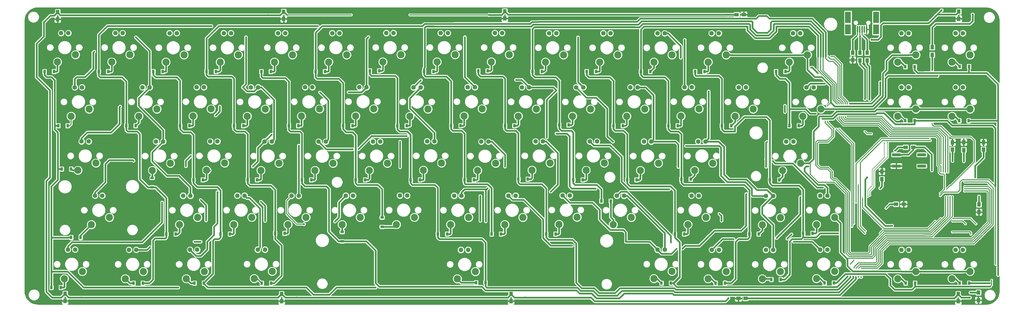
<source format=gbr>
G04 #@! TF.GenerationSoftware,KiCad,Pcbnew,(5.0.2)-1*
G04 #@! TF.CreationDate,2019-03-25T23:00:56+03:00*
G04 #@! TF.ProjectId,Mechanical Keyboard,4d656368-616e-4696-9361-6c204b657962,rev?*
G04 #@! TF.SameCoordinates,Original*
G04 #@! TF.FileFunction,Copper,L2,Bot*
G04 #@! TF.FilePolarity,Positive*
%FSLAX46Y46*%
G04 Gerber Fmt 4.6, Leading zero omitted, Abs format (unit mm)*
G04 Created by KiCad (PCBNEW (5.0.2)-1) date 25.03.2019 23:00:56*
%MOMM*%
%LPD*%
G01*
G04 APERTURE LIST*
G04 #@! TA.AperFunction,ComponentPad*
%ADD10C,1.600200*%
G04 #@! TD*
G04 #@! TA.AperFunction,ComponentPad*
%ADD11C,2.499360*%
G04 #@! TD*
G04 #@! TA.AperFunction,SMDPad,CuDef*
%ADD12R,1.250000X1.500000*%
G04 #@! TD*
G04 #@! TA.AperFunction,SMDPad,CuDef*
%ADD13R,0.900000X1.200000*%
G04 #@! TD*
G04 #@! TA.AperFunction,SMDPad,CuDef*
%ADD14R,1.200000X0.900000*%
G04 #@! TD*
G04 #@! TA.AperFunction,SMDPad,CuDef*
%ADD15R,2.049780X4.000500*%
G04 #@! TD*
G04 #@! TA.AperFunction,SMDPad,CuDef*
%ADD16R,2.049780X3.500120*%
G04 #@! TD*
G04 #@! TA.AperFunction,SMDPad,CuDef*
%ADD17O,0.500400X2.500000*%
G04 #@! TD*
G04 #@! TA.AperFunction,SMDPad,CuDef*
%ADD18R,3.100000X1.000000*%
G04 #@! TD*
G04 #@! TA.AperFunction,SMDPad,CuDef*
%ADD19R,1.500000X1.250000*%
G04 #@! TD*
G04 #@! TA.AperFunction,SMDPad,CuDef*
%ADD20R,1.500000X1.300000*%
G04 #@! TD*
G04 #@! TA.AperFunction,SMDPad,CuDef*
%ADD21R,1.300000X1.500000*%
G04 #@! TD*
G04 #@! TA.AperFunction,ViaPad*
%ADD22C,0.600000*%
G04 #@! TD*
G04 #@! TA.AperFunction,ViaPad*
%ADD23C,0.400000*%
G04 #@! TD*
G04 #@! TA.AperFunction,ViaPad*
%ADD24C,0.700000*%
G04 #@! TD*
G04 #@! TA.AperFunction,Conductor*
%ADD25C,0.300000*%
G04 #@! TD*
G04 #@! TA.AperFunction,Conductor*
%ADD26C,0.600000*%
G04 #@! TD*
G04 #@! TA.AperFunction,Conductor*
%ADD27C,0.400000*%
G04 #@! TD*
G04 #@! TA.AperFunction,Conductor*
%ADD28C,0.200000*%
G04 #@! TD*
G04 #@! TA.AperFunction,Conductor*
%ADD29C,0.100000*%
G04 #@! TD*
G04 APERTURE END LIST*
D10*
G04 #@! TO.P,LED69,1*
G04 #@! TO.N,/led_ca2*
X370730000Y-164540000D03*
G04 #@! TO.P,LED69,2*
G04 #@! TO.N,/led_ca9*
X368190000Y-164540000D03*
G04 #@! TD*
D11*
G04 #@! TO.P,S69,2*
G04 #@! TO.N,Net-(D69-Pad2)*
X366920000Y-174700000D03*
G04 #@! TO.P,S69,1*
G04 #@! TO.N,/swm_row4*
X373270000Y-172160000D03*
G04 #@! TD*
D12*
G04 #@! TO.P,C101,1*
G04 #@! TO.N,VCC*
X369255219Y-80782015D03*
G04 #@! TO.P,C101,2*
G04 #@! TO.N,GND*
X369255219Y-83282015D03*
G04 #@! TD*
D10*
G04 #@! TO.P,LED68,1*
G04 #@! TO.N,/led_ca2*
X351680000Y-164540000D03*
G04 #@! TO.P,LED68,2*
G04 #@! TO.N,/led_ca8*
X349140000Y-164540000D03*
G04 #@! TD*
D11*
G04 #@! TO.P,S62,2*
G04 #@! TO.N,Net-(D62-Pad2)*
X314520000Y-117570000D03*
G04 #@! TO.P,S62,1*
G04 #@! TO.N,/swm_row2*
X320870000Y-115030000D03*
G04 #@! TD*
D13*
G04 #@! TO.P,D57,1*
G04 #@! TO.N,/swm_col13*
X286006000Y-120904000D03*
G04 #@! TO.P,D57,2*
G04 #@! TO.N,Net-(D57-Pad2)*
X289306000Y-120904000D03*
G04 #@! TD*
G04 #@! TO.P,D52,1*
G04 #@! TO.N,/swm_col12*
X267210000Y-120904000D03*
G04 #@! TO.P,D52,2*
G04 #@! TO.N,Net-(D52-Pad2)*
X270510000Y-120904000D03*
G04 #@! TD*
G04 #@! TO.P,D43,1*
G04 #@! TO.N,/swm_col10*
X228856000Y-120650000D03*
G04 #@! TO.P,D43,2*
G04 #@! TO.N,Net-(D43-Pad2)*
X232156000Y-120650000D03*
G04 #@! TD*
G04 #@! TO.P,D35,1*
G04 #@! TO.N,/swm_col8*
X190882000Y-120904000D03*
G04 #@! TO.P,D35,2*
G04 #@! TO.N,Net-(D35-Pad2)*
X194182000Y-120904000D03*
G04 #@! TD*
G04 #@! TO.P,D22,1*
G04 #@! TO.N,/swm_col5*
X133860000Y-120904000D03*
G04 #@! TO.P,D22,2*
G04 #@! TO.N,Net-(D22-Pad2)*
X137160000Y-120904000D03*
G04 #@! TD*
D11*
G04 #@! TO.P,S29,2*
G04 #@! TO.N,Net-(D29-Pad2)*
X171640000Y-155650000D03*
G04 #@! TO.P,S29,1*
G04 #@! TO.N,/swm_row4*
X177990000Y-153110000D03*
G04 #@! TD*
D13*
G04 #@! TO.P,D1,1*
G04 #@! TO.N,/swm_col1*
X48008000Y-101854000D03*
G04 #@! TO.P,D1,2*
G04 #@! TO.N,Net-(D1-Pad2)*
X51308000Y-101854000D03*
G04 #@! TD*
G04 #@! TO.P,D2,1*
G04 #@! TO.N,/swm_col1*
X52834000Y-120904000D03*
G04 #@! TO.P,D2,2*
G04 #@! TO.N,Net-(D2-Pad2)*
X56134000Y-120904000D03*
G04 #@! TD*
G04 #@! TO.P,D3,1*
G04 #@! TO.N,/swm_col1*
X54060000Y-136130000D03*
G04 #@! TO.P,D3,2*
G04 #@! TO.N,Net-(D3-Pad2)*
X57360000Y-136130000D03*
G04 #@! TD*
G04 #@! TO.P,D4,1*
G04 #@! TO.N,/swm_col1*
X57390000Y-160200000D03*
G04 #@! TO.P,D4,2*
G04 #@! TO.N,Net-(D4-Pad2)*
X60690000Y-160200000D03*
G04 #@! TD*
G04 #@! TO.P,D5,1*
G04 #@! TO.N,/swm_col1*
X50420000Y-177800000D03*
G04 #@! TO.P,D5,2*
G04 #@! TO.N,Net-(D5-Pad2)*
X53720000Y-177800000D03*
G04 #@! TD*
G04 #@! TO.P,D6,1*
G04 #@! TO.N,/swm_col2*
X67056000Y-101854000D03*
G04 #@! TO.P,D6,2*
G04 #@! TO.N,Net-(D6-Pad2)*
X70356000Y-101854000D03*
G04 #@! TD*
G04 #@! TO.P,D7,1*
G04 #@! TO.N,/swm_col2*
X76710000Y-120904000D03*
G04 #@! TO.P,D7,2*
G04 #@! TO.N,Net-(D7-Pad2)*
X80010000Y-120904000D03*
G04 #@! TD*
D14*
G04 #@! TO.P,D8,1*
G04 #@! TO.N,/swm_col2*
X85830000Y-142560000D03*
G04 #@! TO.P,D8,2*
G04 #@! TO.N,Net-(D8-Pad2)*
X85830000Y-139260000D03*
G04 #@! TD*
D13*
G04 #@! TO.P,D9,1*
G04 #@! TO.N,/swm_col2*
X90806000Y-159004000D03*
G04 #@! TO.P,D9,2*
G04 #@! TO.N,Net-(D9-Pad2)*
X94106000Y-159004000D03*
G04 #@! TD*
G04 #@! TO.P,D10,1*
G04 #@! TO.N,/swm_col2*
X82548000Y-176276000D03*
G04 #@! TO.P,D10,2*
G04 #@! TO.N,Net-(D10-Pad2)*
X79248000Y-176276000D03*
G04 #@! TD*
G04 #@! TO.P,D11,1*
G04 #@! TO.N,/swm_col3*
X86234000Y-101854000D03*
G04 #@! TO.P,D11,2*
G04 #@! TO.N,Net-(D11-Pad2)*
X89534000Y-101854000D03*
G04 #@! TD*
G04 #@! TO.P,D12,1*
G04 #@! TO.N,/swm_col3*
X95632000Y-120904000D03*
G04 #@! TO.P,D12,2*
G04 #@! TO.N,Net-(D12-Pad2)*
X98932000Y-120904000D03*
G04 #@! TD*
G04 #@! TO.P,D13,1*
G04 #@! TO.N,/swm_col3*
X100332000Y-139954000D03*
G04 #@! TO.P,D13,2*
G04 #@! TO.N,Net-(D13-Pad2)*
X103632000Y-139954000D03*
G04 #@! TD*
G04 #@! TO.P,D14,1*
G04 #@! TO.N,/swm_col3*
X109856000Y-159004000D03*
G04 #@! TO.P,D14,2*
G04 #@! TO.N,Net-(D14-Pad2)*
X113156000Y-159004000D03*
G04 #@! TD*
G04 #@! TO.P,D15,1*
G04 #@! TO.N,/swm_col3*
X104012000Y-176276000D03*
G04 #@! TO.P,D15,2*
G04 #@! TO.N,Net-(D15-Pad2)*
X100712000Y-176276000D03*
G04 #@! TD*
G04 #@! TO.P,D16,1*
G04 #@! TO.N,/swm_col4*
X104902000Y-101854000D03*
G04 #@! TO.P,D16,2*
G04 #@! TO.N,Net-(D16-Pad2)*
X108202000Y-101854000D03*
G04 #@! TD*
G04 #@! TO.P,D17,1*
G04 #@! TO.N,/swm_col4*
X114554000Y-120904000D03*
G04 #@! TO.P,D17,2*
G04 #@! TO.N,Net-(D17-Pad2)*
X117854000Y-120904000D03*
G04 #@! TD*
G04 #@! TO.P,D18,1*
G04 #@! TO.N,/swm_col4*
X119382000Y-139954000D03*
G04 #@! TO.P,D18,2*
G04 #@! TO.N,Net-(D18-Pad2)*
X122682000Y-139954000D03*
G04 #@! TD*
G04 #@! TO.P,D19,1*
G04 #@! TO.N,/swm_col4*
X129034000Y-158750000D03*
G04 #@! TO.P,D19,2*
G04 #@! TO.N,Net-(D19-Pad2)*
X132334000Y-158750000D03*
G04 #@! TD*
G04 #@! TO.P,D20,1*
G04 #@! TO.N,/swm_col4*
X127634000Y-176276000D03*
G04 #@! TO.P,D20,2*
G04 #@! TO.N,Net-(D20-Pad2)*
X124334000Y-176276000D03*
G04 #@! TD*
G04 #@! TO.P,D21,1*
G04 #@! TO.N,/swm_col5*
X124208000Y-101854000D03*
G04 #@! TO.P,D21,2*
G04 #@! TO.N,Net-(D21-Pad2)*
X127508000Y-101854000D03*
G04 #@! TD*
G04 #@! TO.P,D23,1*
G04 #@! TO.N,/swm_col5*
X138432000Y-139954000D03*
G04 #@! TO.P,D23,2*
G04 #@! TO.N,Net-(D23-Pad2)*
X141732000Y-139954000D03*
G04 #@! TD*
D14*
G04 #@! TO.P,D24,1*
G04 #@! TO.N,/swm_col5*
X152560000Y-161550000D03*
G04 #@! TO.P,D24,2*
G04 #@! TO.N,Net-(D24-Pad2)*
X152560000Y-158250000D03*
G04 #@! TD*
D13*
G04 #@! TO.P,D25,1*
G04 #@! TO.N,/swm_col7*
X202946000Y-176126000D03*
G04 #@! TO.P,D25,2*
G04 #@! TO.N,Net-(D25-Pad2)*
X199646000Y-176126000D03*
G04 #@! TD*
G04 #@! TO.P,D26,1*
G04 #@! TO.N,/swm_col6*
X143258000Y-101854000D03*
G04 #@! TO.P,D26,2*
G04 #@! TO.N,Net-(D26-Pad2)*
X146558000Y-101854000D03*
G04 #@! TD*
G04 #@! TO.P,D27,1*
G04 #@! TO.N,/swm_col6*
X152910000Y-120904000D03*
G04 #@! TO.P,D27,2*
G04 #@! TO.N,Net-(D27-Pad2)*
X156210000Y-120904000D03*
G04 #@! TD*
G04 #@! TO.P,D28,1*
G04 #@! TO.N,/swm_col6*
X157354000Y-139954000D03*
G04 #@! TO.P,D28,2*
G04 #@! TO.N,Net-(D28-Pad2)*
X160654000Y-139954000D03*
G04 #@! TD*
D14*
G04 #@! TO.P,D29,1*
G04 #@! TO.N,/swm_col6*
X166624000Y-153164000D03*
G04 #@! TO.P,D29,2*
G04 #@! TO.N,Net-(D29-Pad2)*
X166624000Y-156464000D03*
G04 #@! TD*
D13*
G04 #@! TO.P,D30,1*
G04 #@! TO.N,/swm_col7*
X162308000Y-101600000D03*
G04 #@! TO.P,D30,2*
G04 #@! TO.N,Net-(D30-Pad2)*
X165608000Y-101600000D03*
G04 #@! TD*
G04 #@! TO.P,D31,1*
G04 #@! TO.N,/swm_col7*
X171960000Y-120904000D03*
G04 #@! TO.P,D31,2*
G04 #@! TO.N,Net-(D31-Pad2)*
X175260000Y-120904000D03*
G04 #@! TD*
G04 #@! TO.P,D32,1*
G04 #@! TO.N,/swm_col7*
X176658000Y-139954000D03*
G04 #@! TO.P,D32,2*
G04 #@! TO.N,Net-(D32-Pad2)*
X179958000Y-139954000D03*
G04 #@! TD*
G04 #@! TO.P,D33,1*
G04 #@! TO.N,/swm_col7*
X186184000Y-159004000D03*
G04 #@! TO.P,D33,2*
G04 #@! TO.N,Net-(D33-Pad2)*
X189484000Y-159004000D03*
G04 #@! TD*
G04 #@! TO.P,D34,1*
G04 #@! TO.N,/swm_col8*
X181358000Y-101854000D03*
G04 #@! TO.P,D34,2*
G04 #@! TO.N,Net-(D34-Pad2)*
X184658000Y-101854000D03*
G04 #@! TD*
G04 #@! TO.P,D36,1*
G04 #@! TO.N,/swm_col8*
X195582000Y-139954000D03*
G04 #@! TO.P,D36,2*
G04 #@! TO.N,Net-(D36-Pad2)*
X198882000Y-139954000D03*
G04 #@! TD*
G04 #@! TO.P,D37,1*
G04 #@! TO.N,/swm_col8*
X205106000Y-159004000D03*
G04 #@! TO.P,D37,2*
G04 #@! TO.N,Net-(D37-Pad2)*
X208406000Y-159004000D03*
G04 #@! TD*
G04 #@! TO.P,D38,1*
G04 #@! TO.N,/swm_col9*
X200408000Y-101600000D03*
G04 #@! TO.P,D38,2*
G04 #@! TO.N,Net-(D38-Pad2)*
X203708000Y-101600000D03*
G04 #@! TD*
G04 #@! TO.P,D39,1*
G04 #@! TO.N,/swm_col9*
X209806000Y-120904000D03*
G04 #@! TO.P,D39,2*
G04 #@! TO.N,Net-(D39-Pad2)*
X213106000Y-120904000D03*
G04 #@! TD*
G04 #@! TO.P,D40,1*
G04 #@! TO.N,/swm_col9*
X214504000Y-139700000D03*
G04 #@! TO.P,D40,2*
G04 #@! TO.N,Net-(D40-Pad2)*
X217804000Y-139700000D03*
G04 #@! TD*
G04 #@! TO.P,D41,1*
G04 #@! TO.N,/swm_col9*
X224284000Y-159004000D03*
G04 #@! TO.P,D41,2*
G04 #@! TO.N,Net-(D41-Pad2)*
X227584000Y-159004000D03*
G04 #@! TD*
G04 #@! TO.P,D42,1*
G04 #@! TO.N,/swm_col10*
X219458000Y-101854000D03*
G04 #@! TO.P,D42,2*
G04 #@! TO.N,Net-(D42-Pad2)*
X222758000Y-101854000D03*
G04 #@! TD*
G04 #@! TO.P,D44,1*
G04 #@! TO.N,/swm_col10*
X233808000Y-139954000D03*
G04 #@! TO.P,D44,2*
G04 #@! TO.N,Net-(D44-Pad2)*
X237108000Y-139954000D03*
G04 #@! TD*
G04 #@! TO.P,D45,1*
G04 #@! TO.N,/swm_col10*
X243670000Y-147390000D03*
G04 #@! TO.P,D45,2*
G04 #@! TO.N,Net-(D45-Pad2)*
X246970000Y-147390000D03*
G04 #@! TD*
G04 #@! TO.P,D46,1*
G04 #@! TO.N,/swm_col11*
X238508000Y-101854000D03*
G04 #@! TO.P,D46,2*
G04 #@! TO.N,Net-(D46-Pad2)*
X241808000Y-101854000D03*
G04 #@! TD*
G04 #@! TO.P,D47,1*
G04 #@! TO.N,/swm_col11*
X247906000Y-120904000D03*
G04 #@! TO.P,D47,2*
G04 #@! TO.N,Net-(D47-Pad2)*
X251206000Y-120904000D03*
G04 #@! TD*
G04 #@! TO.P,D48,1*
G04 #@! TO.N,/swm_col11*
X252732000Y-139954000D03*
G04 #@! TO.P,D48,2*
G04 #@! TO.N,Net-(D48-Pad2)*
X256032000Y-139954000D03*
G04 #@! TD*
G04 #@! TO.P,D49,1*
G04 #@! TO.N,/swm_col11*
X269496000Y-159004000D03*
G04 #@! TO.P,D49,2*
G04 #@! TO.N,Net-(D49-Pad2)*
X272796000Y-159004000D03*
G04 #@! TD*
G04 #@! TO.P,D50,1*
G04 #@! TO.N,/swm_col11*
X268096000Y-176276000D03*
G04 #@! TO.P,D50,2*
G04 #@! TO.N,Net-(D50-Pad2)*
X264796000Y-176276000D03*
G04 #@! TD*
G04 #@! TO.P,D51,1*
G04 #@! TO.N,/swm_col12*
X257558000Y-101854000D03*
G04 #@! TO.P,D51,2*
G04 #@! TO.N,Net-(D51-Pad2)*
X260858000Y-101854000D03*
G04 #@! TD*
G04 #@! TO.P,D53,1*
G04 #@! TO.N,/swm_col12*
X271782000Y-139700000D03*
G04 #@! TO.P,D53,2*
G04 #@! TO.N,Net-(D53-Pad2)*
X275082000Y-139700000D03*
G04 #@! TD*
G04 #@! TO.P,D54,1*
G04 #@! TO.N,/swm_col12*
X295658000Y-159004000D03*
G04 #@! TO.P,D54,2*
G04 #@! TO.N,Net-(D54-Pad2)*
X298958000Y-159004000D03*
G04 #@! TD*
G04 #@! TO.P,D55,1*
G04 #@! TO.N,/swm_col12*
X287120000Y-176230000D03*
G04 #@! TO.P,D55,2*
G04 #@! TO.N,Net-(D55-Pad2)*
X283820000Y-176230000D03*
G04 #@! TD*
G04 #@! TO.P,D56,1*
G04 #@! TO.N,/swm_col13*
X276608000Y-101854000D03*
G04 #@! TO.P,D56,2*
G04 #@! TO.N,Net-(D56-Pad2)*
X279908000Y-101854000D03*
G04 #@! TD*
G04 #@! TO.P,D58,1*
G04 #@! TO.N,/swm_col13*
X302896000Y-139954000D03*
G04 #@! TO.P,D58,2*
G04 #@! TO.N,Net-(D58-Pad2)*
X306196000Y-139954000D03*
G04 #@! TD*
G04 #@! TO.P,D59,1*
G04 #@! TO.N,/swm_col13*
X314580000Y-158750000D03*
G04 #@! TO.P,D59,2*
G04 #@! TO.N,Net-(D59-Pad2)*
X317880000Y-158750000D03*
G04 #@! TD*
G04 #@! TO.P,D60,1*
G04 #@! TO.N,/swm_col13*
X306704000Y-175006000D03*
G04 #@! TO.P,D60,2*
G04 #@! TO.N,Net-(D60-Pad2)*
X303404000Y-175006000D03*
G04 #@! TD*
G04 #@! TO.P,D61,1*
G04 #@! TO.N,/swm_col14*
X305056000Y-101854000D03*
G04 #@! TO.P,D61,2*
G04 #@! TO.N,Net-(D61-Pad2)*
X308356000Y-101854000D03*
G04 #@! TD*
G04 #@! TO.P,D62,1*
G04 #@! TO.N,/swm_col14*
X309754000Y-120904000D03*
G04 #@! TO.P,D62,2*
G04 #@! TO.N,Net-(D62-Pad2)*
X313054000Y-120904000D03*
G04 #@! TD*
G04 #@! TO.P,D63,1*
G04 #@! TO.N,/swm_col15*
X353800000Y-100110000D03*
G04 #@! TO.P,D63,2*
G04 #@! TO.N,Net-(D63-Pad2)*
X350500000Y-100110000D03*
G04 #@! TD*
G04 #@! TO.P,D64,1*
G04 #@! TO.N,/swm_col14*
X353800000Y-119120000D03*
G04 #@! TO.P,D64,2*
G04 #@! TO.N,Net-(D64-Pad2)*
X350500000Y-119120000D03*
G04 #@! TD*
G04 #@! TO.P,D65,1*
G04 #@! TO.N,/swm_col14*
X325400000Y-176190000D03*
G04 #@! TO.P,D65,2*
G04 #@! TO.N,Net-(D65-Pad2)*
X322100000Y-176190000D03*
G04 #@! TD*
G04 #@! TO.P,D66,1*
G04 #@! TO.N,/swm_col15*
X372870000Y-100080000D03*
G04 #@! TO.P,D66,2*
G04 #@! TO.N,Net-(D66-Pad2)*
X369570000Y-100080000D03*
G04 #@! TD*
G04 #@! TO.P,D67,1*
G04 #@! TO.N,/swm_col15*
X372730000Y-119150000D03*
G04 #@! TO.P,D67,2*
G04 #@! TO.N,Net-(D67-Pad2)*
X369430000Y-119150000D03*
G04 #@! TD*
G04 #@! TO.P,D68,1*
G04 #@! TO.N,/swm_col14*
X353910000Y-176280000D03*
G04 #@! TO.P,D68,2*
G04 #@! TO.N,Net-(D68-Pad2)*
X350610000Y-176280000D03*
G04 #@! TD*
G04 #@! TO.P,D69,1*
G04 #@! TO.N,/swm_col15*
X372940000Y-176250000D03*
G04 #@! TO.P,D69,2*
G04 #@! TO.N,Net-(D69-Pad2)*
X369640000Y-176250000D03*
G04 #@! TD*
D15*
G04 #@! TO.P,J1,*
G04 #@! TO.N,*
X340205060Y-82770980D03*
X330354940Y-82770980D03*
D16*
X330354940Y-87022940D03*
X340205060Y-87022940D03*
D17*
G04 #@! TO.P,J1,3*
G04 #@! TO.N,/usb_d+*
X335280000Y-87022900D03*
G04 #@! TO.P,J1,2*
G04 #@! TO.N,/usb_d-*
X334479900Y-87022900D03*
G04 #@! TO.P,J1,1*
G04 #@! TO.N,VCC*
X333679800Y-87022900D03*
G04 #@! TO.P,J1,4*
G04 #@! TO.N,Net-(J1-Pad4)*
X336080100Y-87022900D03*
G04 #@! TO.P,J1,5*
G04 #@! TO.N,GND*
X336880200Y-87022900D03*
G04 #@! TD*
D10*
G04 #@! TO.P,LED1,1*
G04 #@! TO.N,/led_ca9*
X56370000Y-88320000D03*
G04 #@! TO.P,LED1,2*
G04 #@! TO.N,/led_ca1*
X53830000Y-88320000D03*
G04 #@! TD*
G04 #@! TO.P,LED2,1*
G04 #@! TO.N,/led_ca9*
X61170000Y-107410000D03*
G04 #@! TO.P,LED2,2*
G04 #@! TO.N,/led_ca2*
X58630000Y-107410000D03*
G04 #@! TD*
G04 #@! TO.P,LED3,1*
G04 #@! TO.N,/led_ca9*
X63550000Y-126430000D03*
G04 #@! TO.P,LED3,2*
G04 #@! TO.N,/led_ca3*
X61010000Y-126430000D03*
G04 #@! TD*
G04 #@! TO.P,LED4,1*
G04 #@! TO.N,/led_ca9*
X68300000Y-145520000D03*
G04 #@! TO.P,LED4,2*
G04 #@! TO.N,/led_ca4*
X65760000Y-145520000D03*
G04 #@! TD*
G04 #@! TO.P,LED5,1*
G04 #@! TO.N,/led_ca9*
X58770000Y-164460000D03*
G04 #@! TO.P,LED5,2*
G04 #@! TO.N,/led_ca5*
X56230000Y-164460000D03*
G04 #@! TD*
G04 #@! TO.P,LED6,1*
G04 #@! TO.N,/led_ca8*
X75440000Y-88330000D03*
G04 #@! TO.P,LED6,2*
G04 #@! TO.N,/led_ca2*
X72900000Y-88330000D03*
G04 #@! TD*
G04 #@! TO.P,LED7,1*
G04 #@! TO.N,/led_ca8*
X84970000Y-107410000D03*
G04 #@! TO.P,LED7,2*
G04 #@! TO.N,/led_ca3*
X82430000Y-107410000D03*
G04 #@! TD*
G04 #@! TO.P,LED8,1*
G04 #@! TO.N,/led_ca8*
X89730000Y-126460000D03*
G04 #@! TO.P,LED8,2*
G04 #@! TO.N,/led_ca4*
X87190000Y-126460000D03*
G04 #@! TD*
G04 #@! TO.P,LED9,1*
G04 #@! TO.N,/led_ca8*
X99260000Y-145530000D03*
G04 #@! TO.P,LED9,2*
G04 #@! TO.N,/led_ca5*
X96720000Y-145530000D03*
G04 #@! TD*
G04 #@! TO.P,LED10,1*
G04 #@! TO.N,/led_ca9*
X80230000Y-164540000D03*
G04 #@! TO.P,LED10,2*
G04 #@! TO.N,/led_ca6*
X77690000Y-164540000D03*
G04 #@! TD*
G04 #@! TO.P,LED11,1*
G04 #@! TO.N,/led_ca8*
X94480000Y-88370000D03*
G04 #@! TO.P,LED11,2*
G04 #@! TO.N,/led_ca1*
X91940000Y-88370000D03*
G04 #@! TD*
G04 #@! TO.P,LED12,1*
G04 #@! TO.N,/led_ca7*
X104030000Y-107370000D03*
G04 #@! TO.P,LED12,2*
G04 #@! TO.N,/led_ca3*
X101490000Y-107370000D03*
G04 #@! TD*
G04 #@! TO.P,LED13,1*
G04 #@! TO.N,/led_ca7*
X108780000Y-126410000D03*
G04 #@! TO.P,LED13,2*
G04 #@! TO.N,/led_ca5*
X106240000Y-126410000D03*
G04 #@! TD*
G04 #@! TO.P,LED14,1*
G04 #@! TO.N,/led_ca7*
X118310000Y-145490000D03*
G04 #@! TO.P,LED14,2*
G04 #@! TO.N,/led_ca8*
X115770000Y-145490000D03*
G04 #@! TD*
G04 #@! TO.P,LED15,1*
G04 #@! TO.N,/led_ca8*
X101650000Y-164530000D03*
G04 #@! TO.P,LED15,2*
G04 #@! TO.N,/led_ca6*
X99110000Y-164530000D03*
G04 #@! TD*
G04 #@! TO.P,LED16,1*
G04 #@! TO.N,/led_ca7*
X113550000Y-88350000D03*
G04 #@! TO.P,LED16,2*
G04 #@! TO.N,/led_ca2*
X111010000Y-88350000D03*
G04 #@! TD*
G04 #@! TO.P,LED17,1*
G04 #@! TO.N,/led_ca7*
X123090000Y-107410000D03*
G04 #@! TO.P,LED17,2*
G04 #@! TO.N,/led_ca4*
X120550000Y-107410000D03*
G04 #@! TD*
G04 #@! TO.P,LED18,1*
G04 #@! TO.N,/led_ca7*
X127840000Y-126460000D03*
G04 #@! TO.P,LED18,2*
G04 #@! TO.N,/led_ca6*
X125300000Y-126460000D03*
G04 #@! TD*
G04 #@! TO.P,LED20,1*
G04 #@! TO.N,/led_ca8*
X125490000Y-164490000D03*
G04 #@! TO.P,LED20,2*
G04 #@! TO.N,/led_ca7*
X122950000Y-164490000D03*
G04 #@! TD*
G04 #@! TO.P,LED21,1*
G04 #@! TO.N,/led_ca7*
X132600000Y-88350000D03*
G04 #@! TO.P,LED21,2*
G04 #@! TO.N,/led_ca1*
X130060000Y-88350000D03*
G04 #@! TD*
G04 #@! TO.P,LED22,1*
G04 #@! TO.N,/led_ca6*
X142140000Y-107380000D03*
G04 #@! TO.P,LED22,2*
G04 #@! TO.N,/led_ca3*
X139600000Y-107380000D03*
G04 #@! TD*
G04 #@! TO.P,LED23,1*
G04 #@! TO.N,/led_ca6*
X146880000Y-126490000D03*
G04 #@! TO.P,LED23,2*
G04 #@! TO.N,/led_ca5*
X144340000Y-126490000D03*
G04 #@! TD*
G04 #@! TO.P,LED24,1*
G04 #@! TO.N,/led_ca6*
X156410000Y-145530000D03*
G04 #@! TO.P,LED24,2*
G04 #@! TO.N,/led_ca9*
X153870000Y-145530000D03*
G04 #@! TD*
G04 #@! TO.P,LED25,1*
G04 #@! TO.N,/led_ca5*
X196880000Y-164580000D03*
G04 #@! TO.P,LED25,2*
G04 #@! TO.N,/led_ca9*
X194340000Y-164580000D03*
G04 #@! TD*
G04 #@! TO.P,LED26,1*
G04 #@! TO.N,/led_ca6*
X151640000Y-88350000D03*
G04 #@! TO.P,LED26,2*
G04 #@! TO.N,/led_ca2*
X149100000Y-88350000D03*
G04 #@! TD*
G04 #@! TO.P,LED27,1*
G04 #@! TO.N,/led_ca6*
X161170000Y-107350000D03*
G04 #@! TO.P,LED27,2*
G04 #@! TO.N,/led_ca4*
X158630000Y-107350000D03*
G04 #@! TD*
G04 #@! TO.P,LED28,1*
G04 #@! TO.N,/led_ca6*
X165940000Y-126480000D03*
G04 #@! TO.P,LED28,2*
G04 #@! TO.N,/led_ca7*
X163400000Y-126480000D03*
G04 #@! TD*
G04 #@! TO.P,LED29,1*
G04 #@! TO.N,/led_ca6*
X175450000Y-145460000D03*
G04 #@! TO.P,LED29,2*
G04 #@! TO.N,/led_ca8*
X172910000Y-145460000D03*
G04 #@! TD*
G04 #@! TO.P,LED30,1*
G04 #@! TO.N,/led_ca6*
X170640000Y-88300000D03*
G04 #@! TO.P,LED30,2*
G04 #@! TO.N,/led_ca1*
X168100000Y-88300000D03*
G04 #@! TD*
G04 #@! TO.P,LED31,1*
G04 #@! TO.N,/led_ca5*
X180230000Y-107430000D03*
G04 #@! TO.P,LED31,2*
G04 #@! TO.N,/led_ca4*
X177690000Y-107430000D03*
G04 #@! TD*
G04 #@! TO.P,LED32,1*
G04 #@! TO.N,/led_ca5*
X185000000Y-126380000D03*
G04 #@! TO.P,LED32,2*
G04 #@! TO.N,/led_ca6*
X182460000Y-126380000D03*
G04 #@! TD*
G04 #@! TO.P,LED33,1*
G04 #@! TO.N,/led_ca5*
X194510000Y-145530000D03*
G04 #@! TO.P,LED33,2*
G04 #@! TO.N,/led_ca8*
X191970000Y-145530000D03*
G04 #@! TD*
G04 #@! TO.P,LED34,1*
G04 #@! TO.N,/led_ca5*
X189730000Y-88320000D03*
G04 #@! TO.P,LED34,2*
G04 #@! TO.N,/led_ca2*
X187190000Y-88320000D03*
G04 #@! TD*
G04 #@! TO.P,LED35,1*
G04 #@! TO.N,/led_ca5*
X199250000Y-107350000D03*
G04 #@! TO.P,LED35,2*
G04 #@! TO.N,/led_ca3*
X196710000Y-107350000D03*
G04 #@! TD*
G04 #@! TO.P,LED36,1*
G04 #@! TO.N,/led_ca5*
X204020000Y-126510000D03*
G04 #@! TO.P,LED36,2*
G04 #@! TO.N,/led_ca7*
X201480000Y-126510000D03*
G04 #@! TD*
G04 #@! TO.P,LED37,1*
G04 #@! TO.N,/led_ca4*
X213560000Y-145530000D03*
G04 #@! TO.P,LED37,2*
G04 #@! TO.N,/led_ca9*
X211020000Y-145530000D03*
G04 #@! TD*
G04 #@! TO.P,LED38,1*
G04 #@! TO.N,/led_ca5*
X208800000Y-88300000D03*
G04 #@! TO.P,LED38,2*
G04 #@! TO.N,/led_ca1*
X206260000Y-88300000D03*
G04 #@! TD*
G04 #@! TO.P,LED39,1*
G04 #@! TO.N,/led_ca4*
X218310000Y-107410000D03*
G04 #@! TO.P,LED39,2*
G04 #@! TO.N,/led_ca3*
X215770000Y-107410000D03*
G04 #@! TD*
G04 #@! TO.P,LED40,1*
G04 #@! TO.N,/led_ca4*
X223110000Y-126410000D03*
G04 #@! TO.P,LED40,2*
G04 #@! TO.N,/led_ca6*
X220570000Y-126410000D03*
G04 #@! TD*
G04 #@! TO.P,LED41,1*
G04 #@! TO.N,/led_ca4*
X232610000Y-145460000D03*
G04 #@! TO.P,LED41,2*
G04 #@! TO.N,/led_ca8*
X230070000Y-145460000D03*
G04 #@! TD*
G04 #@! TO.P,LED42,1*
G04 #@! TO.N,/led_ca4*
X227840000Y-88380000D03*
G04 #@! TO.P,LED42,2*
G04 #@! TO.N,/led_ca2*
X225300000Y-88380000D03*
G04 #@! TD*
G04 #@! TO.P,LED43,1*
G04 #@! TO.N,/led_ca4*
X237360000Y-107410000D03*
G04 #@! TO.P,LED43,2*
G04 #@! TO.N,/led_ca5*
X234820000Y-107410000D03*
G04 #@! TD*
G04 #@! TO.P,LED44,1*
G04 #@! TO.N,/led_ca4*
X242140000Y-126430000D03*
G04 #@! TO.P,LED44,2*
G04 #@! TO.N,/led_ca7*
X239600000Y-126430000D03*
G04 #@! TD*
G04 #@! TO.P,LED45,1*
G04 #@! TO.N,/led_ca3*
X251660000Y-145530000D03*
G04 #@! TO.P,LED45,2*
G04 #@! TO.N,/led_ca6*
X249120000Y-145530000D03*
G04 #@! TD*
G04 #@! TO.P,LED46,1*
G04 #@! TO.N,/led_ca4*
X246890000Y-88380000D03*
G04 #@! TO.P,LED46,2*
G04 #@! TO.N,/led_ca1*
X244350000Y-88380000D03*
G04 #@! TD*
G04 #@! TO.P,LED47,1*
G04 #@! TO.N,/led_ca3*
X256420000Y-107410000D03*
G04 #@! TO.P,LED47,2*
G04 #@! TO.N,/led_ca4*
X253880000Y-107410000D03*
G04 #@! TD*
G04 #@! TO.P,LED48,1*
G04 #@! TO.N,/led_ca3*
X261190000Y-126480000D03*
G04 #@! TO.P,LED48,2*
G04 #@! TO.N,/led_ca5*
X258650000Y-126480000D03*
G04 #@! TD*
G04 #@! TO.P,LED49,1*
G04 #@! TO.N,/led_ca3*
X277880000Y-145490000D03*
G04 #@! TO.P,LED49,2*
G04 #@! TO.N,/led_ca7*
X275340000Y-145490000D03*
G04 #@! TD*
G04 #@! TO.P,LED50,1*
G04 #@! TO.N,/led_ca3*
X265950000Y-164500000D03*
G04 #@! TO.P,LED50,2*
G04 #@! TO.N,/led_ca8*
X263410000Y-164500000D03*
G04 #@! TD*
G04 #@! TO.P,LED51,1*
G04 #@! TO.N,/led_ca3*
X265950000Y-88420000D03*
G04 #@! TO.P,LED51,2*
G04 #@! TO.N,/led_ca1*
X263410000Y-88420000D03*
G04 #@! TD*
G04 #@! TO.P,LED52,1*
G04 #@! TO.N,/led_ca3*
X275480000Y-107350000D03*
G04 #@! TO.P,LED52,2*
G04 #@! TO.N,/led_ca2*
X272940000Y-107350000D03*
G04 #@! TD*
G04 #@! TO.P,LED53,1*
G04 #@! TO.N,/led_ca2*
X280240000Y-126440000D03*
G04 #@! TO.P,LED53,2*
G04 #@! TO.N,/led_ca4*
X277700000Y-126440000D03*
G04 #@! TD*
G04 #@! TO.P,LED54,1*
G04 #@! TO.N,/led_ca2*
X304030000Y-145600000D03*
G04 #@! TO.P,LED54,2*
G04 #@! TO.N,/led_ca5*
X301490000Y-145600000D03*
G04 #@! TD*
G04 #@! TO.P,LED55,1*
G04 #@! TO.N,/led_ca3*
X285040000Y-164540000D03*
G04 #@! TO.P,LED55,2*
G04 #@! TO.N,/led_ca9*
X282500000Y-164540000D03*
G04 #@! TD*
G04 #@! TO.P,LED56,1*
G04 #@! TO.N,/led_ca2*
X284960000Y-88390000D03*
G04 #@! TO.P,LED56,2*
G04 #@! TO.N,/led_ca1*
X282420000Y-88390000D03*
G04 #@! TD*
G04 #@! TO.P,LED57,1*
G04 #@! TO.N,/led_ca2*
X294470000Y-107410000D03*
G04 #@! TO.P,LED57,2*
G04 #@! TO.N,/led_ca3*
X291930000Y-107410000D03*
G04 #@! TD*
G04 #@! TO.P,LED58,1*
G04 #@! TO.N,/led_ca1*
X311180000Y-126520000D03*
G04 #@! TO.P,LED58,2*
G04 #@! TO.N,/led_ca8*
X308640000Y-126520000D03*
G04 #@! TD*
G04 #@! TO.P,LED59,1*
G04 #@! TO.N,/led_ca1*
X323080000Y-145490000D03*
G04 #@! TO.P,LED59,2*
G04 #@! TO.N,/led_ca9*
X320540000Y-145490000D03*
G04 #@! TD*
G04 #@! TO.P,LED60,1*
G04 #@! TO.N,/led_ca2*
X304050000Y-164580000D03*
G04 #@! TO.P,LED60,2*
G04 #@! TO.N,/led_ca6*
X301510000Y-164580000D03*
G04 #@! TD*
G04 #@! TO.P,LED61,1*
G04 #@! TO.N,/led_ca1*
X313580000Y-88380000D03*
G04 #@! TO.P,LED61,2*
G04 #@! TO.N,/led_ca6*
X311040000Y-88380000D03*
G04 #@! TD*
G04 #@! TO.P,LED63,1*
G04 #@! TO.N,/led_ca1*
X351690000Y-88410000D03*
G04 #@! TO.P,LED63,2*
G04 #@! TO.N,/led_ca5*
X349150000Y-88410000D03*
G04 #@! TD*
G04 #@! TO.P,LED64,1*
G04 #@! TO.N,/led_ca1*
X351670000Y-107410000D03*
G04 #@! TO.P,LED64,2*
G04 #@! TO.N,/led_ca4*
X349130000Y-107410000D03*
G04 #@! TD*
G04 #@! TO.P,LED65,1*
G04 #@! TO.N,/led_ca2*
X323080000Y-164490000D03*
G04 #@! TO.P,LED65,2*
G04 #@! TO.N,/led_ca7*
X320540000Y-164490000D03*
G04 #@! TD*
G04 #@! TO.P,LED66,1*
G04 #@! TO.N,/led_ca1*
X370720000Y-88380000D03*
G04 #@! TO.P,LED66,2*
G04 #@! TO.N,/led_ca3*
X368180000Y-88380000D03*
G04 #@! TD*
G04 #@! TO.P,LED67,1*
G04 #@! TO.N,/led_ca1*
X370720000Y-107410000D03*
G04 #@! TO.P,LED67,2*
G04 #@! TO.N,/led_ca2*
X368180000Y-107410000D03*
G04 #@! TD*
D11*
G04 #@! TO.P,S1,2*
G04 #@! TO.N,Net-(D1-Pad2)*
X52560000Y-98480000D03*
G04 #@! TO.P,S1,1*
G04 #@! TO.N,/swm_row1*
X58910000Y-95940000D03*
G04 #@! TD*
G04 #@! TO.P,S2,2*
G04 #@! TO.N,Net-(D2-Pad2)*
X57360000Y-117580000D03*
G04 #@! TO.P,S2,1*
G04 #@! TO.N,/swm_row2*
X63710000Y-115040000D03*
G04 #@! TD*
G04 #@! TO.P,S3,2*
G04 #@! TO.N,Net-(D3-Pad2)*
X59740000Y-136590000D03*
G04 #@! TO.P,S3,1*
G04 #@! TO.N,/swm_row3*
X66090000Y-134050000D03*
G04 #@! TD*
G04 #@! TO.P,S4,2*
G04 #@! TO.N,Net-(D4-Pad2)*
X64490000Y-155680000D03*
G04 #@! TO.P,S4,1*
G04 #@! TO.N,/swm_row4*
X70840000Y-153140000D03*
G04 #@! TD*
G04 #@! TO.P,S5,2*
G04 #@! TO.N,Net-(D5-Pad2)*
X54990000Y-174700000D03*
G04 #@! TO.P,S5,1*
G04 #@! TO.N,/swm_row5*
X61340000Y-172160000D03*
G04 #@! TD*
G04 #@! TO.P,S6,2*
G04 #@! TO.N,Net-(D6-Pad2)*
X71630000Y-98490000D03*
G04 #@! TO.P,S6,1*
G04 #@! TO.N,/swm_row1*
X77980000Y-95950000D03*
G04 #@! TD*
G04 #@! TO.P,S7,2*
G04 #@! TO.N,Net-(D7-Pad2)*
X81160000Y-117570000D03*
G04 #@! TO.P,S7,1*
G04 #@! TO.N,/swm_row2*
X87510000Y-115030000D03*
G04 #@! TD*
G04 #@! TO.P,S8,2*
G04 #@! TO.N,Net-(D8-Pad2)*
X85920000Y-136620000D03*
G04 #@! TO.P,S8,1*
G04 #@! TO.N,/swm_row3*
X92270000Y-134080000D03*
G04 #@! TD*
G04 #@! TO.P,S9,2*
G04 #@! TO.N,Net-(D9-Pad2)*
X95450000Y-155690000D03*
G04 #@! TO.P,S9,1*
G04 #@! TO.N,/swm_row4*
X101800000Y-153150000D03*
G04 #@! TD*
G04 #@! TO.P,S10,2*
G04 #@! TO.N,Net-(D10-Pad2)*
X76400000Y-174700000D03*
G04 #@! TO.P,S10,1*
G04 #@! TO.N,/swm_row5*
X82750000Y-172160000D03*
G04 #@! TD*
G04 #@! TO.P,S11,2*
G04 #@! TO.N,Net-(D11-Pad2)*
X90670000Y-98540000D03*
G04 #@! TO.P,S11,1*
G04 #@! TO.N,/swm_row1*
X97020000Y-96000000D03*
G04 #@! TD*
G04 #@! TO.P,S12,2*
G04 #@! TO.N,Net-(D12-Pad2)*
X100220000Y-117540000D03*
G04 #@! TO.P,S12,1*
G04 #@! TO.N,/swm_row2*
X106570000Y-115000000D03*
G04 #@! TD*
G04 #@! TO.P,S13,2*
G04 #@! TO.N,Net-(D13-Pad2)*
X104970000Y-136570000D03*
G04 #@! TO.P,S13,1*
G04 #@! TO.N,/swm_row3*
X111320000Y-134030000D03*
G04 #@! TD*
G04 #@! TO.P,S14,2*
G04 #@! TO.N,Net-(D14-Pad2)*
X114500000Y-155650000D03*
G04 #@! TO.P,S14,1*
G04 #@! TO.N,/swm_row4*
X120850000Y-153110000D03*
G04 #@! TD*
G04 #@! TO.P,S15,2*
G04 #@! TO.N,Net-(D15-Pad2)*
X97850000Y-174700000D03*
G04 #@! TO.P,S15,1*
G04 #@! TO.N,/swm_row5*
X104200000Y-172160000D03*
G04 #@! TD*
G04 #@! TO.P,S16,2*
G04 #@! TO.N,Net-(D16-Pad2)*
X109728000Y-98552000D03*
G04 #@! TO.P,S16,1*
G04 #@! TO.N,/swm_row1*
X116078000Y-96012000D03*
G04 #@! TD*
G04 #@! TO.P,S17,2*
G04 #@! TO.N,Net-(D17-Pad2)*
X119260000Y-117580000D03*
G04 #@! TO.P,S17,1*
G04 #@! TO.N,/swm_row2*
X125610000Y-115040000D03*
G04 #@! TD*
G04 #@! TO.P,S18,2*
G04 #@! TO.N,Net-(D18-Pad2)*
X124030000Y-136630000D03*
G04 #@! TO.P,S18,1*
G04 #@! TO.N,/swm_row3*
X130380000Y-134090000D03*
G04 #@! TD*
G04 #@! TO.P,S19,2*
G04 #@! TO.N,Net-(D19-Pad2)*
X133530000Y-155680000D03*
G04 #@! TO.P,S19,1*
G04 #@! TO.N,/swm_row4*
X139880000Y-153140000D03*
G04 #@! TD*
G04 #@! TO.P,S20,2*
G04 #@! TO.N,Net-(D20-Pad2)*
X121670000Y-174660000D03*
G04 #@! TO.P,S20,1*
G04 #@! TO.N,/swm_row5*
X128020000Y-172120000D03*
G04 #@! TD*
G04 #@! TO.P,S21,2*
G04 #@! TO.N,Net-(D21-Pad2)*
X128780000Y-98510000D03*
G04 #@! TO.P,S21,1*
G04 #@! TO.N,/swm_row1*
X135130000Y-95970000D03*
G04 #@! TD*
G04 #@! TO.P,S22,2*
G04 #@! TO.N,Net-(D22-Pad2)*
X138310000Y-117540000D03*
G04 #@! TO.P,S22,1*
G04 #@! TO.N,/swm_row2*
X144660000Y-115000000D03*
G04 #@! TD*
G04 #@! TO.P,S23,2*
G04 #@! TO.N,Net-(D23-Pad2)*
X143070000Y-136650000D03*
G04 #@! TO.P,S23,1*
G04 #@! TO.N,/swm_row3*
X149420000Y-134110000D03*
G04 #@! TD*
G04 #@! TO.P,S24,2*
G04 #@! TO.N,Net-(D24-Pad2)*
X152600000Y-155690000D03*
G04 #@! TO.P,S24,1*
G04 #@! TO.N,/swm_row4*
X158950000Y-153150000D03*
G04 #@! TD*
G04 #@! TO.P,S25,2*
G04 #@! TO.N,Net-(D25-Pad2)*
X193070000Y-174740000D03*
G04 #@! TO.P,S25,1*
G04 #@! TO.N,/swm_row5*
X199420000Y-172200000D03*
G04 #@! TD*
G04 #@! TO.P,S26,2*
G04 #@! TO.N,Net-(D26-Pad2)*
X147830000Y-98510000D03*
G04 #@! TO.P,S26,1*
G04 #@! TO.N,/swm_row1*
X154180000Y-95970000D03*
G04 #@! TD*
G04 #@! TO.P,S27,2*
G04 #@! TO.N,Net-(D27-Pad2)*
X157360000Y-117510000D03*
G04 #@! TO.P,S27,1*
G04 #@! TO.N,/swm_row2*
X163710000Y-114970000D03*
G04 #@! TD*
G04 #@! TO.P,S28,2*
G04 #@! TO.N,Net-(D28-Pad2)*
X162130000Y-136640000D03*
G04 #@! TO.P,S28,1*
G04 #@! TO.N,/swm_row3*
X168480000Y-134100000D03*
G04 #@! TD*
G04 #@! TO.P,S30,2*
G04 #@! TO.N,Net-(D30-Pad2)*
X166890000Y-98480000D03*
G04 #@! TO.P,S30,1*
G04 #@! TO.N,/swm_row1*
X173240000Y-95940000D03*
G04 #@! TD*
G04 #@! TO.P,S31,2*
G04 #@! TO.N,Net-(D31-Pad2)*
X176420000Y-117590000D03*
G04 #@! TO.P,S31,1*
G04 #@! TO.N,/swm_row2*
X182770000Y-115050000D03*
G04 #@! TD*
G04 #@! TO.P,S32,2*
G04 #@! TO.N,Net-(D32-Pad2)*
X181170000Y-136540000D03*
G04 #@! TO.P,S32,1*
G04 #@! TO.N,/swm_row3*
X187520000Y-134000000D03*
G04 #@! TD*
G04 #@! TO.P,S33,2*
G04 #@! TO.N,Net-(D33-Pad2)*
X190700000Y-155690000D03*
G04 #@! TO.P,S33,1*
G04 #@! TO.N,/swm_row4*
X197050000Y-153150000D03*
G04 #@! TD*
G04 #@! TO.P,S34,2*
G04 #@! TO.N,Net-(D34-Pad2)*
X185940000Y-98480000D03*
G04 #@! TO.P,S34,1*
G04 #@! TO.N,/swm_row1*
X192290000Y-95940000D03*
G04 #@! TD*
G04 #@! TO.P,S35,2*
G04 #@! TO.N,Net-(D35-Pad2)*
X195460000Y-117510000D03*
G04 #@! TO.P,S35,1*
G04 #@! TO.N,/swm_row2*
X201810000Y-114970000D03*
G04 #@! TD*
G04 #@! TO.P,S36,2*
G04 #@! TO.N,Net-(D36-Pad2)*
X200210000Y-136670000D03*
G04 #@! TO.P,S36,1*
G04 #@! TO.N,/swm_row3*
X206560000Y-134130000D03*
G04 #@! TD*
G04 #@! TO.P,S37,2*
G04 #@! TO.N,Net-(D37-Pad2)*
X209750000Y-155690000D03*
G04 #@! TO.P,S37,1*
G04 #@! TO.N,/swm_row4*
X216100000Y-153150000D03*
G04 #@! TD*
G04 #@! TO.P,S38,2*
G04 #@! TO.N,Net-(D38-Pad2)*
X204990000Y-98460000D03*
G04 #@! TO.P,S38,1*
G04 #@! TO.N,/swm_row1*
X211340000Y-95920000D03*
G04 #@! TD*
G04 #@! TO.P,S39,2*
G04 #@! TO.N,Net-(D39-Pad2)*
X214500000Y-117550000D03*
G04 #@! TO.P,S39,1*
G04 #@! TO.N,/swm_row2*
X220850000Y-115010000D03*
G04 #@! TD*
G04 #@! TO.P,S40,2*
G04 #@! TO.N,Net-(D40-Pad2)*
X219280000Y-136570000D03*
G04 #@! TO.P,S40,1*
G04 #@! TO.N,/swm_row3*
X225630000Y-134030000D03*
G04 #@! TD*
G04 #@! TO.P,S41,2*
G04 #@! TO.N,Net-(D41-Pad2)*
X228800000Y-155620000D03*
G04 #@! TO.P,S41,1*
G04 #@! TO.N,/swm_row4*
X235150000Y-153080000D03*
G04 #@! TD*
G04 #@! TO.P,S42,2*
G04 #@! TO.N,Net-(D42-Pad2)*
X224030000Y-98540000D03*
G04 #@! TO.P,S42,1*
G04 #@! TO.N,/swm_row1*
X230380000Y-96000000D03*
G04 #@! TD*
G04 #@! TO.P,S43,2*
G04 #@! TO.N,Net-(D43-Pad2)*
X233550000Y-117570000D03*
G04 #@! TO.P,S43,1*
G04 #@! TO.N,/swm_row2*
X239900000Y-115030000D03*
G04 #@! TD*
G04 #@! TO.P,S44,2*
G04 #@! TO.N,Net-(D44-Pad2)*
X238330000Y-136590000D03*
G04 #@! TO.P,S44,1*
G04 #@! TO.N,/swm_row3*
X244680000Y-134050000D03*
G04 #@! TD*
G04 #@! TO.P,S45,2*
G04 #@! TO.N,Net-(D45-Pad2)*
X247850000Y-155690000D03*
G04 #@! TO.P,S45,1*
G04 #@! TO.N,/swm_row4*
X254200000Y-153150000D03*
G04 #@! TD*
G04 #@! TO.P,S46,2*
G04 #@! TO.N,Net-(D46-Pad2)*
X243080000Y-98540000D03*
G04 #@! TO.P,S46,1*
G04 #@! TO.N,/swm_row1*
X249430000Y-96000000D03*
G04 #@! TD*
G04 #@! TO.P,S47,2*
G04 #@! TO.N,Net-(D47-Pad2)*
X252610000Y-117570000D03*
G04 #@! TO.P,S47,1*
G04 #@! TO.N,/swm_row2*
X258960000Y-115030000D03*
G04 #@! TD*
G04 #@! TO.P,S48,2*
G04 #@! TO.N,Net-(D48-Pad2)*
X257380000Y-136640000D03*
G04 #@! TO.P,S48,1*
G04 #@! TO.N,/swm_row3*
X263730000Y-134100000D03*
G04 #@! TD*
G04 #@! TO.P,S49,2*
G04 #@! TO.N,Net-(D49-Pad2)*
X274070000Y-155650000D03*
G04 #@! TO.P,S49,1*
G04 #@! TO.N,/swm_row4*
X280420000Y-153110000D03*
G04 #@! TD*
G04 #@! TO.P,S50,2*
G04 #@! TO.N,Net-(D50-Pad2)*
X262140000Y-174680000D03*
G04 #@! TO.P,S50,1*
G04 #@! TO.N,/swm_row5*
X268490000Y-172140000D03*
G04 #@! TD*
G04 #@! TO.P,S51,2*
G04 #@! TO.N,Net-(D51-Pad2)*
X262130000Y-98570000D03*
G04 #@! TO.P,S51,1*
G04 #@! TO.N,/swm_row1*
X268480000Y-96030000D03*
G04 #@! TD*
G04 #@! TO.P,S52,2*
G04 #@! TO.N,Net-(D52-Pad2)*
X271660000Y-117530000D03*
G04 #@! TO.P,S52,1*
G04 #@! TO.N,/swm_row2*
X278010000Y-114990000D03*
G04 #@! TD*
G04 #@! TO.P,S53,2*
G04 #@! TO.N,Net-(D53-Pad2)*
X276430000Y-136600000D03*
G04 #@! TO.P,S53,1*
G04 #@! TO.N,/swm_row3*
X282780000Y-134060000D03*
G04 #@! TD*
G04 #@! TO.P,S54,2*
G04 #@! TO.N,Net-(D54-Pad2)*
X300230000Y-155770000D03*
G04 #@! TO.P,S54,1*
G04 #@! TO.N,/swm_row4*
X306580000Y-153230000D03*
G04 #@! TD*
G04 #@! TO.P,S55,2*
G04 #@! TO.N,Net-(D55-Pad2)*
X281220000Y-174700000D03*
G04 #@! TO.P,S55,1*
G04 #@! TO.N,/swm_row5*
X287570000Y-172160000D03*
G04 #@! TD*
G04 #@! TO.P,S56,2*
G04 #@! TO.N,Net-(D56-Pad2)*
X281190000Y-98540000D03*
G04 #@! TO.P,S56,1*
G04 #@! TO.N,/swm_row1*
X287540000Y-96000000D03*
G04 #@! TD*
G04 #@! TO.P,S57,2*
G04 #@! TO.N,Net-(D57-Pad2)*
X290660000Y-117570000D03*
G04 #@! TO.P,S57,1*
G04 #@! TO.N,/swm_row2*
X297010000Y-115030000D03*
G04 #@! TD*
G04 #@! TO.P,S58,2*
G04 #@! TO.N,Net-(D58-Pad2)*
X307370000Y-136680000D03*
G04 #@! TO.P,S58,1*
G04 #@! TO.N,/swm_row3*
X313720000Y-134140000D03*
G04 #@! TD*
G04 #@! TO.P,S59,2*
G04 #@! TO.N,Net-(D59-Pad2)*
X319270000Y-155650000D03*
G04 #@! TO.P,S59,1*
G04 #@! TO.N,/swm_row4*
X325620000Y-153110000D03*
G04 #@! TD*
G04 #@! TO.P,S60,2*
G04 #@! TO.N,Net-(D60-Pad2)*
X300240000Y-174740000D03*
G04 #@! TO.P,S60,1*
G04 #@! TO.N,/swm_row5*
X306590000Y-172200000D03*
G04 #@! TD*
G04 #@! TO.P,S61,2*
G04 #@! TO.N,Net-(D61-Pad2)*
X309770000Y-98540000D03*
G04 #@! TO.P,S61,1*
G04 #@! TO.N,/swm_row1*
X316120000Y-96000000D03*
G04 #@! TD*
G04 #@! TO.P,S63,2*
G04 #@! TO.N,Net-(D63-Pad2)*
X347860000Y-98550000D03*
G04 #@! TO.P,S63,1*
G04 #@! TO.N,/swm_row1*
X354210000Y-96010000D03*
G04 #@! TD*
G04 #@! TO.P,S64,2*
G04 #@! TO.N,Net-(D64-Pad2)*
X347860000Y-117570000D03*
G04 #@! TO.P,S64,1*
G04 #@! TO.N,/swm_row3*
X354210000Y-115030000D03*
G04 #@! TD*
G04 #@! TO.P,S65,2*
G04 #@! TO.N,Net-(D65-Pad2)*
X319270000Y-174650000D03*
G04 #@! TO.P,S65,1*
G04 #@! TO.N,/swm_row5*
X325620000Y-172110000D03*
G04 #@! TD*
G04 #@! TO.P,S66,2*
G04 #@! TO.N,Net-(D66-Pad2)*
X366900000Y-98550000D03*
G04 #@! TO.P,S66,1*
G04 #@! TO.N,/swm_row2*
X373250000Y-96010000D03*
G04 #@! TD*
G04 #@! TO.P,S67,2*
G04 #@! TO.N,Net-(D67-Pad2)*
X366910000Y-117570000D03*
G04 #@! TO.P,S67,1*
G04 #@! TO.N,/swm_row3*
X373260000Y-115030000D03*
G04 #@! TD*
G04 #@! TO.P,S68,2*
G04 #@! TO.N,Net-(D68-Pad2)*
X347870000Y-174700000D03*
G04 #@! TO.P,S68,1*
G04 #@! TO.N,/swm_row4*
X354220000Y-172160000D03*
G04 #@! TD*
D18*
G04 #@! TO.P,S101,1*
G04 #@! TO.N,GND*
X347340000Y-135097500D03*
G04 #@! TO.P,S101,4*
G04 #@! TO.N,Net-(S101-Pad4)*
X356240000Y-131097000D03*
G04 #@! TO.P,S101,2*
G04 #@! TO.N,Net-(S101-Pad2)*
X356240000Y-135095000D03*
G04 #@! TO.P,S101,3*
G04 #@! TO.N,Net-(R1-Pad2)*
X347340000Y-131097000D03*
G04 #@! TD*
D12*
G04 #@! TO.P,C1,1*
G04 #@! TO.N,Net-(C1-Pad1)*
X367030000Y-129286000D03*
G04 #@! TO.P,C1,2*
G04 #@! TO.N,GND*
X367030000Y-126786000D03*
G04 #@! TD*
G04 #@! TO.P,C4,1*
G04 #@! TO.N,GND*
X377952000Y-126746000D03*
G04 #@! TO.P,C4,2*
G04 #@! TO.N,Net-(C4-Pad2)*
X377952000Y-129246000D03*
G04 #@! TD*
G04 #@! TO.P,C6,1*
G04 #@! TO.N,VCC*
X331978000Y-95250000D03*
G04 #@! TO.P,C6,2*
G04 #@! TO.N,GND*
X331978000Y-97750000D03*
G04 #@! TD*
D19*
G04 #@! TO.P,C102,1*
G04 #@! TO.N,VCC*
X291235457Y-81837024D03*
G04 #@! TO.P,C102,2*
G04 #@! TO.N,GND*
X293735457Y-81837024D03*
G04 #@! TD*
D12*
G04 #@! TO.P,C103,1*
G04 #@! TO.N,VCC*
X209751411Y-80666023D03*
G04 #@! TO.P,C103,2*
G04 #@! TO.N,GND*
X209751411Y-83166023D03*
G04 #@! TD*
G04 #@! TO.P,C104,1*
G04 #@! TO.N,VCC*
X132037258Y-80814742D03*
G04 #@! TO.P,C104,2*
G04 #@! TO.N,GND*
X132037258Y-83314742D03*
G04 #@! TD*
G04 #@! TO.P,C105,1*
G04 #@! TO.N,VCC*
X52639065Y-80958126D03*
G04 #@! TO.P,C105,2*
G04 #@! TO.N,GND*
X52639065Y-83458126D03*
G04 #@! TD*
G04 #@! TO.P,C106,1*
G04 #@! TO.N,GND*
X55264689Y-182488132D03*
G04 #@! TO.P,C106,2*
G04 #@! TO.N,VCC*
X55264689Y-179988132D03*
G04 #@! TD*
G04 #@! TO.P,C107,1*
G04 #@! TO.N,GND*
X131318000Y-182606000D03*
G04 #@! TO.P,C107,2*
G04 #@! TO.N,VCC*
X131318000Y-180106000D03*
G04 #@! TD*
G04 #@! TO.P,C108,1*
G04 #@! TO.N,GND*
X211920000Y-182596000D03*
G04 #@! TO.P,C108,2*
G04 #@! TO.N,VCC*
X211920000Y-180096000D03*
G04 #@! TD*
D19*
G04 #@! TO.P,C109,1*
G04 #@! TO.N,GND*
X291846000Y-181610000D03*
G04 #@! TO.P,C109,2*
G04 #@! TO.N,VCC*
X294346000Y-181610000D03*
G04 #@! TD*
D12*
G04 #@! TO.P,C110,1*
G04 #@! TO.N,GND*
X369062000Y-182606000D03*
G04 #@! TO.P,C110,2*
G04 #@! TO.N,VCC*
X369062000Y-180106000D03*
G04 #@! TD*
D20*
G04 #@! TO.P,R1,1*
G04 #@! TO.N,VCC*
X350596200Y-128473200D03*
G04 #@! TO.P,R1,2*
G04 #@! TO.N,Net-(R1-Pad2)*
X353296200Y-128473200D03*
G04 #@! TD*
D21*
G04 #@! TO.P,R2,1*
G04 #@! TO.N,Net-(R2-Pad1)*
X337058000Y-97950000D03*
G04 #@! TO.P,R2,2*
G04 #@! TO.N,/usb_d+*
X337058000Y-95250000D03*
G04 #@! TD*
G04 #@! TO.P,R3,1*
G04 #@! TO.N,Net-(R3-Pad1)*
X334518000Y-97950000D03*
G04 #@! TO.P,R3,2*
G04 #@! TO.N,/usb_d-*
X334518000Y-95250000D03*
G04 #@! TD*
G04 #@! TO.P,R5,1*
G04 #@! TO.N,GND*
X371030500Y-126713000D03*
G04 #@! TO.P,R5,2*
G04 #@! TO.N,Net-(R5-Pad2)*
X371030500Y-129413000D03*
G04 #@! TD*
G04 #@! TO.P,R6,1*
G04 #@! TO.N,GND*
X376364500Y-151290000D03*
G04 #@! TO.P,R6,2*
G04 #@! TO.N,Net-(R6-Pad2)*
X376364500Y-148590000D03*
G04 #@! TD*
G04 #@! TO.P,R7,1*
G04 #@! TO.N,/rgb_bl*
X359918000Y-96012000D03*
G04 #@! TO.P,R7,2*
G04 #@! TO.N,/rgb-backlight/data_input*
X359918000Y-93312000D03*
G04 #@! TD*
G04 #@! TO.P,R8,1*
G04 #@! TO.N,Net-(R8-Pad1)*
X342265000Y-139653000D03*
G04 #@! TO.P,R8,2*
G04 #@! TO.N,GND*
X342265000Y-136953000D03*
G04 #@! TD*
D20*
G04 #@! TO.P,R11,2*
G04 #@! TO.N,Net-(R11-Pad2)*
X347218000Y-148488400D03*
G04 #@! TO.P,R11,1*
G04 #@! TO.N,GND*
X349918000Y-148488400D03*
G04 #@! TD*
D21*
G04 #@! TO.P,R100,1*
G04 #@! TO.N,Net-(LED110-Pad2)*
X376174000Y-179578000D03*
G04 #@! TO.P,R100,2*
G04 #@! TO.N,GND*
X376174000Y-182278000D03*
G04 #@! TD*
D10*
G04 #@! TO.P,LED62,1*
G04 #@! TO.N,/led_ca1*
X318320000Y-107420000D03*
G04 #@! TO.P,LED62,2*
G04 #@! TO.N,/led_ca7*
X315780000Y-107420000D03*
G04 #@! TD*
G04 #@! TO.P,LED19,1*
G04 #@! TO.N,/led_ca7*
X137330000Y-145540000D03*
G04 #@! TO.P,LED19,2*
G04 #@! TO.N,/led_ca9*
X134790000Y-145540000D03*
G04 #@! TD*
D22*
G04 #@! TO.N,/swm_col1*
X94996000Y-177800000D03*
X334975000Y-174125000D03*
D23*
X335025000Y-171050000D03*
X371325000Y-140675000D03*
D22*
G04 #@! TO.N,/swm_col2*
X106680000Y-85852000D03*
D23*
X324375000Y-96525000D03*
X365425000Y-137200000D03*
X330050000Y-117630020D03*
X330050000Y-113300000D03*
D22*
G04 #@! TO.N,/swm_col3*
X164338000Y-177800000D03*
X334025010Y-174100000D03*
D23*
X334150000Y-171000000D03*
X371325000Y-142275000D03*
D22*
G04 #@! TO.N,/swm_col4*
X144018000Y-85852000D03*
D23*
X323400000Y-96675000D03*
X364625000Y-137200000D03*
X329350205Y-117647054D03*
X329349997Y-113300000D03*
D22*
G04 #@! TO.N,/swm_col5*
X333125010Y-174088078D03*
D23*
X333200000Y-171025000D03*
X371275000Y-143050000D03*
D22*
G04 #@! TO.N,/swm_col7*
X332150000Y-174000000D03*
D23*
X332508138Y-170918560D03*
X371275000Y-143875000D03*
G04 #@! TO.N,/swm_col6*
X363830000Y-137190000D03*
X328650397Y-117663520D03*
X328649994Y-113300000D03*
G04 #@! TO.N,/swm_col8*
X321627888Y-96675000D03*
X363030000Y-134230000D03*
X327951122Y-117695423D03*
X327950000Y-113290000D03*
D22*
G04 #@! TO.N,/swm_col9*
X331200000Y-173975000D03*
D23*
G04 #@! TO.N,/swm_col10*
X320727878Y-96600000D03*
X327251177Y-117704294D03*
X327249997Y-113290000D03*
X363020000Y-137080000D03*
D22*
G04 #@! TO.N,/swm_col11*
X330214889Y-173910111D03*
D23*
G04 #@! TO.N,/swm_col12*
X319827868Y-96575000D03*
X326569589Y-118109589D03*
X326550067Y-113300000D03*
X362814000Y-144678000D03*
D22*
G04 #@! TO.N,/swm_col13*
X326860000Y-158750000D03*
G04 #@! TO.N,/swm_col14*
X321300000Y-118475000D03*
X319025736Y-116625000D03*
D23*
X362776000Y-145478000D03*
X382150000Y-169653600D03*
X380796800Y-175183800D03*
G04 #@! TO.N,/swm_col15*
X383050000Y-143103600D03*
X383050000Y-173400000D03*
X380200000Y-176250000D03*
D24*
G04 #@! TO.N,VCC*
X373126000Y-181356000D03*
X338582000Y-90678000D03*
X331978000Y-90678000D03*
X363220000Y-80264000D03*
X288187457Y-81837024D03*
X204216000Y-81916023D03*
X126492000Y-82015845D03*
X60960000Y-181356000D03*
X136652000Y-181356000D03*
X136652000Y-181356000D03*
X216916000Y-181356000D03*
X288290000Y-181610000D03*
X298450000Y-181610000D03*
X345821000Y-156083000D03*
X346887800Y-129641600D03*
X337108800Y-139065000D03*
D23*
X155777177Y-81916023D03*
X176327823Y-81916023D03*
D24*
X47752000Y-84518500D03*
D23*
G04 #@! TO.N,GND*
X339166200Y-149834600D03*
X338709000Y-153949400D03*
X375793000Y-89535000D03*
X344703400Y-135077200D03*
X360857800Y-125603000D03*
X368985800Y-126034800D03*
X368503200Y-122961400D03*
D24*
X300101000Y-183134000D03*
X214985600Y-83337400D03*
X353212400Y-147421600D03*
X320141600Y-83312000D03*
X47434500Y-80137000D03*
X46863000Y-175450500D03*
X164388800Y-151638000D03*
X356590600Y-108026200D03*
X168122600Y-120269000D03*
X191236600Y-140766800D03*
X283540200Y-119557800D03*
X312750200Y-108254800D03*
X322173600Y-130505200D03*
X332079600Y-122580400D03*
X338836000Y-127203200D03*
X173583600Y-168224200D03*
X173431200Y-161493200D03*
X114071400Y-162306000D03*
X217474800Y-162661600D03*
X260146800Y-158419800D03*
X93218000Y-109016800D03*
X131775200Y-111455200D03*
X294411400Y-101346000D03*
X287934400Y-145491200D03*
X290068000Y-151130000D03*
X356971600Y-152755600D03*
X334721200Y-161594800D03*
X102336600Y-92760800D03*
X84074000Y-88290400D03*
X100965000Y-88519000D03*
X121996200Y-88468200D03*
X311683400Y-150469600D03*
X291617400Y-155727400D03*
X248716800Y-80111600D03*
X264160000Y-148539200D03*
X293624000Y-168630600D03*
X311302400Y-137998200D03*
X287883600Y-165938200D03*
X274370800Y-174802800D03*
X182727600Y-180086000D03*
X140741400Y-92837000D03*
X159232600Y-92760800D03*
X179374800Y-92151200D03*
X216382600Y-92532200D03*
X198297800Y-92913200D03*
X255143000Y-92379800D03*
X275234400Y-93370400D03*
X236982000Y-93218000D03*
X315417200Y-91440000D03*
X359943400Y-165608000D03*
D23*
G04 #@! TO.N,/led_ca9*
X85010000Y-163550000D03*
X100660000Y-161690000D03*
X102850000Y-161690000D03*
X150030000Y-154580000D03*
X201150000Y-154350000D03*
X201110000Y-145650000D03*
X233370000Y-163080000D03*
X290140000Y-160750000D03*
X305230000Y-160400010D03*
X313560000Y-145970000D03*
X335483200Y-146390010D03*
X360959400Y-154457400D03*
X367080800Y-154457400D03*
X371602000Y-155397200D03*
D24*
X139170000Y-155500000D03*
D23*
G04 #@! TO.N,/led_ca1*
X308160000Y-113890000D03*
X308200000Y-116100000D03*
X330960000Y-113110000D03*
X341670000Y-105560000D03*
X316390000Y-135210000D03*
G04 #@! TO.N,/led_ca2*
X65490000Y-94840000D03*
X272950000Y-90680111D03*
X281380000Y-108810101D03*
X367030000Y-158242000D03*
X373507000Y-159004000D03*
X359308400Y-126111000D03*
X336430001Y-157849999D03*
G04 #@! TO.N,/led_ca3*
X74570000Y-114140000D03*
X271560000Y-96990000D03*
X270700000Y-135400000D03*
X358800400Y-125399800D03*
X333171800Y-147790110D03*
G04 #@! TO.N,/led_ca4*
X227870000Y-108430000D03*
X79288407Y-133230081D03*
X180240000Y-104870000D03*
X213670000Y-104780000D03*
X109600000Y-114120000D03*
X108140000Y-117300000D03*
X235470000Y-89780101D03*
X224490101Y-125029899D03*
X225820000Y-144059899D03*
X303869990Y-133290081D03*
X321520000Y-142650000D03*
X337990000Y-145360000D03*
X344246200Y-126695200D03*
G04 #@! TO.N,/led_ca5*
X89300000Y-147870000D03*
X195700000Y-89700101D03*
X97680000Y-135140000D03*
X99430000Y-131490000D03*
X156270000Y-129120000D03*
X158320000Y-129100000D03*
X175320000Y-124520000D03*
X183390000Y-121822471D03*
X203030000Y-154530000D03*
X203670000Y-142930000D03*
X209810000Y-135260000D03*
X247760000Y-126490000D03*
X273370000Y-127970000D03*
X337320000Y-145760000D03*
X343103200Y-127025400D03*
G04 #@! TO.N,/led_ca8*
X80070000Y-89770101D03*
X104760000Y-154190000D03*
X102860000Y-147010000D03*
X125500000Y-154390000D03*
X124010000Y-147600000D03*
X270130000Y-164150000D03*
X272120000Y-164120000D03*
X294610000Y-144910000D03*
X301570000Y-135390000D03*
X301890000Y-126570000D03*
X333984600Y-141740000D03*
X362889800Y-153492200D03*
X367157000Y-153492200D03*
X375285000Y-155422600D03*
X341579200Y-158699200D03*
X336194400Y-158699200D03*
G04 #@! TO.N,/led_ca6*
X154820000Y-109090000D03*
X127710000Y-123990000D03*
X161790000Y-89700101D03*
X144770000Y-109154545D03*
X108730000Y-144260000D03*
X121160000Y-135230000D03*
X172940000Y-135550000D03*
X172940000Y-126480000D03*
X227860000Y-123650000D03*
X241650000Y-143070000D03*
X268080000Y-161920000D03*
X308970000Y-160590000D03*
X310480000Y-159070000D03*
X317390000Y-100420000D03*
X319760000Y-102400000D03*
X327279000Y-122047000D03*
X332384400Y-155262386D03*
G04 #@! TO.N,/led_ca7*
X117690000Y-107370000D03*
X118790000Y-89750101D03*
X137330000Y-127890101D03*
X267480000Y-143250000D03*
X311340010Y-161682010D03*
X285900000Y-154330000D03*
X285140000Y-151874545D03*
X322180000Y-106080000D03*
X326260000Y-122050000D03*
X331724000Y-156300000D03*
D24*
G04 #@! TO.N,/rgb-backlight/data_input*
X374142000Y-81788000D03*
G04 #@! TO.N,Net-(LED110-Pad2)*
X373378000Y-179580000D03*
D23*
G04 #@! TO.N,/swm_row1*
X364620000Y-145820000D03*
X323078537Y-119320272D03*
X323110000Y-113980000D03*
G04 #@! TO.N,/swm_row2*
X365420000Y-145800000D03*
X322380000Y-119275010D03*
D24*
X361795000Y-103350000D03*
D23*
G04 #@! TO.N,/swm_row3*
X366220000Y-145760000D03*
G04 #@! TO.N,/swm_row4*
X367020000Y-145820000D03*
G04 #@! TO.N,/swm_row5*
X331135380Y-169545380D03*
X332450000Y-168225000D03*
G04 #@! TO.N,Net-(R1-Pad2)*
X359791000Y-136652000D03*
G04 #@! TO.N,Net-(R5-Pad2)*
X371030000Y-133400800D03*
D24*
G04 #@! TO.N,Net-(R3-Pad1)*
X336296000Y-111506000D03*
D23*
X338607400Y-123698000D03*
X336296000Y-122936000D03*
D24*
G04 #@! TO.N,Net-(R2-Pad1)*
X337820000Y-111633000D03*
D23*
G04 #@! TO.N,Net-(C1-Pad1)*
X367030000Y-133324600D03*
D24*
G04 #@! TO.N,/rgb_bl*
X359918000Y-101282500D03*
D23*
X359918000Y-120116600D03*
X365023400Y-143154400D03*
G04 #@! TO.N,Net-(R6-Pad2)*
X376364500Y-145732500D03*
G04 #@! TO.N,Net-(C4-Pad2)*
X375031000Y-139065000D03*
G04 #@! TO.N,Net-(R11-Pad2)*
X343662000Y-149885400D03*
G04 #@! TO.N,Net-(R8-Pad1)*
X341630000Y-142875000D03*
G04 #@! TD*
D25*
G04 #@! TO.N,/swm_col1*
X376422533Y-160620009D02*
X380154271Y-156888271D01*
X380154271Y-156888271D02*
X380330009Y-156712533D01*
X50420000Y-172212000D02*
X50420000Y-177800000D01*
X51562000Y-118872000D02*
X51562000Y-120142000D01*
X51562000Y-121920000D02*
X51562000Y-121426000D01*
X52084000Y-120904000D02*
X51562000Y-120904000D01*
X52834000Y-120904000D02*
X52084000Y-120904000D01*
X51562000Y-121920000D02*
X51562000Y-120904000D01*
X51562000Y-120904000D02*
X51562000Y-118872000D01*
X51562000Y-104902000D02*
X51562000Y-107188000D01*
X51562000Y-107188000D02*
X51562000Y-118872000D01*
X50420000Y-163068000D02*
X50420000Y-172212000D01*
D26*
X51784000Y-120904000D02*
X51562000Y-121126000D01*
X52834000Y-120904000D02*
X51784000Y-120904000D01*
D25*
X50420000Y-162560000D02*
X50420000Y-163068000D01*
D26*
X51562000Y-121126000D02*
X51562000Y-104902000D01*
X50428000Y-103768000D02*
X51562000Y-104902000D01*
X48722000Y-103768000D02*
X50428000Y-103768000D01*
X48008000Y-101854000D02*
X48008000Y-103054000D01*
X48008000Y-103054000D02*
X48722000Y-103768000D01*
X50420000Y-177800000D02*
X50420000Y-176600000D01*
X56134000Y-172212000D02*
X61722000Y-177800000D01*
X50420000Y-172212000D02*
X56134000Y-172212000D01*
X61722000Y-177800000D02*
X94996000Y-177800000D01*
D25*
X377473542Y-159525000D02*
X374573542Y-162425000D01*
X377517542Y-159525000D02*
X377473542Y-159525000D01*
X377517542Y-159525000D02*
X376422533Y-160620009D01*
X374573542Y-162425000D02*
X344875000Y-162425000D01*
X344875000Y-162425000D02*
X342325000Y-164975000D01*
X342325000Y-164975000D02*
X342325000Y-169350000D01*
X342325000Y-169350000D02*
X340625000Y-171050000D01*
X340625000Y-171050000D02*
X335025000Y-171050000D01*
X381400000Y-155642542D02*
X377517542Y-159525000D01*
X381400000Y-142850000D02*
X381400000Y-155642542D01*
X371325000Y-140675000D02*
X379225000Y-140675000D01*
X379225000Y-140675000D02*
X381400000Y-142850000D01*
D26*
X50420000Y-176600000D02*
X50420000Y-163610000D01*
X50420000Y-163610000D02*
X50420000Y-162560000D01*
X50420000Y-162140000D02*
X50420000Y-161416000D01*
X50420000Y-162560000D02*
X50420000Y-162140000D01*
X50420000Y-142230000D02*
X52696000Y-139954000D01*
X56270000Y-160270000D02*
X50420000Y-160270000D01*
X56340000Y-160200000D02*
X56270000Y-160270000D01*
X57390000Y-160200000D02*
X56340000Y-160200000D01*
X50420000Y-162140000D02*
X50420000Y-160270000D01*
X50420000Y-160270000D02*
X50420000Y-142230000D01*
X52846000Y-136130000D02*
X52696000Y-135980000D01*
X54060000Y-136130000D02*
X52846000Y-136130000D01*
X52696000Y-139954000D02*
X52696000Y-135980000D01*
X51562000Y-122174000D02*
X51562000Y-121126000D01*
X52696000Y-135980000D02*
X52696000Y-123308000D01*
X52696000Y-123308000D02*
X51562000Y-122174000D01*
D27*
G04 #@! TO.N,Net-(D1-Pad2)*
X52560000Y-98480000D02*
X53330000Y-98480000D01*
D26*
X52358000Y-101854000D02*
X51308000Y-101854000D01*
X52560000Y-98480000D02*
X52560000Y-101652000D01*
X52560000Y-101652000D02*
X52358000Y-101854000D01*
D25*
G04 #@! TO.N,Net-(D2-Pad2)*
X56884000Y-120904000D02*
X56134000Y-120904000D01*
X57360000Y-120428000D02*
X56884000Y-120904000D01*
X57360000Y-117580000D02*
X57360000Y-120428000D01*
D27*
G04 #@! TO.N,Net-(D3-Pad2)*
X59740000Y-136590000D02*
X60772000Y-136590000D01*
D26*
X57820000Y-136590000D02*
X57360000Y-136130000D01*
X59740000Y-136590000D02*
X57820000Y-136590000D01*
G04 #@! TO.N,Net-(D4-Pad2)*
X60690000Y-159480000D02*
X60690000Y-160200000D01*
X64490000Y-155680000D02*
X60690000Y-159480000D01*
D25*
G04 #@! TO.N,Net-(D5-Pad2)*
X54990000Y-174700000D02*
X54990000Y-177280000D01*
D26*
X54990000Y-177580000D02*
X54990000Y-177280000D01*
X54770000Y-177800000D02*
X54990000Y-177580000D01*
X53720000Y-177800000D02*
X54770000Y-177800000D01*
X54990000Y-174700000D02*
X54990000Y-177580000D01*
G04 #@! TO.N,/swm_col2*
X84836000Y-176276000D02*
X82548000Y-176276000D01*
X90806000Y-160204000D02*
X90482000Y-160528000D01*
X90806000Y-159004000D02*
X90806000Y-160204000D01*
X90482000Y-160528000D02*
X86868000Y-160528000D01*
X86868000Y-160528000D02*
X86106000Y-161290000D01*
X86106000Y-161290000D02*
X86106000Y-175006000D01*
X86106000Y-175006000D02*
X84836000Y-176276000D01*
X76710000Y-122430000D02*
X77226000Y-122946000D01*
X76710000Y-120904000D02*
X76710000Y-122430000D01*
X77226000Y-122946000D02*
X80528000Y-122946000D01*
X80528000Y-122946000D02*
X81280000Y-123698000D01*
D25*
X81280000Y-123698000D02*
X81408000Y-123826000D01*
D26*
X76710000Y-105412000D02*
X75184000Y-103886000D01*
X76710000Y-120904000D02*
X76710000Y-105412000D01*
X67056000Y-103378000D02*
X67564000Y-103886000D01*
X67056000Y-101854000D02*
X67056000Y-103378000D01*
X67564000Y-103886000D02*
X75184000Y-103886000D01*
X67056000Y-88900000D02*
X70104000Y-85852000D01*
X67056000Y-101854000D02*
X67056000Y-88900000D01*
D25*
X105410000Y-85852000D02*
X106680000Y-85852000D01*
D26*
X104648000Y-85852000D02*
X106680000Y-85852000D01*
X104648000Y-85852000D02*
X105410000Y-85852000D01*
X70104000Y-85852000D02*
X104648000Y-85852000D01*
D25*
X365425000Y-137200000D02*
X365425000Y-136917158D01*
X365425000Y-136917158D02*
X365425000Y-126325000D01*
X365425000Y-126325000D02*
X365425000Y-124625000D01*
X365425000Y-124625000D02*
X362525000Y-121725000D01*
X362525000Y-121725000D02*
X346350000Y-121725000D01*
X342205020Y-117630020D02*
X330050000Y-117630020D01*
X346300000Y-121725000D02*
X342205020Y-117630020D01*
X346350000Y-121725000D02*
X346300000Y-121725000D01*
D26*
X87030000Y-142560000D02*
X85830000Y-142560000D01*
X90806000Y-146336000D02*
X87030000Y-142560000D01*
X90806000Y-159004000D02*
X90806000Y-146336000D01*
X81490101Y-123908101D02*
X81490101Y-139690101D01*
X81408000Y-123826000D02*
X81490101Y-123908101D01*
X84360000Y-142560000D02*
X85830000Y-142560000D01*
X81490101Y-139690101D02*
X84360000Y-142560000D01*
D25*
X325379000Y-96525000D02*
X324375000Y-96525000D01*
X328100000Y-99246000D02*
X325379000Y-96525000D01*
X328100000Y-110444374D02*
X328100000Y-99246000D01*
X330050000Y-113300000D02*
X330050000Y-112394374D01*
X330050000Y-112394374D02*
X328100000Y-110444374D01*
D27*
G04 #@! TO.N,Net-(D6-Pad2)*
X71630000Y-98490000D02*
X72440000Y-98490000D01*
D26*
X71406000Y-101854000D02*
X70356000Y-101854000D01*
X71630000Y-98490000D02*
X71630000Y-101630000D01*
X71630000Y-101630000D02*
X71406000Y-101854000D01*
G04 #@! TO.N,Net-(D7-Pad2)*
X81160000Y-119754000D02*
X80010000Y-120904000D01*
X81160000Y-117570000D02*
X81160000Y-119754000D01*
G04 #@! TO.N,Net-(D8-Pad2)*
X85920000Y-139170000D02*
X85830000Y-139260000D01*
X85920000Y-136620000D02*
X85920000Y-139170000D01*
G04 #@! TO.N,Net-(D9-Pad2)*
X95450000Y-158410000D02*
X94856000Y-159004000D01*
X95450000Y-155690000D02*
X95450000Y-158410000D01*
X94106000Y-159004000D02*
X94856000Y-159004000D01*
G04 #@! TO.N,Net-(D10-Pad2)*
X76400000Y-174700000D02*
X77976000Y-176276000D01*
X79248000Y-176276000D02*
X77976000Y-176276000D01*
D25*
G04 #@! TO.N,/swm_col3*
X97018000Y-123190000D02*
X99314000Y-123190000D01*
X87366000Y-103886000D02*
X94488000Y-103886000D01*
X101972000Y-142494000D02*
X108712000Y-142494000D01*
D26*
X107188000Y-172950000D02*
X107188000Y-172720000D01*
X104012000Y-176126000D02*
X107188000Y-172950000D01*
X104012000Y-176276000D02*
X104012000Y-176126000D01*
D25*
X107188000Y-161290000D02*
X107188000Y-172720000D01*
D26*
X107188000Y-161290000D02*
X107188000Y-172950000D01*
X107188000Y-161290000D02*
X107696000Y-160782000D01*
D25*
X107950000Y-160782000D02*
X107696000Y-160782000D01*
D26*
X109856000Y-160204000D02*
X109856000Y-159004000D01*
X109278000Y-160782000D02*
X109856000Y-160204000D01*
X107950000Y-160782000D02*
X109278000Y-160782000D01*
X109856000Y-143638000D02*
X108712000Y-142494000D01*
X109856000Y-159004000D02*
X109856000Y-143638000D01*
X101672000Y-142494000D02*
X101972000Y-142494000D01*
X100332000Y-141154000D02*
X101672000Y-142494000D01*
X100332000Y-139954000D02*
X100332000Y-141154000D01*
X101672000Y-142494000D02*
X108712000Y-142494000D01*
X100332000Y-124208000D02*
X99314000Y-123190000D01*
X100332000Y-139954000D02*
X100332000Y-124208000D01*
X96718000Y-123190000D02*
X97018000Y-123190000D01*
X95632000Y-122104000D02*
X96718000Y-123190000D01*
X95632000Y-120904000D02*
X95632000Y-122104000D01*
X96718000Y-123190000D02*
X99314000Y-123190000D01*
X87066000Y-103886000D02*
X87366000Y-103886000D01*
X86234000Y-103054000D02*
X87066000Y-103886000D01*
X86234000Y-101854000D02*
X86234000Y-103054000D01*
X87066000Y-103886000D02*
X94488000Y-103886000D01*
X94488000Y-103886000D02*
X95632000Y-105030000D01*
X95632000Y-105030000D02*
X95632000Y-120904000D01*
D25*
X380800000Y-155350000D02*
X380800000Y-154825000D01*
X380800000Y-154825000D02*
X380800000Y-155226542D01*
X376425000Y-159725000D02*
X374325000Y-161825000D01*
X376425000Y-159725000D02*
X380800000Y-155350000D01*
X376130000Y-160020000D02*
X376425000Y-159725000D01*
X374325000Y-161825000D02*
X344625000Y-161825000D01*
X344625000Y-161825000D02*
X341725000Y-164725000D01*
X341725000Y-164725000D02*
X341725000Y-169100000D01*
X334750001Y-170399999D02*
X334150000Y-171000000D01*
X340325019Y-170399999D02*
X334750001Y-170399999D01*
X380800000Y-143300000D02*
X380800000Y-154825000D01*
X371325000Y-142275000D02*
X379775000Y-142275000D01*
X379775000Y-142275000D02*
X380800000Y-143300000D01*
X341725000Y-169100000D02*
X340375010Y-170449990D01*
X340375010Y-170449990D02*
X340325019Y-170399999D01*
D26*
X104012000Y-176426000D02*
X104012000Y-176276000D01*
X164338000Y-177800000D02*
X150622000Y-177800000D01*
X148082000Y-180340000D02*
X142494000Y-180340000D01*
X142494000Y-180340000D02*
X139954000Y-177800000D01*
X139954000Y-177800000D02*
X105386000Y-177800000D01*
X150622000Y-177800000D02*
X148082000Y-180340000D01*
X105386000Y-177800000D02*
X104012000Y-176426000D01*
D27*
G04 #@! TO.N,Net-(D11-Pad2)*
X90670000Y-98540000D02*
X91570000Y-98540000D01*
D26*
X90670000Y-100307314D02*
X90670000Y-98540000D01*
X90670000Y-101768000D02*
X90670000Y-100307314D01*
X90584000Y-101854000D02*
X90670000Y-101768000D01*
X89534000Y-101854000D02*
X90584000Y-101854000D01*
G04 #@! TO.N,Net-(D12-Pad2)*
X99982000Y-120904000D02*
X98932000Y-120904000D01*
X100220000Y-117540000D02*
X100220000Y-120666000D01*
X100220000Y-120666000D02*
X99982000Y-120904000D01*
D27*
G04 #@! TO.N,Net-(D13-Pad2)*
X104970000Y-136570000D02*
X106218000Y-136570000D01*
D26*
X104970000Y-139666000D02*
X104970000Y-139192000D01*
X104682000Y-139954000D02*
X104970000Y-139666000D01*
X103632000Y-139954000D02*
X104682000Y-139954000D01*
X104970000Y-138337314D02*
X104970000Y-138938000D01*
X104970000Y-136570000D02*
X104970000Y-138337314D01*
D25*
X104970000Y-138938000D02*
X104970000Y-139192000D01*
D26*
X104970000Y-138938000D02*
X104970000Y-139666000D01*
G04 #@! TO.N,Net-(D14-Pad2)*
X114206000Y-159004000D02*
X114500000Y-158710000D01*
X113156000Y-159004000D02*
X114206000Y-159004000D01*
D25*
X114500000Y-155650000D02*
X114500000Y-157988000D01*
D26*
X114500000Y-155650000D02*
X114500000Y-158242000D01*
X114500000Y-158710000D02*
X114500000Y-158242000D01*
X114500000Y-158242000D02*
X114500000Y-157988000D01*
G04 #@! TO.N,Net-(D15-Pad2)*
X99426000Y-176276000D02*
X97850000Y-174700000D01*
X100712000Y-176276000D02*
X99426000Y-176276000D01*
D25*
G04 #@! TO.N,/swm_col4*
X109210000Y-85852000D02*
X108702000Y-86360000D01*
X108702000Y-86360000D02*
X108458000Y-86604000D01*
X104902000Y-90160000D02*
X108194000Y-86868000D01*
X108458000Y-86604000D02*
X108194000Y-86868000D01*
X108194000Y-86868000D02*
X107940000Y-87122000D01*
X129032000Y-143510000D02*
X127508000Y-141986000D01*
X131318000Y-173482000D02*
X131318000Y-173228000D01*
X131318000Y-163068000D02*
X131318000Y-173228000D01*
X131318000Y-173228000D02*
X131318000Y-173442000D01*
D26*
X129034000Y-143512000D02*
X129032000Y-143510000D01*
X129034000Y-158750000D02*
X129034000Y-143512000D01*
X119382000Y-139954000D02*
X119382000Y-123954000D01*
X104902000Y-101854000D02*
X104902000Y-90160000D01*
X114554000Y-119704000D02*
X114554000Y-120904000D01*
X114554000Y-104394000D02*
X114554000Y-119704000D01*
X113792000Y-103632000D02*
X114554000Y-104394000D01*
X105480000Y-103632000D02*
X113792000Y-103632000D01*
X104902000Y-101854000D02*
X104902000Y-103054000D01*
X104902000Y-103054000D02*
X105480000Y-103632000D01*
X115386000Y-122936000D02*
X115570000Y-122936000D01*
X114554000Y-122104000D02*
X115386000Y-122936000D01*
X114554000Y-120904000D02*
X114554000Y-122104000D01*
D25*
X118364000Y-122936000D02*
X115570000Y-122936000D01*
D26*
X118364000Y-122936000D02*
X119382000Y-123954000D01*
X115386000Y-122936000D02*
X118364000Y-122936000D01*
X119382000Y-141226000D02*
X120142000Y-141986000D01*
X119382000Y-139954000D02*
X119382000Y-141226000D01*
X120142000Y-141986000D02*
X127508000Y-141986000D01*
X127508000Y-141986000D02*
X129034000Y-143512000D01*
X129034000Y-160784000D02*
X131318000Y-163068000D01*
X129034000Y-158750000D02*
X129034000Y-160784000D01*
X131318000Y-173642000D02*
X131318000Y-173482000D01*
X128684000Y-176276000D02*
X131318000Y-173642000D01*
X127634000Y-176276000D02*
X128684000Y-176276000D01*
X131318000Y-163068000D02*
X131318000Y-173442000D01*
X104902000Y-90160000D02*
X109210000Y-85852000D01*
X109210000Y-85852000D02*
X144018000Y-85852000D01*
D25*
X364625000Y-136917158D02*
X364600000Y-136892158D01*
X364625000Y-137200000D02*
X364625000Y-136917158D01*
X364600000Y-124670000D02*
X362255010Y-122325010D01*
X364600000Y-136892158D02*
X364600000Y-124670000D01*
X362255010Y-122325010D02*
X346045010Y-122325010D01*
X329350205Y-117892227D02*
X329350205Y-117647054D01*
X329737999Y-118280021D02*
X329350205Y-117892227D01*
X346045010Y-122325010D02*
X342000021Y-118280021D01*
X342000021Y-118280021D02*
X329737999Y-118280021D01*
X329349997Y-112542913D02*
X329349997Y-113300000D01*
X325374000Y-97536000D02*
X327480009Y-99642009D01*
X327480009Y-99642009D02*
X327480010Y-110672926D01*
X327480010Y-110672926D02*
X329349997Y-112542913D01*
X324261000Y-97536000D02*
X323400000Y-96675000D01*
X325374000Y-97536000D02*
X324261000Y-97536000D01*
D27*
G04 #@! TO.N,Net-(D16-Pad2)*
X109728000Y-98552000D02*
X110722000Y-98552000D01*
D26*
X109252000Y-101854000D02*
X109728000Y-101378000D01*
X108202000Y-101854000D02*
X109252000Y-101854000D01*
X109728000Y-101378000D02*
X109728000Y-98552000D01*
G04 #@! TO.N,Net-(D17-Pad2)*
X118904000Y-120904000D02*
X117854000Y-120904000D01*
X119260000Y-117580000D02*
X119260000Y-120548000D01*
X119260000Y-120548000D02*
X118904000Y-120904000D01*
D25*
G04 #@! TO.N,Net-(D18-Pad2)*
X124030000Y-136630000D02*
X124030000Y-139356000D01*
D26*
X124030000Y-139656000D02*
X124030000Y-139356000D01*
X123732000Y-139954000D02*
X124030000Y-139656000D01*
X122682000Y-139954000D02*
X123732000Y-139954000D01*
X124030000Y-138397314D02*
X124030000Y-139656000D01*
X124030000Y-136630000D02*
X124030000Y-138397314D01*
G04 #@! TO.N,Net-(D19-Pad2)*
X133530000Y-157447314D02*
X133530000Y-155680000D01*
X133530000Y-158604000D02*
X133530000Y-157447314D01*
X133384000Y-158750000D02*
X133530000Y-158604000D01*
X132334000Y-158750000D02*
X133384000Y-158750000D01*
D27*
G04 #@! TO.N,Net-(D20-Pad2)*
X122718000Y-174660000D02*
X124334000Y-176276000D01*
X121670000Y-174660000D02*
X122718000Y-174660000D01*
D26*
G04 #@! TO.N,/swm_col5*
X124208000Y-103630000D02*
X124718000Y-104140000D01*
X124208000Y-101854000D02*
X124208000Y-103630000D01*
X124718000Y-104140000D02*
X132588000Y-104140000D01*
X132588000Y-104140000D02*
X133860000Y-105412000D01*
X133860000Y-105412000D02*
X133860000Y-120904000D01*
X134366000Y-122936000D02*
X133860000Y-122430000D01*
X133860000Y-120904000D02*
X133860000Y-122430000D01*
X134366000Y-122936000D02*
X137668000Y-122936000D01*
X137668000Y-122936000D02*
X138432000Y-123700000D01*
X138432000Y-123700000D02*
X138432000Y-139954000D01*
D25*
X377875000Y-157425000D02*
X377848542Y-157425000D01*
X377875000Y-157425000D02*
X377625000Y-157675000D01*
X374048552Y-161224990D02*
X344325010Y-161224990D01*
X377848542Y-157425000D02*
X374048552Y-161224990D01*
X344325010Y-161224990D02*
X341125000Y-164425000D01*
X341125000Y-164425000D02*
X341125000Y-168850000D01*
X340150022Y-169775000D02*
X334450000Y-169775000D01*
X334450000Y-169775000D02*
X333200000Y-171025000D01*
X380173542Y-155126458D02*
X377875000Y-157425000D01*
X380175000Y-155126458D02*
X380173542Y-155126458D01*
X380175000Y-143550000D02*
X380175000Y-155126458D01*
X371275000Y-143050000D02*
X379675000Y-143050000D01*
X379675000Y-143050000D02*
X380175000Y-143550000D01*
D26*
X151360000Y-161550000D02*
X152560000Y-161550000D01*
X138432000Y-139954000D02*
X138432000Y-141154000D01*
X138432000Y-141154000D02*
X139518000Y-142240000D01*
X139518000Y-142240000D02*
X147066000Y-142240000D01*
X147956000Y-143130000D02*
X147956000Y-158146000D01*
X147066000Y-142240000D02*
X147956000Y-143130000D01*
X147956000Y-158146000D02*
X151360000Y-161550000D01*
X333125010Y-174845602D02*
X333125010Y-174088078D01*
X327574991Y-180395621D02*
X333125010Y-174845602D01*
X327574991Y-180400009D02*
X327574991Y-180395621D01*
X269550009Y-180400009D02*
X327574991Y-180400009D01*
X269550000Y-180400000D02*
X269550009Y-180400009D01*
X268626582Y-179875000D02*
X269151582Y-180400000D01*
X251720000Y-179875000D02*
X268626582Y-179875000D01*
X161032000Y-161540000D02*
X164338000Y-164846000D01*
X153770000Y-161540000D02*
X161032000Y-161540000D01*
X153760000Y-161550000D02*
X153770000Y-161540000D01*
X152560000Y-161550000D02*
X153760000Y-161550000D01*
X164338000Y-176276000D02*
X165608000Y-177546000D01*
X165608000Y-177546000D02*
X201746000Y-177546000D01*
X164338000Y-164846000D02*
X164338000Y-176276000D01*
X203004010Y-178804010D02*
X234977072Y-178804010D01*
X236048062Y-179875000D02*
X240330000Y-179875000D01*
X201746000Y-177546000D02*
X203004010Y-178804010D01*
X249965000Y-181630000D02*
X251720000Y-179875000D01*
X234977072Y-178804010D02*
X236048062Y-179875000D01*
X269151582Y-180400000D02*
X269550000Y-180400000D01*
X240330000Y-179875000D02*
X240330000Y-179990000D01*
X240330000Y-179990000D02*
X241970000Y-181630000D01*
X241970000Y-181630000D02*
X249965000Y-181630000D01*
D25*
X340175011Y-169799989D02*
X340150022Y-169775000D01*
X341125000Y-168850000D02*
X340175011Y-169799989D01*
D27*
G04 #@! TO.N,Net-(D21-Pad2)*
X128780000Y-98510000D02*
X129800000Y-98510000D01*
D26*
X128558000Y-101854000D02*
X127508000Y-101854000D01*
X128780000Y-98510000D02*
X128780000Y-101632000D01*
X128780000Y-101632000D02*
X128558000Y-101854000D01*
G04 #@! TO.N,Net-(D22-Pad2)*
X138310000Y-119307314D02*
X138310000Y-117540000D01*
X138310000Y-120804000D02*
X138310000Y-119307314D01*
X138210000Y-120904000D02*
X138310000Y-120804000D01*
X137160000Y-120904000D02*
X138210000Y-120904000D01*
G04 #@! TO.N,Net-(D23-Pad2)*
X142782000Y-139954000D02*
X141732000Y-139954000D01*
X143070000Y-136650000D02*
X143070000Y-139666000D01*
X143070000Y-139666000D02*
X142782000Y-139954000D01*
G04 #@! TO.N,Net-(D24-Pad2)*
X152600000Y-158210000D02*
X152560000Y-158250000D01*
X152600000Y-155690000D02*
X152600000Y-158210000D01*
D25*
G04 #@! TO.N,/swm_col7*
X186184000Y-159904000D02*
X187062000Y-160782000D01*
X186184000Y-159004000D02*
X186184000Y-159904000D01*
X199898000Y-160782000D02*
X201676000Y-160782000D01*
X199898000Y-160782000D02*
X200406000Y-160782000D01*
X187062000Y-160782000D02*
X199898000Y-160782000D01*
X202946000Y-173228000D02*
X202946000Y-176126000D01*
X202946000Y-173228000D02*
X202946000Y-173482000D01*
X202946000Y-162052000D02*
X202946000Y-173228000D01*
X203974000Y-178054000D02*
X205486000Y-178054000D01*
D26*
X171196000Y-103378000D02*
X171960000Y-104142000D01*
X162886000Y-103378000D02*
X171196000Y-103378000D01*
X162308000Y-101600000D02*
X162308000Y-102800000D01*
X162308000Y-102800000D02*
X162886000Y-103378000D01*
X171960000Y-104142000D02*
X171960000Y-120904000D01*
X186184000Y-142750000D02*
X186184000Y-159004000D01*
X185166000Y-141732000D02*
X186184000Y-142750000D01*
X177236000Y-141732000D02*
X185166000Y-141732000D01*
X176658000Y-139954000D02*
X176658000Y-141154000D01*
X176658000Y-141154000D02*
X177236000Y-141732000D01*
X176658000Y-124080000D02*
X176658000Y-139954000D01*
X175514000Y-122936000D02*
X176658000Y-124080000D01*
X172792000Y-122936000D02*
X175514000Y-122936000D01*
X171960000Y-120904000D02*
X171960000Y-122104000D01*
X171960000Y-122104000D02*
X172792000Y-122936000D01*
X186762000Y-160782000D02*
X201676000Y-160782000D01*
X186184000Y-160204000D02*
X186762000Y-160782000D01*
X186184000Y-159004000D02*
X186184000Y-160204000D01*
X202946000Y-162052000D02*
X201676000Y-160782000D01*
X202946000Y-176126000D02*
X202946000Y-162052000D01*
X202946000Y-177326000D02*
X203524000Y-177904000D01*
X202946000Y-176126000D02*
X202946000Y-177326000D01*
D25*
X203524000Y-177904000D02*
X203974000Y-178054000D01*
X379225000Y-143875000D02*
X379575000Y-144225000D01*
X379575000Y-150375000D02*
X379575000Y-151675000D01*
X379575000Y-144225000D02*
X379575000Y-150375000D01*
X373825000Y-160600000D02*
X379548542Y-154876458D01*
X379548542Y-154876458D02*
X379575000Y-154876458D01*
X344101458Y-160600000D02*
X373825000Y-160600000D01*
X340500000Y-164201458D02*
X344101458Y-160600000D01*
X332508138Y-170918560D02*
X332508138Y-170635718D01*
X332508138Y-170635718D02*
X333993856Y-169150000D01*
X333993856Y-169150000D02*
X339975000Y-169150000D01*
X379575000Y-154876458D02*
X379575000Y-150375000D01*
X339975000Y-169150000D02*
X340498542Y-168626458D01*
X340498542Y-168626458D02*
X340500000Y-168626458D01*
X340500000Y-168626458D02*
X340500000Y-164201458D01*
X371275000Y-143875000D02*
X377750000Y-143875000D01*
X377150000Y-143875000D02*
X377750000Y-143875000D01*
X377750000Y-143875000D02*
X379225000Y-143875000D01*
D26*
X269524388Y-179500000D02*
X327197806Y-179500000D01*
X268999388Y-178975000D02*
X269524388Y-179500000D01*
X250930000Y-178975000D02*
X268999388Y-178975000D01*
X203524000Y-177904000D02*
X235349868Y-177904000D01*
X327197806Y-179500000D02*
X331948912Y-174748894D01*
X235349868Y-177904000D02*
X236420868Y-178975000D01*
X236420868Y-178975000D02*
X240805000Y-178975000D01*
X331948912Y-174748894D02*
X331948912Y-174721700D01*
X240805000Y-178975000D02*
X242500000Y-180670000D01*
X332150000Y-174520612D02*
X332150000Y-174000000D01*
X331948912Y-174721700D02*
X332150000Y-174520612D01*
X242500000Y-180670000D02*
X249235000Y-180670000D01*
X249235000Y-180670000D02*
X250930000Y-178975000D01*
G04 #@! TO.N,Net-(D25-Pad2)*
X194456000Y-176126000D02*
X195072000Y-176126000D01*
X193070000Y-174740000D02*
X194456000Y-176126000D01*
D25*
X199646000Y-176126000D02*
X195072000Y-176126000D01*
D26*
X199646000Y-176126000D02*
X194456000Y-176126000D01*
D25*
G04 #@! TO.N,/swm_col6*
X145542000Y-85852000D02*
X147320000Y-85852000D01*
X147320000Y-85852000D02*
X146974000Y-85852000D01*
X177038000Y-85852000D02*
X147320000Y-85852000D01*
D26*
X166624000Y-152114000D02*
X166624000Y-153164000D01*
X166624000Y-143256000D02*
X166624000Y-152114000D01*
X165100000Y-141732000D02*
X166624000Y-143256000D01*
X157932000Y-141732000D02*
X165100000Y-141732000D01*
X157354000Y-139954000D02*
X157354000Y-141154000D01*
X157354000Y-141154000D02*
X157932000Y-141732000D01*
X157354000Y-124334000D02*
X156210000Y-123190000D01*
X157354000Y-139954000D02*
X157354000Y-124334000D01*
X153996000Y-123190000D02*
X156210000Y-123190000D01*
X152910000Y-122104000D02*
X153996000Y-123190000D01*
X152910000Y-120904000D02*
X152910000Y-122104000D01*
X152910000Y-105920000D02*
X151384000Y-104394000D01*
X152910000Y-120904000D02*
X152910000Y-105920000D01*
X143764000Y-104394000D02*
X143258000Y-103888000D01*
X151384000Y-104394000D02*
X143764000Y-104394000D01*
X143258000Y-103888000D02*
X143258000Y-101854000D01*
X143258000Y-101854000D02*
X143258000Y-88136000D01*
X143258000Y-88136000D02*
X145542000Y-85852000D01*
X145542000Y-85852000D02*
X177038000Y-85852000D01*
D25*
X363830000Y-137190000D02*
X363830000Y-136907158D01*
X363830000Y-136907158D02*
X363830000Y-124750000D01*
X363830000Y-124750000D02*
X362005020Y-122925020D01*
X362005020Y-122925020D02*
X345785020Y-122925020D01*
X345785020Y-122925020D02*
X345785020Y-122915020D01*
X345785020Y-122915020D02*
X342850000Y-119980000D01*
X342850000Y-119978542D02*
X341751489Y-118880031D01*
X342850000Y-119980000D02*
X342850000Y-119978542D01*
X328650397Y-118040961D02*
X328650397Y-117663520D01*
X341751489Y-118880031D02*
X329489466Y-118880030D01*
X329489466Y-118880030D02*
X328650397Y-118040961D01*
D26*
X322527898Y-88035612D02*
X322527898Y-96625000D01*
X302700000Y-83250000D02*
X317745612Y-83250000D01*
X191800000Y-85075000D02*
X218677194Y-85075000D01*
X298090000Y-83250000D02*
X299030000Y-82310000D01*
X317745612Y-83250000D02*
X322527898Y-88032286D01*
X191773009Y-85101991D02*
X191800000Y-85075000D01*
X181573009Y-85101991D02*
X191773009Y-85101991D01*
X180845194Y-85852000D02*
X180845194Y-85829806D01*
X177038000Y-85852000D02*
X180845194Y-85852000D01*
X218677194Y-85072806D02*
X219325000Y-84425000D01*
X322527898Y-88032286D02*
X322527898Y-88035612D01*
X219325000Y-84425000D02*
X221560002Y-84425000D01*
X221560002Y-84425000D02*
X221635002Y-84350000D01*
X218677194Y-85075000D02*
X218677194Y-85072806D01*
X221635002Y-84350000D02*
X256250000Y-84350000D01*
X257350000Y-83250000D02*
X298090000Y-83250000D01*
X180845194Y-85829806D02*
X181573009Y-85101991D01*
X256250000Y-84350000D02*
X257350000Y-83250000D01*
X299030000Y-82310000D02*
X301760000Y-82310000D01*
X301760000Y-82310000D02*
X302700000Y-83250000D01*
D25*
X328649994Y-112691452D02*
X328649994Y-113300000D01*
X327298542Y-111340000D02*
X328649994Y-112691452D01*
X327145626Y-111340000D02*
X327298542Y-111340000D01*
X322527898Y-97229898D02*
X323596000Y-98298000D01*
X322527898Y-96625000D02*
X322527898Y-97229898D01*
X325120000Y-98298000D02*
X326880000Y-100058000D01*
X326880000Y-100058000D02*
X326880000Y-111074374D01*
X323596000Y-98298000D02*
X325120000Y-98298000D01*
X326880000Y-111074374D02*
X327145626Y-111340000D01*
D27*
G04 #@! TO.N,Net-(D26-Pad2)*
X147830000Y-98510000D02*
X148710000Y-98510000D01*
D26*
X147830000Y-101632000D02*
X147830000Y-101092000D01*
X147608000Y-101854000D02*
X147830000Y-101632000D01*
X146558000Y-101854000D02*
X147608000Y-101854000D01*
D25*
X147830000Y-98510000D02*
X147830000Y-101092000D01*
D26*
X147830000Y-98510000D02*
X147830000Y-101632000D01*
G04 #@! TO.N,Net-(D27-Pad2)*
X157260000Y-120904000D02*
X156210000Y-120904000D01*
X157360000Y-117510000D02*
X157360000Y-120804000D01*
X157360000Y-120804000D02*
X157260000Y-120904000D01*
D27*
G04 #@! TO.N,Net-(D28-Pad2)*
X162130000Y-136640000D02*
X163184000Y-136640000D01*
D26*
X161704000Y-139954000D02*
X160654000Y-139954000D01*
X162130000Y-136640000D02*
X162130000Y-139528000D01*
X162130000Y-139528000D02*
X161704000Y-139954000D01*
G04 #@! TO.N,Net-(D29-Pad2)*
X170826000Y-156464000D02*
X171640000Y-155650000D01*
X166624000Y-156464000D02*
X170826000Y-156464000D01*
G04 #@! TO.N,Net-(D30-Pad2)*
X166658000Y-101600000D02*
X166890000Y-101368000D01*
X165608000Y-101600000D02*
X166658000Y-101600000D01*
D25*
X166890000Y-98480000D02*
X166890000Y-100584000D01*
D26*
X166890000Y-100247314D02*
X166890000Y-100838000D01*
X166890000Y-98480000D02*
X166890000Y-100247314D01*
X166890000Y-101368000D02*
X166890000Y-100838000D01*
X166890000Y-100838000D02*
X166890000Y-100584000D01*
G04 #@! TO.N,Net-(D31-Pad2)*
X176310000Y-120904000D02*
X175260000Y-120904000D01*
X176420000Y-117590000D02*
X176420000Y-120794000D01*
X176420000Y-120794000D02*
X176310000Y-120904000D01*
G04 #@! TO.N,Net-(D32-Pad2)*
X181008000Y-139954000D02*
X179958000Y-139954000D01*
X181170000Y-136540000D02*
X181170000Y-139792000D01*
X181170000Y-139792000D02*
X181008000Y-139954000D01*
G04 #@! TO.N,Net-(D33-Pad2)*
X190534000Y-159004000D02*
X189484000Y-159004000D01*
X190700000Y-155690000D02*
X190700000Y-158838000D01*
X190700000Y-158838000D02*
X190534000Y-159004000D01*
D25*
G04 #@! TO.N,/swm_col8*
X182372000Y-85852000D02*
X184912000Y-85852000D01*
X184912000Y-85852000D02*
X184830000Y-85852000D01*
X190882000Y-120904000D02*
X190882000Y-120004000D01*
D26*
X205106000Y-142876000D02*
X205106000Y-159004000D01*
X203708000Y-141478000D02*
X205106000Y-142876000D01*
X195906000Y-141478000D02*
X203708000Y-141478000D01*
X195582000Y-139954000D02*
X195582000Y-141154000D01*
X195582000Y-141154000D02*
X195906000Y-141478000D01*
X195582000Y-123698000D02*
X195582000Y-139954000D01*
X194566000Y-122682000D02*
X195582000Y-123698000D01*
X191460000Y-122682000D02*
X194566000Y-122682000D01*
X190882000Y-120904000D02*
X190882000Y-122104000D01*
X190882000Y-122104000D02*
X191460000Y-122682000D01*
X190882000Y-105284000D02*
X189230000Y-103632000D01*
X190882000Y-120904000D02*
X190882000Y-105284000D01*
X181936000Y-103632000D02*
X182372000Y-103632000D01*
X181358000Y-103054000D02*
X181936000Y-103632000D01*
X181358000Y-101854000D02*
X181358000Y-103054000D01*
X182626000Y-103632000D02*
X189230000Y-103632000D01*
D25*
X182372000Y-103632000D02*
X182626000Y-103632000D01*
D26*
X181610000Y-100402000D02*
X181610000Y-86614000D01*
X181358000Y-100654000D02*
X181610000Y-100402000D01*
X181358000Y-101854000D02*
X181358000Y-100654000D01*
D25*
X181610000Y-86614000D02*
X182372000Y-85852000D01*
X363030000Y-134230000D02*
X363030000Y-124798542D01*
X363030000Y-124798542D02*
X363008542Y-124798542D01*
X363008542Y-124798542D02*
X361735030Y-123525030D01*
X345536488Y-123525030D02*
X341500000Y-119488542D01*
X361735030Y-123525030D02*
X345536488Y-123525030D01*
X327951122Y-118190228D02*
X327951122Y-117695423D01*
X341500000Y-119488542D02*
X329249436Y-119488542D01*
X329249436Y-119488542D02*
X327951122Y-118190228D01*
X327770000Y-112678619D02*
X327950000Y-112858619D01*
X327950000Y-112858619D02*
X327950000Y-113007158D01*
X327770000Y-112660000D02*
X327770000Y-112678619D01*
X321627888Y-96675000D02*
X321627888Y-101482936D01*
X321627888Y-101482936D02*
X326270009Y-106125057D01*
X326270009Y-106125057D02*
X326270010Y-111312926D01*
X326270010Y-111312926D02*
X327007073Y-112049989D01*
X327007073Y-112049989D02*
X327159989Y-112049989D01*
X327950000Y-113007158D02*
X327950000Y-113290000D01*
X327159989Y-112049989D02*
X327770000Y-112660000D01*
D26*
X181610000Y-86360000D02*
X181610000Y-86614000D01*
X303260000Y-87030000D02*
X302040000Y-88250000D01*
X303260000Y-84685000D02*
X303260000Y-87030000D01*
X298480000Y-88250000D02*
X296810020Y-86580020D01*
X219669010Y-85355990D02*
X219023001Y-86001999D01*
X303770000Y-84175000D02*
X303260000Y-84685000D01*
X317397806Y-84175000D02*
X303770000Y-84175000D01*
X296810020Y-84455020D02*
X296530000Y-84175000D01*
X321627887Y-88405081D02*
X317397806Y-84175000D01*
X302040000Y-88250000D02*
X298480000Y-88250000D01*
X257825000Y-84175000D02*
X256644010Y-85355990D01*
X296810020Y-86580020D02*
X296810020Y-84455020D01*
X321627888Y-96675000D02*
X321627887Y-88405081D01*
X296530000Y-84175000D02*
X257825000Y-84175000D01*
X256644010Y-85355990D02*
X219669010Y-85355990D01*
X219023001Y-86001999D02*
X181968000Y-86002000D01*
X181968000Y-86002000D02*
X181610000Y-86360000D01*
D27*
G04 #@! TO.N,Net-(D34-Pad2)*
X185940000Y-98480000D02*
X187030000Y-98480000D01*
D25*
X185940000Y-98480000D02*
X185940000Y-101322000D01*
D26*
X185940000Y-101622000D02*
X185940000Y-101322000D01*
X185708000Y-101854000D02*
X185940000Y-101622000D01*
X184658000Y-101854000D02*
X185708000Y-101854000D01*
X185940000Y-98480000D02*
X185940000Y-101622000D01*
G04 #@! TO.N,Net-(D35-Pad2)*
X195232000Y-120904000D02*
X194182000Y-120904000D01*
X195460000Y-117510000D02*
X195460000Y-120676000D01*
X195460000Y-120676000D02*
X195232000Y-120904000D01*
G04 #@! TO.N,Net-(D36-Pad2)*
X199932000Y-139954000D02*
X198882000Y-139954000D01*
X200210000Y-136670000D02*
X200210000Y-139676000D01*
X200210000Y-139676000D02*
X199932000Y-139954000D01*
G04 #@! TO.N,Net-(D37-Pad2)*
X209456000Y-159004000D02*
X208406000Y-159004000D01*
X209750000Y-155690000D02*
X209750000Y-158710000D01*
X209750000Y-158710000D02*
X209456000Y-159004000D01*
G04 #@! TO.N,/swm_col9*
X209042000Y-103632000D02*
X209806000Y-104396000D01*
X201240000Y-103632000D02*
X209042000Y-103632000D01*
X200408000Y-101600000D02*
X200408000Y-102800000D01*
X200408000Y-102800000D02*
X201240000Y-103632000D01*
X209806000Y-104396000D02*
X209806000Y-120904000D01*
X210384000Y-122682000D02*
X210566000Y-122682000D01*
X209806000Y-122104000D02*
X210384000Y-122682000D01*
X209806000Y-120904000D02*
X209806000Y-122104000D01*
D25*
X210566000Y-122682000D02*
X213614000Y-122682000D01*
D26*
X210384000Y-122682000D02*
X213614000Y-122682000D01*
X214504000Y-123572000D02*
X214504000Y-139700000D01*
X213614000Y-122682000D02*
X214504000Y-123572000D01*
X222758000Y-141478000D02*
X224284000Y-143004000D01*
X215082000Y-141478000D02*
X222758000Y-141478000D01*
X214504000Y-139700000D02*
X214504000Y-140900000D01*
X214504000Y-140900000D02*
X215082000Y-141478000D01*
X224284000Y-143004000D02*
X224284000Y-159004000D01*
X233552000Y-161036000D02*
X234822000Y-162306000D01*
X225116000Y-161036000D02*
X233552000Y-161036000D01*
X224284000Y-159004000D02*
X224284000Y-160204000D01*
X224284000Y-160204000D02*
X225116000Y-161036000D01*
X234822000Y-162306000D02*
X234822000Y-175768000D01*
D25*
X234822000Y-175768000D02*
X234822000Y-175902000D01*
D26*
X236772674Y-178054000D02*
X236974000Y-178054000D01*
X234822000Y-176103326D02*
X236772674Y-178054000D01*
X234822000Y-175902000D02*
X234822000Y-176103326D01*
D25*
X236974000Y-178054000D02*
X237236000Y-178054000D01*
D26*
X237744000Y-178054000D02*
X236772674Y-178054000D01*
X237236000Y-178054000D02*
X237744000Y-178054000D01*
X331200000Y-174197806D02*
X331200000Y-173975000D01*
X330200000Y-175197806D02*
X331200000Y-174197806D01*
X269847203Y-178550009D02*
X326874991Y-178550009D01*
X237744000Y-178054000D02*
X241156806Y-178054000D01*
X241156806Y-178054000D02*
X242812806Y-179710000D01*
X330200000Y-175225000D02*
X330200000Y-175197806D01*
X242812806Y-179710000D02*
X248550000Y-179710000D01*
X248550000Y-179710000D02*
X250206000Y-178054000D01*
X250206000Y-178054000D02*
X269351194Y-178054000D01*
X326874991Y-178550009D02*
X330200000Y-175225000D01*
X269351194Y-178054000D02*
X269847203Y-178550009D01*
D27*
G04 #@! TO.N,Net-(D38-Pad2)*
X204990000Y-98460000D02*
X205970000Y-98460000D01*
D26*
X204758000Y-101600000D02*
X203708000Y-101600000D01*
X204990000Y-98460000D02*
X204990000Y-101368000D01*
X204990000Y-101368000D02*
X204758000Y-101600000D01*
G04 #@! TO.N,Net-(D39-Pad2)*
X214156000Y-120904000D02*
X213106000Y-120904000D01*
X214500000Y-117550000D02*
X214500000Y-120560000D01*
X214500000Y-120560000D02*
X214156000Y-120904000D01*
G04 #@! TO.N,Net-(D40-Pad2)*
X218948000Y-139700000D02*
X219202000Y-139446000D01*
X217804000Y-139700000D02*
X218948000Y-139700000D01*
D25*
X219280000Y-139368000D02*
X219202000Y-139446000D01*
D26*
X219280000Y-136570000D02*
X219280000Y-139368000D01*
G04 #@! TO.N,Net-(D41-Pad2)*
X228634000Y-159004000D02*
X227584000Y-159004000D01*
X228800000Y-155620000D02*
X228800000Y-158838000D01*
X228800000Y-158838000D02*
X228634000Y-159004000D01*
D25*
G04 #@! TO.N,/swm_col10*
X222758000Y-86106000D02*
X220218000Y-86106000D01*
X222758000Y-86106000D02*
X222250000Y-86106000D01*
X255524000Y-86106000D02*
X222758000Y-86106000D01*
X219458000Y-101854000D02*
X219458000Y-89408000D01*
X219458000Y-89408000D02*
X219458000Y-88898000D01*
D26*
X228856000Y-119450000D02*
X228856000Y-120650000D01*
X228856000Y-105158000D02*
X228856000Y-119450000D01*
X227584000Y-103886000D02*
X228856000Y-105158000D01*
X220290000Y-103886000D02*
X227584000Y-103886000D01*
X219458000Y-101854000D02*
X219458000Y-103054000D01*
X219458000Y-103054000D02*
X220290000Y-103886000D01*
X219458000Y-100654000D02*
X219458000Y-87376000D01*
X219458000Y-101854000D02*
X219458000Y-100654000D01*
D25*
X219458000Y-87376000D02*
X219458000Y-89408000D01*
D26*
X233172000Y-122682000D02*
X233808000Y-123318000D01*
X229688000Y-122682000D02*
X233172000Y-122682000D01*
X228856000Y-120650000D02*
X228856000Y-121850000D01*
X228856000Y-121850000D02*
X229688000Y-122682000D01*
X233808000Y-123318000D02*
X233808000Y-139954000D01*
X220068000Y-86256000D02*
X220218000Y-86256000D01*
X219458000Y-86866000D02*
X220068000Y-86256000D01*
X219458000Y-87376000D02*
X219458000Y-86866000D01*
D25*
X220218000Y-86106000D02*
X220218000Y-86256000D01*
D26*
X317006796Y-85101990D02*
X317071664Y-85166858D01*
D25*
X317071664Y-85166858D02*
X316986532Y-85251990D01*
D26*
X317004806Y-85100000D02*
X317006796Y-85101990D01*
X220218000Y-86256000D02*
X257094001Y-86255999D01*
X257094001Y-86255999D02*
X258275000Y-85075000D01*
X304825000Y-85075000D02*
X304850000Y-85100000D01*
X317004806Y-85100000D02*
X317050000Y-85100000D01*
X317050000Y-85100000D02*
X320525000Y-88575000D01*
X320525000Y-88578326D02*
X320727878Y-88781204D01*
X320525000Y-88575000D02*
X320525000Y-88578326D01*
X320727878Y-88781204D02*
X320727878Y-96600000D01*
X304850000Y-85100000D02*
X317004806Y-85100000D01*
D25*
X320727878Y-96882842D02*
X320730000Y-96884964D01*
X320727878Y-96600000D02*
X320727878Y-96882842D01*
X320730000Y-101433590D02*
X325670000Y-106373590D01*
X320730000Y-96884964D02*
X320730000Y-101433590D01*
X325670000Y-110950000D02*
X325670000Y-111400000D01*
X325670000Y-106373590D02*
X325670000Y-110950000D01*
X327249997Y-113007158D02*
X327249997Y-113290000D01*
X326892838Y-112649999D02*
X327249997Y-113007158D01*
X326758541Y-112649999D02*
X326892838Y-112649999D01*
X325670000Y-111561458D02*
X326758541Y-112649999D01*
X325670000Y-110950000D02*
X325670000Y-111561458D01*
D26*
X233808000Y-141154000D02*
X233808000Y-139954000D01*
X234386000Y-141732000D02*
X233808000Y-141154000D01*
X242064000Y-141732000D02*
X234386000Y-141732000D01*
X243670000Y-143338000D02*
X242064000Y-141732000D01*
X243670000Y-147390000D02*
X243670000Y-143338000D01*
X304440000Y-85075000D02*
X304210000Y-85305000D01*
X304440000Y-85075000D02*
X304825000Y-85075000D01*
X304210000Y-85305000D02*
X304210000Y-87380000D01*
X304210000Y-87380000D02*
X302430000Y-89160000D01*
X302430000Y-89160000D02*
X298062806Y-89160000D01*
X295910010Y-85395010D02*
X295590000Y-85075000D01*
X295910010Y-87007204D02*
X295910010Y-85395010D01*
X298062806Y-89160000D02*
X295910010Y-87007204D01*
X258275000Y-85075000D02*
X295590000Y-85075000D01*
D25*
X362420000Y-134582000D02*
X363020000Y-135182000D01*
X362420000Y-125110000D02*
X362420000Y-134582000D01*
X327251177Y-118361177D02*
X328978552Y-120088552D01*
X327251177Y-117704294D02*
X327251177Y-118361177D01*
X363020000Y-135182000D02*
X363020000Y-137080000D01*
X328978552Y-120088552D02*
X341248552Y-120088552D01*
X341248552Y-120088552D02*
X345285040Y-124125040D01*
X345285040Y-124125040D02*
X361435040Y-124125040D01*
X361435040Y-124125040D02*
X362420000Y-125110000D01*
D27*
G04 #@! TO.N,Net-(D42-Pad2)*
X224030000Y-98540000D02*
X225010000Y-98540000D01*
D26*
X224030000Y-101332000D02*
X224030000Y-98540000D01*
X222758000Y-101854000D02*
X223508000Y-101854000D01*
X223508000Y-101854000D02*
X224030000Y-101332000D01*
G04 #@! TO.N,Net-(D43-Pad2)*
X233206000Y-120650000D02*
X232156000Y-120650000D01*
X233550000Y-120306000D02*
X233206000Y-120650000D01*
X233550000Y-117570000D02*
X233550000Y-120306000D01*
G04 #@! TO.N,Net-(D44-Pad2)*
X238330000Y-138357314D02*
X238330000Y-136590000D01*
X238330000Y-139782000D02*
X238330000Y-138357314D01*
X238158000Y-139954000D02*
X238330000Y-139782000D01*
X237108000Y-139954000D02*
X238158000Y-139954000D01*
G04 #@! TO.N,Net-(D45-Pad2)*
X246970000Y-148590000D02*
X246970000Y-147390000D01*
X246970000Y-153042686D02*
X246970000Y-148590000D01*
X247850000Y-153922686D02*
X246970000Y-153042686D01*
X247850000Y-155690000D02*
X247850000Y-153922686D01*
D25*
G04 #@! TO.N,/swm_col11*
X268846000Y-176276000D02*
X270370000Y-177800000D01*
X268096000Y-176276000D02*
X268846000Y-176276000D01*
X251460000Y-122682000D02*
X248666000Y-122682000D01*
X271209631Y-173912369D02*
X268846000Y-176276000D01*
D26*
X271209631Y-174212369D02*
X271209631Y-173912369D01*
X269146000Y-176276000D02*
X271209631Y-174212369D01*
X268096000Y-176276000D02*
X269146000Y-176276000D01*
X269496000Y-160204000D02*
X269496000Y-159004000D01*
X271209631Y-174212369D02*
X271209631Y-161917631D01*
X271209631Y-161917631D02*
X269496000Y-160204000D01*
X269496000Y-143766000D02*
X267970000Y-142240000D01*
X269496000Y-159004000D02*
X269496000Y-143766000D01*
X252732000Y-141226000D02*
X253746000Y-142240000D01*
X252732000Y-139954000D02*
X252732000Y-141226000D01*
X253746000Y-142240000D02*
X267970000Y-142240000D01*
X252730000Y-138752000D02*
X252730000Y-123952000D01*
X252732000Y-138754000D02*
X252730000Y-138752000D01*
X252732000Y-139954000D02*
X252732000Y-138754000D01*
X251460000Y-122682000D02*
X252730000Y-123952000D01*
X248484000Y-122682000D02*
X248666000Y-122682000D01*
X247906000Y-122104000D02*
X248484000Y-122682000D01*
X247906000Y-120904000D02*
X247906000Y-122104000D01*
X248484000Y-122682000D02*
X251460000Y-122682000D01*
X247906000Y-105158000D02*
X247906000Y-120904000D01*
X246634000Y-103886000D02*
X247906000Y-105158000D01*
X239340000Y-103886000D02*
X246634000Y-103886000D01*
X238508000Y-101854000D02*
X238508000Y-103054000D01*
X238508000Y-103054000D02*
X239340000Y-103886000D01*
X269146000Y-176576000D02*
X270220000Y-177650000D01*
X269146000Y-176276000D02*
X269146000Y-176576000D01*
D25*
X270370000Y-177800000D02*
X270220000Y-177650000D01*
D26*
X326475000Y-177650000D02*
X330214889Y-173910111D01*
X326425000Y-177650000D02*
X326475000Y-177650000D01*
X270220000Y-177650000D02*
X326425000Y-177650000D01*
X330214889Y-173910111D02*
X330214889Y-173910111D01*
G04 #@! TO.N,Net-(D46-Pad2)*
X242858000Y-101854000D02*
X241808000Y-101854000D01*
X243080000Y-98540000D02*
X243080000Y-101632000D01*
X243080000Y-101632000D02*
X242858000Y-101854000D01*
D25*
G04 #@! TO.N,Net-(D47-Pad2)*
X252610000Y-117570000D02*
X252610000Y-120250000D01*
D26*
X252610000Y-120550000D02*
X252610000Y-120250000D01*
X252256000Y-120904000D02*
X252610000Y-120550000D01*
X251206000Y-120904000D02*
X252256000Y-120904000D01*
X252610000Y-117570000D02*
X252610000Y-120550000D01*
G04 #@! TO.N,Net-(D48-Pad2)*
X256032000Y-139954000D02*
X257082000Y-139954000D01*
X257336000Y-138451314D02*
X257336000Y-139700000D01*
X257380000Y-138407314D02*
X257336000Y-138451314D01*
X257380000Y-136640000D02*
X257380000Y-138407314D01*
X257082000Y-139954000D02*
X257336000Y-139700000D01*
D27*
G04 #@! TO.N,Net-(D49-Pad2)*
X274070000Y-155650000D02*
X275158000Y-155650000D01*
D26*
X273846000Y-159004000D02*
X272796000Y-159004000D01*
X274070000Y-155650000D02*
X274070000Y-158780000D01*
X274070000Y-158780000D02*
X273846000Y-159004000D01*
G04 #@! TO.N,Net-(D50-Pad2)*
X263200000Y-174680000D02*
X264796000Y-176276000D01*
X262140000Y-174680000D02*
X263200000Y-174680000D01*
D25*
G04 #@! TO.N,/swm_col12*
X361779989Y-129510011D02*
X361799979Y-129490021D01*
X361779989Y-125319989D02*
X361185050Y-124725050D01*
X361779989Y-129510011D02*
X361779989Y-125319989D01*
X361185050Y-124725050D02*
X358630000Y-124725050D01*
X358630000Y-124725050D02*
X345585059Y-124725050D01*
X345585059Y-124725050D02*
X345035050Y-124725050D01*
X345035050Y-124725050D02*
X340998562Y-120688562D01*
X340998562Y-120688562D02*
X328718562Y-120688562D01*
D27*
X287120000Y-176080000D02*
X287120000Y-176230000D01*
D26*
X257558000Y-103054000D02*
X257558000Y-101854000D01*
X258390000Y-103886000D02*
X257558000Y-103054000D01*
X265938000Y-103886000D02*
X258390000Y-103886000D01*
X267210000Y-120904000D02*
X267210000Y-105158000D01*
X267210000Y-105158000D02*
X265938000Y-103886000D01*
X270766000Y-122936000D02*
X271782000Y-123952000D01*
X268042000Y-122936000D02*
X270766000Y-122936000D01*
X267210000Y-120904000D02*
X267210000Y-122104000D01*
X267210000Y-122104000D02*
X268042000Y-122936000D01*
X271782000Y-139700000D02*
X271782000Y-123952000D01*
X293880000Y-141732000D02*
X295658000Y-143510000D01*
X272614000Y-141732000D02*
X293880000Y-141732000D01*
X271782000Y-140900000D02*
X272614000Y-141732000D01*
X271782000Y-139700000D02*
X271782000Y-140900000D01*
X295658000Y-143510000D02*
X295658000Y-159004000D01*
X295658000Y-160204000D02*
X295658000Y-159004000D01*
X289352000Y-176230000D02*
X290830000Y-174752000D01*
X287120000Y-176230000D02*
X289352000Y-176230000D01*
X290830000Y-174752000D02*
X290830000Y-161798000D01*
X290830000Y-161798000D02*
X291846000Y-160782000D01*
X291846000Y-160782000D02*
X295080000Y-160782000D01*
X295080000Y-160782000D02*
X295658000Y-160204000D01*
X316634000Y-86002000D02*
X319786000Y-89154000D01*
X257558000Y-87120000D02*
X258676000Y-86002000D01*
X257558000Y-101854000D02*
X257558000Y-87120000D01*
D25*
X319827868Y-96575000D02*
X319827868Y-96857842D01*
X326990000Y-118960000D02*
X326569589Y-118539589D01*
X326569589Y-118539589D02*
X326569589Y-118109589D01*
D26*
X319827868Y-89154000D02*
X319827868Y-96575000D01*
D25*
X319827868Y-101380000D02*
X319827868Y-96575000D01*
X321485665Y-103037797D02*
X319827868Y-101380000D01*
X321485665Y-103049991D02*
X321485665Y-103037797D01*
X325050009Y-106614335D02*
X321485665Y-103049991D01*
X326350068Y-113090068D02*
X325050010Y-111790010D01*
X326350068Y-113100001D02*
X326350068Y-113090068D01*
X325050010Y-111790010D02*
X325050009Y-106614335D01*
X326550067Y-113300000D02*
X326350068Y-113100001D01*
D26*
X305130000Y-86002000D02*
X305130000Y-87760000D01*
X305130000Y-86002000D02*
X316634000Y-86002000D01*
X305130000Y-87760000D02*
X302810000Y-90080000D01*
X302810000Y-90080000D02*
X297710000Y-90080000D01*
X295010000Y-87380000D02*
X295010000Y-86002000D01*
X297710000Y-90080000D02*
X295010000Y-87380000D01*
X258676000Y-86002000D02*
X295010000Y-86002000D01*
D25*
X328718562Y-120688562D02*
X326990000Y-118960000D01*
X364267926Y-143224074D02*
X362814000Y-144678000D01*
X361779989Y-134769989D02*
X362310000Y-135300000D01*
X361779989Y-129510011D02*
X361779989Y-134769989D01*
X362310000Y-135300000D02*
X362310000Y-137332002D01*
X362310000Y-137332002D02*
X362867998Y-137890000D01*
X364267926Y-138227926D02*
X364267926Y-143224074D01*
X362867998Y-137890000D02*
X363930000Y-137890000D01*
X363930000Y-137890000D02*
X364267926Y-138227926D01*
D26*
G04 #@! TO.N,Net-(D51-Pad2)*
X262130000Y-100582000D02*
X260858000Y-101854000D01*
X262130000Y-98570000D02*
X262130000Y-100582000D01*
D25*
G04 #@! TO.N,Net-(D52-Pad2)*
X271660000Y-119297314D02*
X271660000Y-117530000D01*
D26*
X271660000Y-120804000D02*
X271660000Y-120142000D01*
X270510000Y-120904000D02*
X271560000Y-120904000D01*
D25*
X271660000Y-120142000D02*
X271660000Y-119297314D01*
D26*
X271660000Y-120804000D02*
X271560000Y-120904000D01*
X271660000Y-117530000D02*
X271660000Y-120804000D01*
G04 #@! TO.N,Net-(D53-Pad2)*
X276430000Y-138352000D02*
X275082000Y-139700000D01*
X276430000Y-136600000D02*
X276430000Y-138352000D01*
G04 #@! TO.N,Net-(D54-Pad2)*
X300230000Y-157732000D02*
X298958000Y-159004000D01*
X300230000Y-155770000D02*
X300230000Y-157732000D01*
G04 #@! TO.N,Net-(D55-Pad2)*
X282290000Y-174700000D02*
X283820000Y-176230000D01*
X281220000Y-174700000D02*
X282290000Y-174700000D01*
D25*
G04 #@! TO.N,/swm_col13*
X314580000Y-160146000D02*
X314580000Y-158750000D01*
D26*
X284988000Y-103378000D02*
X286006000Y-104396000D01*
X276932000Y-103378000D02*
X284988000Y-103378000D01*
X276608000Y-101854000D02*
X276608000Y-103054000D01*
X276608000Y-103054000D02*
X276932000Y-103378000D01*
X286006000Y-104396000D02*
X286006000Y-120904000D01*
X286006000Y-122104000D02*
X286838000Y-122936000D01*
X286006000Y-120904000D02*
X286006000Y-122104000D01*
D25*
X302896000Y-123826000D02*
X302768000Y-123698000D01*
D26*
X302896000Y-141154000D02*
X302896000Y-139954000D01*
X303728000Y-141986000D02*
X302896000Y-141154000D01*
X313182000Y-141986000D02*
X303728000Y-141986000D01*
X314580000Y-158750000D02*
X314580000Y-143384000D01*
X314580000Y-143384000D02*
X313182000Y-141986000D01*
X314776000Y-160146000D02*
X315722000Y-160146000D01*
X314580000Y-159950000D02*
X314776000Y-160146000D01*
X314580000Y-158750000D02*
X314580000Y-159950000D01*
D25*
X314580000Y-160146000D02*
X315722000Y-160146000D01*
D26*
X319152000Y-160146000D02*
X319278000Y-160020000D01*
X315722000Y-160146000D02*
X319152000Y-160146000D01*
D25*
X319278000Y-160020000D02*
X320548000Y-158750000D01*
D26*
X319152000Y-160146000D02*
X320548000Y-158750000D01*
X320548000Y-158750000D02*
X326860000Y-158750000D01*
X313944000Y-160782000D02*
X314580000Y-160146000D01*
X310642000Y-160782000D02*
X313944000Y-160782000D01*
X310642000Y-160782000D02*
X309880000Y-161544000D01*
X309880000Y-161544000D02*
X309880000Y-173228000D01*
X306704000Y-175006000D02*
X308102000Y-175006000D01*
X308102000Y-175006000D02*
X309880000Y-173228000D01*
X290630000Y-122936000D02*
X290630000Y-121150000D01*
X286838000Y-122936000D02*
X290630000Y-122936000D01*
X290630000Y-121150000D02*
X293970000Y-117810000D01*
X302896000Y-123826000D02*
X302896000Y-125460000D01*
X302896000Y-125460000D02*
X302896000Y-139954000D01*
X302896000Y-119046000D02*
X301660000Y-117810000D01*
X302896000Y-125460000D02*
X302896000Y-119046000D01*
X293970000Y-117810000D02*
X301660000Y-117810000D01*
D27*
G04 #@! TO.N,Net-(D56-Pad2)*
X281190000Y-98540000D02*
X282280000Y-98540000D01*
D26*
X281190000Y-101622000D02*
X281190000Y-100307314D01*
X280958000Y-101854000D02*
X281190000Y-101622000D01*
X279908000Y-101854000D02*
X280958000Y-101854000D01*
X281190000Y-100307314D02*
X281190000Y-98540000D01*
G04 #@! TO.N,Net-(D57-Pad2)*
X290660000Y-119550000D02*
X289306000Y-120904000D01*
X290660000Y-117570000D02*
X290660000Y-119550000D01*
G04 #@! TO.N,Net-(D58-Pad2)*
X307370000Y-138780000D02*
X306196000Y-139954000D01*
X307370000Y-136680000D02*
X307370000Y-138780000D01*
G04 #@! TO.N,Net-(D59-Pad2)*
X318930000Y-158750000D02*
X317880000Y-158750000D01*
X319270000Y-155650000D02*
X319270000Y-158410000D01*
X319270000Y-158410000D02*
X318930000Y-158750000D01*
G04 #@! TO.N,Net-(D60-Pad2)*
X303138000Y-174740000D02*
X303404000Y-175006000D01*
X300240000Y-174740000D02*
X303138000Y-174740000D01*
D25*
G04 #@! TO.N,/swm_col14*
X370586000Y-120840000D02*
X379412000Y-120840000D01*
D27*
X366940000Y-120840000D02*
X370586000Y-120840000D01*
D26*
X308356000Y-104394000D02*
X309754000Y-105792000D01*
X306396000Y-104394000D02*
X308356000Y-104394000D01*
X305056000Y-101854000D02*
X305056000Y-103054000D01*
X305056000Y-103054000D02*
X306396000Y-104394000D01*
X309754000Y-105792000D02*
X309754000Y-114808000D01*
X309772091Y-115080091D02*
X309754000Y-115062000D01*
X311404000Y-115080091D02*
X309772091Y-115080091D01*
X309754000Y-115062000D02*
X309754000Y-120904000D01*
X309754000Y-114808000D02*
X309754000Y-115062000D01*
X311404000Y-115080091D02*
X315486091Y-115080091D01*
X310026091Y-115080091D02*
X311404000Y-115080091D01*
X346710000Y-178562000D02*
X345186000Y-177038000D01*
X352828000Y-178562000D02*
X346710000Y-178562000D01*
X353910000Y-176280000D02*
X353910000Y-177480000D01*
X343444101Y-173010101D02*
X345186000Y-174752000D01*
X343154000Y-173010101D02*
X343444101Y-173010101D01*
X345186000Y-174752000D02*
X345186000Y-177038000D01*
X329429899Y-173010101D02*
X343444101Y-173010101D01*
X326250000Y-176190000D02*
X329429899Y-173010101D01*
X325400000Y-176190000D02*
X326250000Y-176190000D01*
X365220000Y-119120000D02*
X365425000Y-119325000D01*
X353800000Y-119120000D02*
X365220000Y-119120000D01*
D27*
X365425000Y-119325000D02*
X366940000Y-120840000D01*
D26*
X365220000Y-119120000D02*
X366940000Y-120840000D01*
X366940000Y-120840000D02*
X379409194Y-120840000D01*
D25*
X379412000Y-120840000D02*
X379409194Y-120840000D01*
D26*
X380272805Y-177450001D02*
X380263400Y-177450001D01*
X353250000Y-178140000D02*
X352828000Y-178562000D01*
X353939999Y-177450001D02*
X353250000Y-178140000D01*
X353910000Y-177480000D02*
X353250000Y-178140000D01*
X382150000Y-126875000D02*
X382150000Y-139925000D01*
X382150000Y-121825000D02*
X382150000Y-126875000D01*
X379409194Y-120840000D02*
X381165000Y-120840000D01*
X381165000Y-120840000D02*
X382150000Y-121825000D01*
X353724000Y-120396000D02*
X351575000Y-120396000D01*
X353800000Y-120320000D02*
X353724000Y-120396000D01*
X353800000Y-119120000D02*
X353800000Y-120320000D01*
X347375000Y-120396000D02*
X346971000Y-120396000D01*
X347375000Y-120396000D02*
X347071000Y-120396000D01*
X351575000Y-120396000D02*
X347375000Y-120396000D01*
X340443418Y-116475000D02*
X340088398Y-116830020D01*
X346971000Y-120396000D02*
X343050000Y-116475000D01*
X343050000Y-116475000D02*
X340443418Y-116475000D01*
X326717786Y-116830020D02*
X325072796Y-118475010D01*
X340088398Y-116830020D02*
X326717786Y-116830020D01*
X325072796Y-118475010D02*
X321300010Y-118475010D01*
X321300010Y-118475010D02*
X321300000Y-118475000D01*
X317031000Y-116625000D02*
X315486091Y-115080091D01*
X319025736Y-116625000D02*
X317031000Y-116625000D01*
D25*
X363954000Y-144300000D02*
X362776000Y-145478000D01*
X368950000Y-144300000D02*
X363954000Y-144300000D01*
X369700000Y-143550000D02*
X368950000Y-144300000D01*
X369700000Y-140675000D02*
X369700000Y-143550000D01*
X370450000Y-139925000D02*
X369700000Y-140675000D01*
X379835000Y-139925000D02*
X382150000Y-142240000D01*
X370450000Y-139925000D02*
X379835000Y-139925000D01*
D26*
X382150000Y-139925000D02*
X382150000Y-142240000D01*
D25*
X382150000Y-142240000D02*
X382150000Y-169653600D01*
X382150000Y-169653600D02*
X382150000Y-169653600D01*
D26*
X380263400Y-177450001D02*
X353939999Y-177450001D01*
D25*
X380272805Y-177450001D02*
X380796800Y-176926006D01*
X380796800Y-176926006D02*
X380796800Y-175183800D01*
X380796800Y-175183800D02*
X380796800Y-175183800D01*
D26*
G04 #@! TO.N,Net-(D61-Pad2)*
X308356000Y-101854000D02*
X309406000Y-101854000D01*
X309770000Y-101490000D02*
X309406000Y-101854000D01*
X309770000Y-98540000D02*
X309770000Y-101490000D01*
G04 #@! TO.N,Net-(D62-Pad2)*
X314520000Y-120488000D02*
X314520000Y-117570000D01*
X313054000Y-120904000D02*
X314104000Y-120904000D01*
X314104000Y-120904000D02*
X314520000Y-120488000D01*
D25*
G04 #@! TO.N,/swm_col15*
X373690000Y-176250000D02*
X372940000Y-176250000D01*
X378739252Y-176250000D02*
X373690000Y-176250000D01*
X374650000Y-119150000D02*
X375134000Y-119150000D01*
X372730000Y-119150000D02*
X374904000Y-119150000D01*
X374650000Y-119150000D02*
X374904000Y-119150000D01*
X374904000Y-119150000D02*
X378992000Y-119150000D01*
D26*
X372940000Y-176250000D02*
X380200000Y-176250000D01*
X373375000Y-102362000D02*
X379112000Y-102362000D01*
X373375000Y-102362000D02*
X372850000Y-102362000D01*
X374396000Y-102362000D02*
X373375000Y-102362000D01*
X379112000Y-102362000D02*
X383050000Y-106300000D01*
X383050000Y-173400000D02*
X383050000Y-173400000D01*
X383050000Y-123950000D02*
X383050000Y-123208000D01*
X382850000Y-119150000D02*
X383050000Y-119350000D01*
X378200000Y-119150000D02*
X382850000Y-119150000D01*
X383050000Y-119350000D02*
X383050000Y-123950000D01*
X383050000Y-106300000D02*
X383050000Y-119350000D01*
X378200000Y-119150000D02*
X378992000Y-119150000D01*
X372730000Y-119150000D02*
X378200000Y-119150000D01*
X372850000Y-101300000D02*
X372850000Y-102362000D01*
X372870000Y-101280000D02*
X372850000Y-101300000D01*
X372870000Y-100080000D02*
X372870000Y-101280000D01*
X357102000Y-102362000D02*
X372850000Y-102362000D01*
X357089000Y-102375000D02*
X357102000Y-102362000D01*
X354865000Y-102375000D02*
X357089000Y-102375000D01*
X353800000Y-101310000D02*
X354865000Y-102375000D01*
X353800000Y-100110000D02*
X353800000Y-101310000D01*
X383050000Y-143103600D02*
X383050000Y-123950000D01*
X383050000Y-173400000D02*
X383050000Y-143103600D01*
X380200000Y-176250000D02*
X380200000Y-176250000D01*
G04 #@! TO.N,Net-(D63-Pad2)*
X348940000Y-98550000D02*
X350500000Y-100110000D01*
X347860000Y-98550000D02*
X348940000Y-98550000D01*
D27*
G04 #@! TO.N,Net-(D64-Pad2)*
X348950000Y-117570000D02*
X350500000Y-119120000D01*
X347860000Y-117570000D02*
X348950000Y-117570000D01*
D26*
G04 #@! TO.N,Net-(D65-Pad2)*
X320560000Y-174650000D02*
X322100000Y-176190000D01*
X319270000Y-174650000D02*
X320560000Y-174650000D01*
G04 #@! TO.N,Net-(D66-Pad2)*
X368040000Y-98550000D02*
X369570000Y-100080000D01*
X366900000Y-98550000D02*
X368040000Y-98550000D01*
G04 #@! TO.N,Net-(D67-Pad2)*
X367850000Y-117570000D02*
X369430000Y-119150000D01*
X366910000Y-117570000D02*
X367850000Y-117570000D01*
G04 #@! TO.N,Net-(D68-Pad2)*
X349030000Y-174700000D02*
X350610000Y-176280000D01*
X347870000Y-174700000D02*
X349030000Y-174700000D01*
G04 #@! TO.N,Net-(D69-Pad2)*
X368090000Y-174700000D02*
X369640000Y-176250000D01*
X366920000Y-174700000D02*
X368090000Y-174700000D01*
G04 #@! TO.N,/usb_d+*
X337058000Y-95250000D02*
X337058000Y-93900000D01*
X337058000Y-93900000D02*
X337058000Y-90678000D01*
X337058000Y-90678000D02*
X335788000Y-89408000D01*
D25*
X335280000Y-88900000D02*
X335280000Y-87022900D01*
X335788000Y-89408000D02*
X335280000Y-88900000D01*
D28*
G04 #@! TO.N,/usb_d-*
X334518000Y-87061000D02*
X334479900Y-87022900D01*
D26*
X334518000Y-95250000D02*
X334518000Y-93900000D01*
X334518000Y-93900000D02*
X334518000Y-89408000D01*
D25*
X334518000Y-88060800D02*
X334518000Y-89408000D01*
X334479900Y-88022700D02*
X334518000Y-88060800D01*
X334479900Y-87022900D02*
X334479900Y-88022700D01*
D26*
G04 #@! TO.N,VCC*
X291235457Y-81837024D02*
X289885457Y-81837024D01*
X289885457Y-81837024D02*
X288187457Y-81837024D01*
X288187457Y-81837024D02*
X288187457Y-81837024D01*
X331978000Y-95250000D02*
X331978000Y-93900000D01*
X331978000Y-93900000D02*
X331978000Y-90678000D01*
X331978000Y-90678000D02*
X333248000Y-89408000D01*
D25*
X333679800Y-88976200D02*
X333248000Y-89408000D01*
X333679800Y-87022900D02*
X333679800Y-88976200D01*
D26*
X338582000Y-90678000D02*
X338582000Y-90678000D01*
X331978000Y-90678000D02*
X331978000Y-90678000D01*
X338582000Y-90678000D02*
X340868000Y-90678000D01*
X341884000Y-89662000D02*
X341884000Y-85598000D01*
X341884000Y-85598000D02*
X342646000Y-84836000D01*
X340868000Y-90678000D02*
X341884000Y-89662000D01*
X342646000Y-84836000D02*
X358648000Y-84836000D01*
X210922412Y-81837024D02*
X209751411Y-80666023D01*
X288187457Y-81837024D02*
X210922412Y-81837024D01*
X369255219Y-80782015D02*
X369255219Y-80832781D01*
X369255219Y-80832781D02*
X368300000Y-81788000D01*
X368300000Y-81788000D02*
X361696000Y-81788000D01*
X361696000Y-81788000D02*
X358648000Y-84836000D01*
X361696000Y-81788000D02*
X363220000Y-80264000D01*
X363220000Y-80264000D02*
X363220000Y-80264000D01*
X132037258Y-80765845D02*
X132037258Y-80814742D01*
X132037258Y-80765845D02*
X132037258Y-80983258D01*
X132037258Y-80814742D02*
X132037258Y-81237258D01*
X209751411Y-80824589D02*
X209751411Y-80666023D01*
X208659977Y-81916023D02*
X209751411Y-80824589D01*
X132037258Y-80814742D02*
X132122742Y-80814742D01*
X132122742Y-80814742D02*
X133224023Y-81916023D01*
X204216000Y-81916023D02*
X208659977Y-81916023D01*
X52639065Y-80958126D02*
X52639065Y-80964935D01*
X52639065Y-80964935D02*
X51395874Y-82208126D01*
X130836155Y-82015845D02*
X132037258Y-80814742D01*
X53567845Y-82015845D02*
X126492000Y-82015845D01*
X52639065Y-80958126D02*
X52639065Y-81087065D01*
X52639065Y-81087065D02*
X53567845Y-82015845D01*
X126492000Y-82015845D02*
X130836155Y-82015845D01*
X55264689Y-179988132D02*
X55274132Y-179988132D01*
X131298000Y-180106000D02*
X131318000Y-180106000D01*
X130048000Y-181356000D02*
X131298000Y-180106000D01*
X56507557Y-181356000D02*
X125730000Y-181356000D01*
X55264689Y-179988132D02*
X55264689Y-180113132D01*
X55264689Y-180113132D02*
X56507557Y-181356000D01*
X125730000Y-181356000D02*
X130048000Y-181356000D01*
X294346000Y-181610000D02*
X298450000Y-181610000D01*
X369062000Y-180231000D02*
X369062000Y-180106000D01*
X367683000Y-181610000D02*
X369062000Y-180231000D01*
X298450000Y-181610000D02*
X367683000Y-181610000D01*
X369062000Y-180231000D02*
X370187000Y-181356000D01*
X370187000Y-181356000D02*
X373126000Y-181356000D01*
X373126000Y-181356000D02*
X373126000Y-181356000D01*
X131338000Y-180106000D02*
X131318000Y-180106000D01*
X132588000Y-181356000D02*
X131338000Y-180106000D01*
X210820000Y-181356000D02*
X136652000Y-181356000D01*
X211920000Y-180096000D02*
X211920000Y-180256000D01*
X211920000Y-180256000D02*
X210820000Y-181356000D01*
X211920000Y-180096000D02*
X211920000Y-180170000D01*
X211920000Y-180170000D02*
X213106000Y-181356000D01*
X213106000Y-181356000D02*
X216916000Y-181356000D01*
X216916000Y-181356000D02*
X218186000Y-181356000D01*
X218186000Y-181356000D02*
X240030000Y-181356000D01*
X240030000Y-181356000D02*
X241300000Y-182626000D01*
X241300000Y-182626000D02*
X287274000Y-182626000D01*
X287274000Y-182626000D02*
X288290000Y-181610000D01*
X288290000Y-181610000D02*
X288290000Y-181610000D01*
X136652000Y-181356000D02*
X132588000Y-181356000D01*
X373126000Y-181356000D02*
X373126000Y-181356000D01*
X338582000Y-90678000D02*
X338582000Y-90678000D01*
X331978000Y-90678000D02*
X331978000Y-90678000D01*
X363220000Y-80264000D02*
X363220000Y-80264000D01*
X288187457Y-81837024D02*
X288187457Y-81837024D01*
X204216000Y-81916023D02*
X204216000Y-81916023D01*
X126492000Y-82015845D02*
X126492000Y-82015845D01*
X136652000Y-181356000D02*
X136652000Y-181356000D01*
X136652000Y-181356000D02*
X136652000Y-181356000D01*
X216916000Y-181356000D02*
X216916000Y-181356000D01*
X288290000Y-181610000D02*
X288290000Y-181610000D01*
X298450000Y-181610000D02*
X298450000Y-181610000D01*
X348056200Y-128473200D02*
X346887800Y-129641600D01*
X350596200Y-128473200D02*
X348056200Y-128473200D01*
X343458800Y-156083000D02*
X345821000Y-156083000D01*
X336423000Y-149047200D02*
X343458800Y-156083000D01*
X337108800Y-139065000D02*
X336423000Y-139750800D01*
X336423000Y-139750800D02*
X336423000Y-149047200D01*
D25*
X133224023Y-81916023D02*
X155777177Y-81916023D01*
X155777177Y-81916023D02*
X155777177Y-81916023D01*
X204216000Y-81916023D02*
X176327823Y-81916023D01*
X176327823Y-81916023D02*
X176327823Y-81916023D01*
D26*
X49911000Y-108458000D02*
X45212000Y-103759000D01*
X49911000Y-139065000D02*
X49911000Y-108458000D01*
X55215868Y-179988132D02*
X53848000Y-181356000D01*
X53848000Y-181356000D02*
X50673000Y-181356000D01*
X50673000Y-181356000D02*
X48641000Y-179324000D01*
X48641000Y-179324000D02*
X48641000Y-140335000D01*
X55264689Y-179988132D02*
X55215868Y-179988132D01*
X48641000Y-140335000D02*
X49911000Y-139065000D01*
X45212000Y-103759000D02*
X45212000Y-92710000D01*
X50165000Y-82208126D02*
X50062374Y-82208126D01*
X51395874Y-82208126D02*
X50165000Y-82208126D01*
X50062374Y-82208126D02*
X47752000Y-84518500D01*
X47752000Y-89471500D02*
X45212000Y-92011500D01*
X47752000Y-84518500D02*
X47752000Y-89471500D01*
X45212000Y-92710000D02*
X45212000Y-92011500D01*
X47752000Y-84518500D02*
X47752000Y-84518500D01*
D25*
G04 #@! TO.N,GND*
X369987000Y-182606000D02*
X370286400Y-182905400D01*
X369062000Y-182606000D02*
X369987000Y-182606000D01*
X370286400Y-182905400D02*
X371017800Y-182905400D01*
D26*
G04 #@! TO.N,/led_ca9*
X80230000Y-164540000D02*
X84020000Y-164540000D01*
X84020000Y-164540000D02*
X85010000Y-163550000D01*
X100660000Y-161690000D02*
X102850000Y-161690000D01*
X153069901Y-146330099D02*
X153870000Y-145530000D01*
X151509631Y-147890369D02*
X153069901Y-146330099D01*
X151509631Y-153100369D02*
X151509631Y-147890369D01*
X150030000Y-154580000D02*
X151509631Y-153100369D01*
X201150000Y-154350000D02*
X201150000Y-145690000D01*
X201150000Y-145690000D02*
X201110000Y-145650000D01*
X212420101Y-146930101D02*
X216360202Y-146930101D01*
X211020000Y-145530000D02*
X212420101Y-146930101D01*
X216360202Y-146930101D02*
X223233999Y-153803898D01*
X223233999Y-160426805D02*
X225887194Y-163080000D01*
X223233999Y-153803898D02*
X223233999Y-160426805D01*
X225887194Y-163080000D02*
X233370000Y-163080000D01*
X286757850Y-160750000D02*
X290140000Y-160750000D01*
X282500000Y-164540000D02*
X286290000Y-160750000D01*
X286290000Y-160750000D02*
X286757850Y-160750000D01*
X305230000Y-160400010D02*
X313560000Y-152070010D01*
X313560000Y-152070010D02*
X313560000Y-145970000D01*
D25*
X335483200Y-146390010D02*
X335483200Y-149580600D01*
X335483200Y-149580600D02*
X338709000Y-152806400D01*
X338709000Y-152806400D02*
X338709000Y-152831800D01*
X338709000Y-152831800D02*
X342900000Y-157022800D01*
X342900000Y-157022800D02*
X358368600Y-157022800D01*
X358368600Y-157022800D02*
X358368600Y-156997400D01*
X358368600Y-157022800D02*
X358394000Y-157022800D01*
X358394000Y-157022800D02*
X360959400Y-154457400D01*
X360959400Y-154457400D02*
X360959400Y-154457400D01*
X370662200Y-154457400D02*
X371602000Y-155397200D01*
X367080800Y-154457400D02*
X370662200Y-154457400D01*
X133989901Y-146340099D02*
X133989901Y-146375299D01*
X134790000Y-145540000D02*
X133989901Y-146340099D01*
X133989901Y-146375299D02*
X133096000Y-147269200D01*
X133096000Y-147269200D02*
X133096000Y-151968200D01*
X136627800Y-155500000D02*
X139170000Y-155500000D01*
X133096000Y-151968200D02*
X136627800Y-155500000D01*
D26*
G04 #@! TO.N,/led_ca1*
X308160000Y-113890000D02*
X308160000Y-116060000D01*
X308160000Y-116060000D02*
X308200000Y-116100000D01*
X330960000Y-113110000D02*
X338650000Y-113110000D01*
X338650000Y-113110000D02*
X341670000Y-110090000D01*
X341670000Y-110090000D02*
X341670000Y-105560000D01*
X315640000Y-135210000D02*
X316390000Y-135210000D01*
X323080000Y-142770000D02*
X322020000Y-141710000D01*
X323080000Y-145490000D02*
X323080000Y-142770000D01*
X322020000Y-141710000D02*
X319825277Y-141710000D01*
X319825277Y-141710000D02*
X315080000Y-136964723D01*
X315080000Y-136964723D02*
X315080000Y-135770000D01*
X315080000Y-135770000D02*
X315640000Y-135210000D01*
G04 #@! TO.N,/led_ca2*
X65490000Y-94840000D02*
X65100000Y-95230000D01*
X65100000Y-95230000D02*
X65100000Y-100900000D01*
X65100000Y-100900000D02*
X62230000Y-103770000D01*
X62230000Y-103770000D02*
X59360000Y-103770000D01*
X58630000Y-104500000D02*
X58630000Y-107410000D01*
X59360000Y-103770000D02*
X58630000Y-104500000D01*
X272940000Y-90690111D02*
X272950000Y-90680111D01*
X272940000Y-107350000D02*
X272940000Y-90690111D01*
X281380000Y-112495455D02*
X281380000Y-108810101D01*
X281380000Y-125300000D02*
X281380000Y-112495455D01*
X280240000Y-126440000D02*
X281380000Y-125300000D01*
X304050000Y-163448488D02*
X304050000Y-164580000D01*
X304050000Y-155803336D02*
X304050000Y-163448488D01*
X300179909Y-151933245D02*
X304050000Y-155803336D01*
X300179909Y-149450091D02*
X300179909Y-151933245D01*
X304030000Y-145600000D02*
X300179909Y-149450091D01*
X301900000Y-143470000D02*
X304030000Y-145600000D01*
X280240000Y-126440000D02*
X284870000Y-126440000D01*
X298302806Y-143470000D02*
X301900000Y-143470000D01*
X284870000Y-126440000D02*
X286810000Y-128380000D01*
X286810000Y-128380000D02*
X286810000Y-138080000D01*
X286810000Y-138080000D02*
X288540000Y-139810000D01*
X288540000Y-139810000D02*
X294642806Y-139810000D01*
X294642806Y-139810000D02*
X298302806Y-143470000D01*
D25*
X373507000Y-158521400D02*
X373507000Y-159004000D01*
X367030000Y-158242000D02*
X373227600Y-158242000D01*
X373227600Y-158242000D02*
X373507000Y-158521400D01*
X334746600Y-156166598D02*
X336430001Y-157849999D01*
X334746600Y-133832600D02*
X334746600Y-156166598D01*
X359308400Y-126111000D02*
X342468200Y-126111000D01*
X342468200Y-126111000D02*
X334746600Y-133832600D01*
D26*
G04 #@! TO.N,/led_ca3*
X74370001Y-114339999D02*
X74570000Y-114140000D01*
X74370001Y-120289999D02*
X74370001Y-114339999D01*
X71400000Y-123260000D02*
X74370001Y-120289999D01*
X63048488Y-123260000D02*
X71400000Y-123260000D01*
X61010000Y-125298488D02*
X63048488Y-123260000D01*
X61010000Y-126430000D02*
X61010000Y-125298488D01*
X267081512Y-88420000D02*
X265950000Y-88420000D01*
X271560000Y-92898488D02*
X267081512Y-88420000D01*
X271560000Y-96990000D02*
X271560000Y-92898488D01*
X261190000Y-126480000D02*
X261990099Y-125679901D01*
X261990099Y-125679901D02*
X261990099Y-110170099D01*
X259230000Y-107410000D02*
X261990099Y-110170099D01*
X256420000Y-107410000D02*
X259230000Y-107410000D01*
X265950000Y-163368488D02*
X265950000Y-164500000D01*
X265950000Y-158688488D02*
X265950000Y-163368488D01*
X252791512Y-145530000D02*
X265950000Y-158688488D01*
X251660000Y-145530000D02*
X252791512Y-145530000D01*
X270700000Y-135117158D02*
X270750000Y-135067158D01*
X270700000Y-135400000D02*
X270700000Y-135117158D01*
X270750000Y-135067158D02*
X270750000Y-127500000D01*
X270750000Y-127500000D02*
X269730000Y-126480000D01*
X269730000Y-126480000D02*
X261190000Y-126480000D01*
D25*
X333171800Y-147370800D02*
X333171800Y-147790110D01*
X333171800Y-134391400D02*
X333171800Y-147370800D01*
X342188800Y-125374400D02*
X333171800Y-134391400D01*
X342588301Y-125374400D02*
X342188800Y-125374400D01*
X358800400Y-125399800D02*
X342613701Y-125399800D01*
X342613701Y-125399800D02*
X342588301Y-125374400D01*
D26*
G04 #@! TO.N,/led_ca4*
X218310000Y-107410000D02*
X226850000Y-107410000D01*
X226850000Y-107410000D02*
X227870000Y-108430000D01*
X179970101Y-105149899D02*
X177690000Y-107430000D01*
X180240000Y-104870000D02*
X179970101Y-105149899D01*
X218310000Y-107410000D02*
X215680000Y-104780000D01*
X215680000Y-104780000D02*
X213670000Y-104780000D01*
X109600000Y-114120000D02*
X109600000Y-115840000D01*
X109600000Y-115840000D02*
X108140000Y-117300000D01*
X235470000Y-105520000D02*
X237360000Y-107410000D01*
X235470000Y-89780101D02*
X235470000Y-105520000D01*
X227870000Y-108430000D02*
X224490101Y-111809899D01*
X224490101Y-111809899D02*
X224490101Y-125029899D01*
X223110000Y-126410000D02*
X224241512Y-126410000D01*
X224241512Y-126410000D02*
X228349631Y-130518119D01*
X228349631Y-130518119D02*
X228349631Y-141530268D01*
X228349631Y-141530268D02*
X225820000Y-144059899D01*
X311032562Y-134190091D02*
X319462471Y-142620000D01*
X303869990Y-133290081D02*
X304770000Y-134190091D01*
X304770000Y-134190091D02*
X311032562Y-134190091D01*
X319462471Y-142620000D02*
X321490000Y-142620000D01*
X321490000Y-142620000D02*
X321520000Y-142650000D01*
X65760000Y-144388488D02*
X65760000Y-145520000D01*
X69350000Y-140798488D02*
X65760000Y-144388488D01*
X69350000Y-134390000D02*
X69350000Y-140798488D01*
X70780000Y-132960000D02*
X69350000Y-134390000D01*
X79018326Y-132960000D02*
X70780000Y-132960000D01*
X79288407Y-133230081D02*
X79018326Y-132960000D01*
D28*
X337990000Y-144000400D02*
X339496400Y-142494000D01*
X337990000Y-145360000D02*
X337990000Y-144000400D01*
X339496400Y-142494000D02*
X339496400Y-136728200D01*
X339496400Y-136728200D02*
X343890600Y-132334000D01*
X344246200Y-131978400D02*
X343890600Y-132334000D01*
X344246200Y-126695200D02*
X344246200Y-131978400D01*
D26*
G04 #@! TO.N,/led_ca5*
X56230000Y-163328488D02*
X57658488Y-161900000D01*
X56230000Y-164460000D02*
X56230000Y-163328488D01*
X57658488Y-161900000D02*
X80770000Y-161900000D01*
X80770000Y-161900000D02*
X82290000Y-161900000D01*
X82290000Y-161900000D02*
X89300000Y-154890000D01*
X89300000Y-154890000D02*
X89300000Y-147870000D01*
X195700000Y-103800000D02*
X199250000Y-107350000D01*
X195700000Y-89700101D02*
X195700000Y-103800000D01*
X185000000Y-125248488D02*
X185000000Y-126380000D01*
X185000000Y-123432471D02*
X185000000Y-125248488D01*
X176369909Y-111290091D02*
X176369909Y-114802380D01*
X180230000Y-107430000D02*
X176369909Y-111290091D01*
X97680000Y-135140000D02*
X97680000Y-133240000D01*
X97680000Y-133240000D02*
X99430000Y-131490000D01*
X156210000Y-129180000D02*
X156270000Y-129120000D01*
X144340000Y-126490000D02*
X147030000Y-129180000D01*
X147030000Y-129180000D02*
X156210000Y-129180000D01*
X158320000Y-129100000D02*
X162900000Y-124520000D01*
X162900000Y-124520000D02*
X175320000Y-124520000D01*
X176369909Y-114802380D02*
X183390000Y-121822471D01*
X183390000Y-121822471D02*
X185000000Y-123432471D01*
X203030000Y-154530000D02*
X203030000Y-145600000D01*
X203030000Y-145600000D02*
X203030000Y-143570000D01*
X203030000Y-143570000D02*
X203670000Y-142930000D01*
X209810000Y-134977158D02*
X209810000Y-135260000D01*
X209810000Y-131168488D02*
X209810000Y-134977158D01*
X205151512Y-126510000D02*
X209810000Y-131168488D01*
X204020000Y-126510000D02*
X205151512Y-126510000D01*
X194510000Y-144398488D02*
X195638488Y-143270000D01*
X194510000Y-145530000D02*
X194510000Y-144398488D01*
X203330000Y-143270000D02*
X203670000Y-142930000D01*
X195638488Y-143270000D02*
X203330000Y-143270000D01*
X245710000Y-124670000D02*
X245710000Y-114884545D01*
X245710000Y-114884545D02*
X241865824Y-111040369D01*
X241865824Y-111040369D02*
X238450369Y-111040369D01*
X238450369Y-111040369D02*
X234820000Y-107410000D01*
X247760000Y-126490000D02*
X245710000Y-124670000D01*
X296860000Y-145600000D02*
X301490000Y-145600000D01*
X296558010Y-142998010D02*
X296558010Y-145298010D01*
X285110000Y-127970000D02*
X285700000Y-128560000D01*
X273370000Y-127970000D02*
X285110000Y-127970000D01*
X285700000Y-128560000D02*
X285700000Y-138530000D01*
X285700000Y-138530000D02*
X287910000Y-140740000D01*
X287910000Y-140740000D02*
X294300000Y-140740000D01*
X296558010Y-145298010D02*
X296860000Y-145600000D01*
X294300000Y-140740000D02*
X296558010Y-142998010D01*
D28*
X337320000Y-143527400D02*
X338886800Y-141960600D01*
X337320000Y-145760000D02*
X337320000Y-143527400D01*
X338886800Y-141960600D02*
X338886800Y-136296400D01*
X338886800Y-136296400D02*
X343103200Y-132080000D01*
X343103200Y-132080000D02*
X343103200Y-127025400D01*
D26*
G04 #@! TO.N,/led_ca8*
X84970000Y-94670101D02*
X80070000Y-89770101D01*
X84970000Y-107410000D02*
X84970000Y-94670101D01*
X85869909Y-130320091D02*
X89730000Y-126460000D01*
X85869909Y-133359909D02*
X85869909Y-130320091D01*
X91040000Y-138530000D02*
X85869909Y-133359909D01*
X95240000Y-138530000D02*
X91040000Y-138530000D01*
X99260000Y-145530000D02*
X99260000Y-142550000D01*
X99260000Y-142550000D02*
X95240000Y-138530000D01*
X81109909Y-113899909D02*
X89730000Y-122520000D01*
X81109909Y-111270091D02*
X81109909Y-113899909D01*
X84970000Y-107410000D02*
X81109909Y-111270091D01*
X89730000Y-126460000D02*
X89730000Y-122520000D01*
X104760000Y-148910000D02*
X102860000Y-147010000D01*
X104760000Y-154190000D02*
X104760000Y-148910000D01*
X125500000Y-154390000D02*
X125500000Y-149090000D01*
X125500000Y-149090000D02*
X124010000Y-147600000D01*
X268379899Y-165900101D02*
X270130000Y-164150000D01*
X263410000Y-164500000D02*
X264810101Y-165900101D01*
X264810101Y-165900101D02*
X268379899Y-165900101D01*
X273100101Y-163139899D02*
X278120101Y-163139899D01*
X272120000Y-164120000D02*
X273100101Y-163139899D01*
X278120101Y-163139899D02*
X281670000Y-159590000D01*
X283456001Y-157803999D02*
X292826001Y-157803999D01*
X281670000Y-159590000D02*
X283456001Y-157803999D01*
X292826001Y-157803999D02*
X294530000Y-156100000D01*
X294530000Y-156100000D02*
X294530000Y-144990000D01*
X294530000Y-144990000D02*
X294610000Y-144910000D01*
X301570000Y-135390000D02*
X301570000Y-132750000D01*
X301570000Y-132750000D02*
X301490000Y-132670000D01*
X301570000Y-132750000D02*
X301570000Y-126890000D01*
X301570000Y-126890000D02*
X301890000Y-126570000D01*
X232620000Y-148010000D02*
X230070000Y-145460000D01*
X240570000Y-148010000D02*
X232620000Y-148010000D01*
X243110000Y-150550000D02*
X240570000Y-148010000D01*
X243110000Y-153860000D02*
X243110000Y-150550000D01*
X260640000Y-161730000D02*
X252270000Y-161730000D01*
X252270000Y-161730000D02*
X252270000Y-158440000D01*
X252270000Y-158440000D02*
X251369681Y-157539681D01*
X263410000Y-164500000D02*
X260640000Y-161730000D01*
X251369681Y-157539681D02*
X246789681Y-157539681D01*
X246789681Y-157539681D02*
X243110000Y-153860000D01*
D25*
X358673400Y-157607000D02*
X358775000Y-157607000D01*
X358775000Y-157607000D02*
X362889800Y-153492200D01*
X341978400Y-158300000D02*
X341978400Y-158300000D01*
X362889800Y-153492200D02*
X362889800Y-153492200D01*
X373354600Y-153492200D02*
X375285000Y-155422600D01*
X367157000Y-153492200D02*
X373354600Y-153492200D01*
X335795200Y-158300000D02*
X335795200Y-158300000D01*
X342671400Y-157607000D02*
X358775000Y-157607000D01*
X341579200Y-158699200D02*
X341579200Y-158699200D01*
X333984600Y-141740000D02*
X333984600Y-156489400D01*
X333984600Y-156489400D02*
X336194400Y-158699200D01*
X341579200Y-158699200D02*
X342671400Y-157607000D01*
X336194400Y-158699200D02*
X336194400Y-158699200D01*
D26*
G04 #@! TO.N,/led_ca6*
X159430000Y-109090000D02*
X161170000Y-107350000D01*
X154820000Y-109090000D02*
X159430000Y-109090000D01*
X127760000Y-124000000D02*
X125300000Y-126460000D01*
X127710000Y-123990000D02*
X127760000Y-124000000D01*
X161170000Y-90320101D02*
X161790000Y-89700101D01*
X161170000Y-107350000D02*
X161170000Y-90320101D01*
X147680099Y-125689901D02*
X146880000Y-126490000D01*
X147680099Y-112064644D02*
X147680099Y-125689901D01*
X146045455Y-110430000D02*
X144770000Y-109154545D01*
X146045455Y-110430000D02*
X147680099Y-112064644D01*
X99110000Y-164530000D02*
X101240000Y-166660000D01*
X108730000Y-144260000D02*
X108820000Y-144260000D01*
X108730000Y-155280000D02*
X107560000Y-156450000D01*
X108730000Y-144260000D02*
X108730000Y-155280000D01*
X107560000Y-159340000D02*
X107560000Y-156450000D01*
X105210000Y-164400000D02*
X102950000Y-166660000D01*
X105210000Y-161690000D02*
X105210000Y-164400000D01*
X101240000Y-166660000D02*
X102950000Y-166660000D01*
X105210000Y-161690000D02*
X107560000Y-159340000D01*
X124499901Y-127260099D02*
X125300000Y-126460000D01*
X122939631Y-128820369D02*
X124499901Y-127260099D01*
X122939631Y-133450369D02*
X122939631Y-128820369D01*
X121160000Y-135230000D02*
X122939631Y-133450369D01*
X172940000Y-135550000D02*
X172940000Y-126480000D01*
X241570000Y-142990000D02*
X241650000Y-143070000D01*
X233260000Y-142990000D02*
X241570000Y-142990000D01*
X232510000Y-142240000D02*
X233260000Y-142990000D01*
X232510000Y-124640000D02*
X232510000Y-142240000D01*
X231520000Y-123650000D02*
X232510000Y-124640000D01*
X227860000Y-123650000D02*
X231520000Y-123650000D01*
X268080000Y-159545682D02*
X268080000Y-161920000D01*
X252664217Y-144129899D02*
X268080000Y-159545682D01*
X249120000Y-145530000D02*
X250520101Y-144129899D01*
X250520101Y-144129899D02*
X252664217Y-144129899D01*
X308970000Y-160580000D02*
X310480000Y-159070000D01*
X308970000Y-160590000D02*
X308970000Y-160580000D01*
X317390000Y-100420000D02*
X317780000Y-100420000D01*
X317780000Y-100420000D02*
X319760000Y-102400000D01*
D25*
X332384400Y-127152400D02*
X332384400Y-155262386D01*
X327279000Y-122047000D02*
X332384400Y-127152400D01*
D26*
G04 #@! TO.N,/led_ca7*
X121680000Y-108820000D02*
X123090000Y-107410000D01*
X119140000Y-108820000D02*
X121680000Y-108820000D01*
X119140000Y-108820000D02*
X117690000Y-107370000D01*
X118797631Y-89757732D02*
X118790000Y-89750101D01*
X118797631Y-106262369D02*
X118797631Y-89757732D01*
X117690000Y-107370000D02*
X118797631Y-106262369D01*
X124221512Y-107410000D02*
X123090000Y-107410000D01*
X128660009Y-111848497D02*
X124221512Y-107410000D01*
X128660009Y-125639991D02*
X128660009Y-111848497D01*
X127840000Y-126460000D02*
X128660009Y-125639991D01*
X137330000Y-145540000D02*
X137330000Y-127890101D01*
X123750099Y-163689901D02*
X122950000Y-164490000D01*
X123750099Y-150054644D02*
X123750099Y-163689901D01*
X119985554Y-146290099D02*
X123750099Y-150054644D01*
X119110099Y-146290099D02*
X119985554Y-146290099D01*
X118310000Y-145490000D02*
X119110099Y-146290099D01*
X241000101Y-127830101D02*
X246790101Y-127830101D01*
X239600000Y-126430000D02*
X241000101Y-127830101D01*
X246790101Y-127830101D02*
X250850000Y-131890000D01*
X253483194Y-143250000D02*
X267480000Y-143250000D01*
X250850000Y-131890000D02*
X250850000Y-140616806D01*
X250850000Y-140616806D02*
X253483194Y-143250000D01*
X311340010Y-161682010D02*
X311240000Y-161682010D01*
X320540000Y-164490000D02*
X317732010Y-161682010D01*
X317732010Y-161682010D02*
X311340010Y-161682010D01*
X285900000Y-154330000D02*
X285900000Y-152634545D01*
X285900000Y-152634545D02*
X285140000Y-151874545D01*
X315780000Y-107420000D02*
X317120000Y-106080000D01*
X317120000Y-106080000D02*
X322180000Y-106080000D01*
D25*
X331724000Y-127514000D02*
X331724000Y-156300000D01*
X326260000Y-122050000D02*
X331724000Y-127514000D01*
D26*
G04 #@! TO.N,/rgb-backlight/data_input*
X359918000Y-93312000D02*
X359918000Y-86614000D01*
X359918000Y-86614000D02*
X359918000Y-86360000D01*
X359918000Y-86360000D02*
X361188000Y-85090000D01*
X361188000Y-85090000D02*
X373126000Y-85090000D01*
X373126000Y-85090000D02*
X373634000Y-84582000D01*
X373634000Y-84582000D02*
X374142000Y-84074000D01*
X374142000Y-84074000D02*
X374142000Y-81788000D01*
X374142000Y-81788000D02*
X374142000Y-81788000D01*
X374142000Y-81788000D02*
X374142000Y-81788000D01*
G04 #@! TO.N,Net-(LED110-Pad2)*
X376172000Y-179580000D02*
X376174000Y-179578000D01*
X373378000Y-179580000D02*
X376172000Y-179580000D01*
D27*
G04 #@! TO.N,/swm_row1*
X154138000Y-96012000D02*
X154180000Y-95970000D01*
X352390687Y-96061999D02*
X352442686Y-96010000D01*
X354210000Y-96010000D02*
X352442686Y-96010000D01*
X352442686Y-96010000D02*
X352392595Y-96060091D01*
X352392595Y-96060091D02*
X345899909Y-96060091D01*
X314302595Y-96050091D02*
X301244000Y-96050091D01*
X301244000Y-96050091D02*
X291084000Y-96050091D01*
X291084000Y-96050091D02*
X289357405Y-96050091D01*
D25*
X291084000Y-96050091D02*
X293916091Y-96050091D01*
D26*
X289307314Y-96000000D02*
X287540000Y-96000000D01*
X289357405Y-96050091D02*
X289307314Y-96000000D01*
X314302595Y-96050091D02*
X289357405Y-96050091D01*
X314352686Y-96000000D02*
X314302595Y-96050091D01*
X316120000Y-96000000D02*
X314352686Y-96000000D01*
X351643245Y-96060091D02*
X345899909Y-96060091D01*
X351693336Y-96010000D02*
X351643245Y-96060091D01*
X354210000Y-96010000D02*
X351693336Y-96010000D01*
X324300000Y-112700000D02*
X324300000Y-106925000D01*
X325700000Y-114100000D02*
X324300000Y-112700000D01*
X343860000Y-98100000D02*
X343860000Y-101250000D01*
X324300000Y-106925000D02*
X321175000Y-103800000D01*
X345899909Y-96060091D02*
X343860000Y-98100000D01*
X343860000Y-101250000D02*
X342625000Y-102485000D01*
X342625000Y-102485000D02*
X342625000Y-110475000D01*
X342625000Y-110475000D02*
X339000000Y-114100000D01*
X339000000Y-114100000D02*
X325700000Y-114100000D01*
X321175000Y-103800000D02*
X318700000Y-103800000D01*
X316120000Y-101220000D02*
X316120000Y-96000000D01*
X318700000Y-103800000D02*
X316120000Y-101220000D01*
D25*
X324290000Y-112800000D02*
X324290000Y-112710000D01*
X323110000Y-113980000D02*
X324290000Y-112800000D01*
X324290000Y-112710000D02*
X324300000Y-112700000D01*
X320548542Y-135500000D02*
X319625020Y-134576478D01*
X323338542Y-135500000D02*
X320548542Y-135500000D01*
X341580000Y-159690000D02*
X337990000Y-163280000D01*
X341592916Y-159690000D02*
X341580000Y-159690000D01*
X343122916Y-158160000D02*
X341592916Y-159690000D01*
X331368542Y-165740000D02*
X330840029Y-165211487D01*
X326058542Y-139550000D02*
X325400000Y-139550000D01*
X364620000Y-152690000D02*
X359150000Y-158160000D01*
X337990000Y-165230000D02*
X337480000Y-165740000D01*
X364620000Y-145820000D02*
X364620000Y-152690000D01*
X337990000Y-163280000D02*
X337990000Y-165230000D01*
X359150000Y-158160000D02*
X343122916Y-158160000D01*
X325400000Y-139550000D02*
X324850010Y-139000010D01*
X337480000Y-165740000D02*
X331368542Y-165740000D01*
X330840029Y-165211487D02*
X330840028Y-144331486D01*
X330840028Y-144331486D02*
X326058542Y-139550000D01*
X324850010Y-139000010D02*
X324850009Y-137011467D01*
X324850009Y-137011467D02*
X323338542Y-135500000D01*
X325290009Y-124718533D02*
X323358532Y-126650010D01*
X325290010Y-121821468D02*
X325290009Y-124718533D01*
X323078537Y-119320272D02*
X323078537Y-119609995D01*
X323078537Y-119609995D02*
X325290010Y-121821468D01*
X320035010Y-126650010D02*
X319625020Y-127060000D01*
X323358532Y-126650010D02*
X320035010Y-126650010D01*
X319625020Y-134576478D02*
X319625020Y-127060000D01*
D26*
G04 #@! TO.N,/swm_row2*
X344500010Y-103350000D02*
X343525010Y-104325000D01*
X343525010Y-109950000D02*
X343525010Y-110350000D01*
X343525010Y-104325000D02*
X343525010Y-109950000D01*
X322637314Y-115030000D02*
X320870000Y-115030000D01*
X339342806Y-115030000D02*
X322637314Y-115030000D01*
X343525010Y-110847796D02*
X339342806Y-115030000D01*
X343525010Y-110675000D02*
X343525010Y-110847796D01*
X343525010Y-109950000D02*
X343525010Y-110675000D01*
D25*
X365420000Y-145800000D02*
X365420000Y-146082842D01*
X365420000Y-148730000D02*
X365420000Y-148930000D01*
X365420000Y-146082842D02*
X365420000Y-148730000D01*
X320350000Y-136150000D02*
X319025009Y-134825009D01*
X359388542Y-158770000D02*
X343361458Y-158770000D01*
X323140000Y-136150000D02*
X320350000Y-136150000D01*
X343361458Y-158770000D02*
X338600000Y-163531458D01*
X330380000Y-165630000D02*
X330380000Y-165600000D01*
X324250000Y-137260000D02*
X323140000Y-136150000D01*
X365420000Y-148730000D02*
X365420000Y-152738542D01*
X365420000Y-152738542D02*
X359388542Y-158770000D01*
X330380000Y-165600000D02*
X330240019Y-165460019D01*
X331090000Y-166340000D02*
X330380000Y-165630000D01*
X330240019Y-165460019D02*
X330240019Y-144580019D01*
X330240019Y-144580019D02*
X325810000Y-140150000D01*
X324250000Y-139280000D02*
X324250000Y-137260000D01*
X324280000Y-139280000D02*
X325150000Y-140150000D01*
X324250000Y-139280000D02*
X324280000Y-139280000D01*
X325810000Y-140150000D02*
X325150000Y-140150000D01*
X319025010Y-126651468D02*
X319626478Y-126050000D01*
X319025009Y-134825009D02*
X319025010Y-126651468D01*
X319626478Y-126050000D02*
X323110000Y-126050000D01*
X323110000Y-126050000D02*
X324690000Y-124470000D01*
X324690000Y-124470000D02*
X324690000Y-122240000D01*
X322380000Y-119930000D02*
X322380000Y-119500000D01*
X324690000Y-122240000D02*
X322380000Y-119930000D01*
X322380000Y-119500000D02*
X322380000Y-119275010D01*
D26*
X344500010Y-103350000D02*
X357858000Y-103350000D01*
X357858000Y-103350000D02*
X361795000Y-103350000D01*
X361795000Y-103350000D02*
X361795000Y-103350000D01*
D25*
X338600000Y-166190000D02*
X338450000Y-166340000D01*
X338600000Y-163531458D02*
X338600000Y-166190000D01*
X338450000Y-166340000D02*
X331090000Y-166340000D01*
D27*
G04 #@! TO.N,/swm_row3*
X352442686Y-115030000D02*
X354210000Y-115030000D01*
X352392595Y-115080091D02*
X352442686Y-115030000D01*
D26*
X355977314Y-115030000D02*
X354210000Y-115030000D01*
X356027405Y-115080091D02*
X355977314Y-115030000D01*
X371442595Y-115080091D02*
X356027405Y-115080091D01*
X371492686Y-115030000D02*
X371442595Y-115080091D01*
X373260000Y-115030000D02*
X371492686Y-115030000D01*
X354210000Y-115030000D02*
X351693336Y-115030000D01*
X351693336Y-115030000D02*
X351643245Y-115080091D01*
X340545612Y-115100000D02*
X339715602Y-115930010D01*
X351693336Y-115030000D02*
X351623336Y-115100000D01*
X351623336Y-115100000D02*
X340545612Y-115100000D01*
X339715602Y-115930010D02*
X326344990Y-115930010D01*
X318275000Y-122900000D02*
X318275000Y-132600000D01*
X316735000Y-134140000D02*
X313720000Y-134140000D01*
X318275000Y-132600000D02*
X316735000Y-134140000D01*
X320100000Y-117950000D02*
X320475000Y-117575000D01*
X320100000Y-121075000D02*
X320100000Y-117950000D01*
X320100000Y-121075000D02*
X318275000Y-122900000D01*
X324700000Y-117575000D02*
X326344990Y-115930010D01*
X320475000Y-117575000D02*
X324700000Y-117575000D01*
D25*
X317140010Y-134545010D02*
X316735000Y-134140000D01*
X319925960Y-140750009D02*
X317140010Y-137964059D01*
X329640009Y-144880009D02*
X325510010Y-140750010D01*
X329640009Y-165770009D02*
X329640009Y-144880009D01*
X330820000Y-166950000D02*
X329640009Y-165770009D01*
X325510010Y-140750010D02*
X319925960Y-140750009D01*
X366220000Y-145760000D02*
X366220000Y-152787084D01*
X366220000Y-152787084D02*
X359637075Y-159370009D01*
X339290000Y-163690000D02*
X339290000Y-166470000D01*
X359637075Y-159370009D02*
X357209991Y-159370009D01*
X339290000Y-166470000D02*
X338810000Y-166950000D01*
X357209991Y-159370009D02*
X357190000Y-159390000D01*
X338810000Y-166950000D02*
X330820000Y-166950000D01*
X357190000Y-159390000D02*
X343590000Y-159390000D01*
X317140010Y-137964059D02*
X317140010Y-134545010D01*
X343590000Y-159390000D02*
X339290000Y-163690000D01*
G04 #@! TO.N,/swm_row4*
X371502686Y-172160000D02*
X373270000Y-172160000D01*
X368388664Y-172160000D02*
X371502686Y-172160000D01*
X373270000Y-172160000D02*
X354220000Y-172160000D01*
D26*
X325620000Y-153110000D02*
X327760001Y-155250001D01*
X349166755Y-172210091D02*
X349066755Y-172110091D01*
X352402595Y-172210091D02*
X349166755Y-172210091D01*
X352452686Y-172160000D02*
X352402595Y-172210091D01*
X354220000Y-172160000D02*
X352452686Y-172160000D01*
X355987314Y-172160000D02*
X354220000Y-172160000D01*
X356037405Y-172210091D02*
X355987314Y-172160000D01*
X370703245Y-172210091D02*
X356037405Y-172210091D01*
X370753336Y-172160000D02*
X370703245Y-172210091D01*
X373270000Y-172160000D02*
X370753336Y-172160000D01*
X332050000Y-172110091D02*
X349066755Y-172110091D01*
X330180000Y-167850000D02*
X330180000Y-170240091D01*
X330180000Y-170240091D02*
X332050000Y-172110091D01*
X327760001Y-165430001D02*
X327760001Y-163610000D01*
X329640000Y-167310000D02*
X327760001Y-165430001D01*
X327760001Y-155250001D02*
X327760001Y-163610000D01*
X329640000Y-167310000D02*
X330180000Y-167850000D01*
X329208000Y-166878000D02*
X329640000Y-167310000D01*
D25*
X329760000Y-167560000D02*
X329078000Y-166878000D01*
X339060000Y-167560000D02*
X329760000Y-167560000D01*
X339900000Y-163940000D02*
X339900000Y-166720000D01*
X339900000Y-166720000D02*
X339060000Y-167560000D01*
X343840000Y-160000000D02*
X339900000Y-163940000D01*
X359855626Y-160000000D02*
X343840000Y-160000000D01*
X367020000Y-152835626D02*
X359855626Y-160000000D01*
X367020000Y-145820000D02*
X367020000Y-152835626D01*
G04 #@! TO.N,/swm_row5*
X331135380Y-169539620D02*
X332450000Y-168225000D01*
X331135380Y-169545380D02*
X331135380Y-169539620D01*
D26*
G04 #@! TO.N,Net-(R1-Pad2)*
X347340000Y-131097000D02*
X349490000Y-131097000D01*
X359791000Y-131064000D02*
X359791000Y-136652000D01*
X359791000Y-136652000D02*
X359791000Y-136652000D01*
X353296200Y-129323200D02*
X353296200Y-128473200D01*
X351530000Y-131089400D02*
X353296200Y-129323200D01*
X349730000Y-131089400D02*
X351530000Y-131089400D01*
D28*
X349722400Y-131097000D02*
X349730000Y-131089400D01*
X349490000Y-131097000D02*
X349722400Y-131097000D01*
D26*
X357200200Y-128473200D02*
X359791000Y-131064000D01*
X353296200Y-128473200D02*
X357200200Y-128473200D01*
G04 #@! TO.N,Net-(R5-Pad2)*
X371030000Y-129413500D02*
X371030500Y-129413000D01*
X371030000Y-132016000D02*
X371030000Y-129413500D01*
X371030000Y-132016000D02*
X371030000Y-133400800D01*
D28*
X371030000Y-133400800D02*
X371030000Y-133413000D01*
D26*
G04 #@! TO.N,Net-(R3-Pad1)*
X334518000Y-99300000D02*
X336296000Y-101078000D01*
X334518000Y-97950000D02*
X334518000Y-99300000D01*
X336296000Y-101078000D02*
X336296000Y-111506000D01*
X336296000Y-111506000D02*
X336296000Y-111506000D01*
D25*
X337058000Y-123698000D02*
X336296000Y-122936000D01*
X338607400Y-123698000D02*
X337058000Y-123698000D01*
D26*
G04 #@! TO.N,Net-(R2-Pad1)*
X337058000Y-99300000D02*
X337820000Y-100062000D01*
X337058000Y-97950000D02*
X337058000Y-99300000D01*
X337820000Y-100062000D02*
X337820000Y-111633000D01*
X337820000Y-111633000D02*
X337820000Y-111633000D01*
G04 #@! TO.N,Net-(C1-Pad1)*
X367030000Y-131953000D02*
X367030000Y-129286000D01*
X367030000Y-131953000D02*
X367030000Y-133324600D01*
D28*
X367030000Y-133324600D02*
X367030000Y-133324600D01*
D26*
G04 #@! TO.N,/rgb_bl*
X359918000Y-96012000D02*
X359918000Y-97362000D01*
X359918000Y-97362000D02*
X359918000Y-101282500D01*
X359918000Y-101282500D02*
X359918000Y-101282500D01*
D25*
X366242600Y-141935200D02*
X365023400Y-143154400D01*
X366496600Y-141935200D02*
X366242600Y-141935200D01*
X374751600Y-126111000D02*
X374751600Y-133680200D01*
X359918000Y-120497600D02*
X360451400Y-121031000D01*
X374751600Y-133680200D02*
X366496600Y-141935200D01*
X359918000Y-120116600D02*
X359918000Y-120497600D01*
X360451400Y-121031000D02*
X363016800Y-121031000D01*
X363016800Y-121031000D02*
X366826800Y-124841000D01*
X366826800Y-124841000D02*
X373481600Y-124841000D01*
X373481600Y-124841000D02*
X374751600Y-126111000D01*
D26*
G04 #@! TO.N,Net-(R6-Pad2)*
X376364500Y-148590000D02*
X376364500Y-145732500D01*
G04 #@! TO.N,Net-(C4-Pad2)*
X375031000Y-139065000D02*
X375031000Y-135001000D01*
X375031000Y-135001000D02*
X377952000Y-132080000D01*
X377952000Y-132080000D02*
X377952000Y-129246000D01*
D27*
G04 #@! TO.N,Net-(R11-Pad2)*
X345084400Y-148463000D02*
X343662000Y-149885400D01*
D26*
X347519000Y-148463000D02*
X345084400Y-148463000D01*
G04 #@! TO.N,Net-(R8-Pad1)*
X341630000Y-142875000D02*
X341630000Y-142875000D01*
X342265000Y-142240000D02*
X342265000Y-139653000D01*
X341630000Y-142875000D02*
X342265000Y-142240000D01*
G04 #@! TD*
D29*
G04 #@! TO.N,GND*
G36*
X45600594Y-79309998D02*
X378874103Y-79319997D01*
X378878886Y-79321441D01*
X378924443Y-79328168D01*
X379776121Y-79404178D01*
X380566451Y-79620388D01*
X381306000Y-79973135D01*
X381971391Y-80451268D01*
X382541602Y-81039680D01*
X382998598Y-81719763D01*
X383327941Y-82470026D01*
X383520191Y-83270806D01*
X383564636Y-83837310D01*
X383559996Y-83860648D01*
X383562309Y-105896756D01*
X383518624Y-105831376D01*
X383464349Y-105795111D01*
X379616891Y-101947654D01*
X379580624Y-101893376D01*
X379365617Y-101749714D01*
X379176018Y-101712000D01*
X379176016Y-101712000D01*
X379112000Y-101699266D01*
X379047984Y-101712000D01*
X373500000Y-101712000D01*
X373500000Y-101444564D01*
X373520000Y-101344018D01*
X373520000Y-101344017D01*
X373532734Y-101280001D01*
X373520000Y-101215984D01*
X373520000Y-100967304D01*
X373572335Y-100932335D01*
X373649692Y-100816563D01*
X373676856Y-100680000D01*
X373676856Y-99480000D01*
X373649692Y-99343437D01*
X373572335Y-99227665D01*
X373456563Y-99150308D01*
X373320000Y-99123144D01*
X372420000Y-99123144D01*
X372283437Y-99150308D01*
X372167665Y-99227665D01*
X372090308Y-99343437D01*
X372063144Y-99480000D01*
X372063144Y-100680000D01*
X372090308Y-100816563D01*
X372167665Y-100932335D01*
X372220001Y-100967305D01*
X372220001Y-101135433D01*
X372210464Y-101183377D01*
X372187266Y-101300000D01*
X372200000Y-101364017D01*
X372200000Y-101712000D01*
X360478450Y-101712000D01*
X360511432Y-101679018D01*
X360618000Y-101421739D01*
X360618000Y-101143261D01*
X360568000Y-101022550D01*
X360568000Y-98231804D01*
X365300320Y-98231804D01*
X365300320Y-98868196D01*
X365543856Y-99456146D01*
X365993854Y-99906144D01*
X366581804Y-100149680D01*
X367218196Y-100149680D01*
X367806146Y-99906144D01*
X368141526Y-99570764D01*
X368763144Y-100192383D01*
X368763144Y-100680000D01*
X368790308Y-100816563D01*
X368867665Y-100932335D01*
X368983437Y-101009692D01*
X369120000Y-101036856D01*
X370020000Y-101036856D01*
X370156563Y-101009692D01*
X370272335Y-100932335D01*
X370349692Y-100816563D01*
X370376856Y-100680000D01*
X370376856Y-99480000D01*
X370349692Y-99343437D01*
X370272335Y-99227665D01*
X370156563Y-99150308D01*
X370020000Y-99123144D01*
X369532382Y-99123144D01*
X368544891Y-98135654D01*
X368508624Y-98081376D01*
X368410104Y-98015547D01*
X368256144Y-97643854D01*
X367806146Y-97193856D01*
X367218196Y-96950320D01*
X366581804Y-96950320D01*
X365993854Y-97193856D01*
X365543856Y-97643854D01*
X365300320Y-98231804D01*
X360568000Y-98231804D01*
X360568000Y-97118856D01*
X360704563Y-97091692D01*
X360820335Y-97014335D01*
X360897692Y-96898563D01*
X360924856Y-96762000D01*
X360924856Y-95262000D01*
X360897692Y-95125437D01*
X360820335Y-95009665D01*
X360704563Y-94932308D01*
X360568000Y-94905144D01*
X359268000Y-94905144D01*
X359131437Y-94932308D01*
X359015665Y-95009665D01*
X358938308Y-95125437D01*
X358911144Y-95262000D01*
X358911144Y-96762000D01*
X358938308Y-96898563D01*
X359015665Y-97014335D01*
X359131437Y-97091692D01*
X359268000Y-97118856D01*
X359268001Y-97118856D01*
X359268001Y-97297978D01*
X359268000Y-97297983D01*
X359268001Y-101022548D01*
X359218000Y-101143261D01*
X359218000Y-101421739D01*
X359324568Y-101679018D01*
X359357550Y-101712000D01*
X357166018Y-101712000D01*
X357102000Y-101699266D01*
X357037982Y-101712000D01*
X356972627Y-101725000D01*
X355134239Y-101725000D01*
X354450000Y-101040763D01*
X354450000Y-100997304D01*
X354502335Y-100962335D01*
X354579692Y-100846563D01*
X354606856Y-100710000D01*
X354606856Y-99510000D01*
X354579692Y-99373437D01*
X354502335Y-99257665D01*
X354386563Y-99180308D01*
X354250000Y-99153144D01*
X353350000Y-99153144D01*
X353213437Y-99180308D01*
X353097665Y-99257665D01*
X353020308Y-99373437D01*
X352993144Y-99510000D01*
X352993144Y-100710000D01*
X353020308Y-100846563D01*
X353097665Y-100962335D01*
X353150001Y-100997305D01*
X353150001Y-101245979D01*
X353137266Y-101310000D01*
X353182218Y-101535982D01*
X353187715Y-101563617D01*
X353331377Y-101778624D01*
X353385652Y-101814889D01*
X354270761Y-102700000D01*
X344564026Y-102700000D01*
X344500009Y-102687266D01*
X344435993Y-102700000D01*
X344435992Y-102700000D01*
X344246393Y-102737714D01*
X344031386Y-102881376D01*
X343995122Y-102935649D01*
X343275000Y-103655773D01*
X343275000Y-102754237D01*
X344274351Y-101754888D01*
X344328624Y-101718624D01*
X344407630Y-101600383D01*
X344472286Y-101503618D01*
X344522734Y-101250000D01*
X344510000Y-101185982D01*
X344510000Y-98369237D01*
X344647433Y-98231804D01*
X346260320Y-98231804D01*
X346260320Y-98868196D01*
X346503856Y-99456146D01*
X346953854Y-99906144D01*
X347541804Y-100149680D01*
X348178196Y-100149680D01*
X348766146Y-99906144D01*
X349071526Y-99600764D01*
X349693144Y-100222382D01*
X349693144Y-100710000D01*
X349720308Y-100846563D01*
X349797665Y-100962335D01*
X349913437Y-101039692D01*
X350050000Y-101066856D01*
X350950000Y-101066856D01*
X351086563Y-101039692D01*
X351202335Y-100962335D01*
X351279692Y-100846563D01*
X351306856Y-100710000D01*
X351306856Y-99510000D01*
X351279692Y-99373437D01*
X351202335Y-99257665D01*
X351086563Y-99180308D01*
X350950000Y-99153144D01*
X350462382Y-99153144D01*
X349444891Y-98135654D01*
X349408624Y-98081376D01*
X349393065Y-98070980D01*
X349216144Y-97643854D01*
X348766146Y-97193856D01*
X348178196Y-96950320D01*
X347541804Y-96950320D01*
X346953854Y-97193856D01*
X346503856Y-97643854D01*
X346260320Y-98231804D01*
X344647433Y-98231804D01*
X346169147Y-96710091D01*
X351579229Y-96710091D01*
X351643245Y-96722825D01*
X351707261Y-96710091D01*
X351707263Y-96710091D01*
X351896862Y-96672377D01*
X351915386Y-96660000D01*
X352747757Y-96660000D01*
X352853856Y-96916146D01*
X353303854Y-97366144D01*
X353891804Y-97609680D01*
X354528196Y-97609680D01*
X355116146Y-97366144D01*
X355566144Y-96916146D01*
X355809680Y-96328196D01*
X355809680Y-95691804D01*
X355566144Y-95103854D01*
X355116146Y-94653856D01*
X354528196Y-94410320D01*
X353891804Y-94410320D01*
X353303854Y-94653856D01*
X352853856Y-95103854D01*
X352747757Y-95360000D01*
X351819386Y-95360000D01*
X352383832Y-94795554D01*
X352740090Y-93935473D01*
X352740090Y-93231379D01*
X354280370Y-93231379D01*
X354280370Y-93708621D01*
X354463003Y-94149536D01*
X354800464Y-94486997D01*
X355241379Y-94669630D01*
X355718621Y-94669630D01*
X356159536Y-94486997D01*
X356496997Y-94149536D01*
X356679630Y-93708621D01*
X356679630Y-93231379D01*
X356496997Y-92790464D01*
X356268533Y-92562000D01*
X358911144Y-92562000D01*
X358911144Y-94062000D01*
X358938308Y-94198563D01*
X359015665Y-94314335D01*
X359131437Y-94391692D01*
X359268000Y-94418856D01*
X360568000Y-94418856D01*
X360704563Y-94391692D01*
X360820335Y-94314335D01*
X360897692Y-94198563D01*
X360924856Y-94062000D01*
X360924856Y-93231379D01*
X363160370Y-93231379D01*
X363160370Y-93708621D01*
X363343003Y-94149536D01*
X363680464Y-94486997D01*
X364121379Y-94669630D01*
X364598621Y-94669630D01*
X365039536Y-94486997D01*
X365376997Y-94149536D01*
X365559630Y-93708621D01*
X365559630Y-93231379D01*
X365465665Y-93004527D01*
X367099910Y-93004527D01*
X367099910Y-93935473D01*
X367456168Y-94795554D01*
X368114446Y-95453832D01*
X368974527Y-95810090D01*
X369905473Y-95810090D01*
X370191040Y-95691804D01*
X371650320Y-95691804D01*
X371650320Y-96328196D01*
X371893856Y-96916146D01*
X372343854Y-97366144D01*
X372931804Y-97609680D01*
X373568196Y-97609680D01*
X374156146Y-97366144D01*
X374606144Y-96916146D01*
X374849680Y-96328196D01*
X374849680Y-95691804D01*
X374606144Y-95103854D01*
X374156146Y-94653856D01*
X373568196Y-94410320D01*
X372931804Y-94410320D01*
X372343854Y-94653856D01*
X371893856Y-95103854D01*
X371650320Y-95691804D01*
X370191040Y-95691804D01*
X370765554Y-95453832D01*
X371423832Y-94795554D01*
X371780090Y-93935473D01*
X371780090Y-93231379D01*
X373320370Y-93231379D01*
X373320370Y-93708621D01*
X373503003Y-94149536D01*
X373840464Y-94486997D01*
X374281379Y-94669630D01*
X374758621Y-94669630D01*
X375199536Y-94486997D01*
X375536997Y-94149536D01*
X375719630Y-93708621D01*
X375719630Y-93231379D01*
X375536997Y-92790464D01*
X375199536Y-92453003D01*
X374758621Y-92270370D01*
X374281379Y-92270370D01*
X373840464Y-92453003D01*
X373503003Y-92790464D01*
X373320370Y-93231379D01*
X371780090Y-93231379D01*
X371780090Y-93004527D01*
X371423832Y-92144446D01*
X370765554Y-91486168D01*
X369905473Y-91129910D01*
X368974527Y-91129910D01*
X368114446Y-91486168D01*
X367456168Y-92144446D01*
X367099910Y-93004527D01*
X365465665Y-93004527D01*
X365376997Y-92790464D01*
X365039536Y-92453003D01*
X364598621Y-92270370D01*
X364121379Y-92270370D01*
X363680464Y-92453003D01*
X363343003Y-92790464D01*
X363160370Y-93231379D01*
X360924856Y-93231379D01*
X360924856Y-92562000D01*
X360897692Y-92425437D01*
X360820335Y-92309665D01*
X360704563Y-92232308D01*
X360568000Y-92205144D01*
X360568000Y-88151231D01*
X367029900Y-88151231D01*
X367029900Y-88608769D01*
X367204992Y-89031479D01*
X367528521Y-89355008D01*
X367951231Y-89530100D01*
X368408769Y-89530100D01*
X368831479Y-89355008D01*
X369155008Y-89031479D01*
X369330100Y-88608769D01*
X369330100Y-88151231D01*
X369569900Y-88151231D01*
X369569900Y-88608769D01*
X369744992Y-89031479D01*
X370068521Y-89355008D01*
X370491231Y-89530100D01*
X370948769Y-89530100D01*
X371371479Y-89355008D01*
X371695008Y-89031479D01*
X371870100Y-88608769D01*
X371870100Y-88151231D01*
X371695008Y-87728521D01*
X371371479Y-87404992D01*
X370948769Y-87229900D01*
X370491231Y-87229900D01*
X370068521Y-87404992D01*
X369744992Y-87728521D01*
X369569900Y-88151231D01*
X369330100Y-88151231D01*
X369155008Y-87728521D01*
X368831479Y-87404992D01*
X368408769Y-87229900D01*
X367951231Y-87229900D01*
X367528521Y-87404992D01*
X367204992Y-87728521D01*
X367029900Y-88151231D01*
X360568000Y-88151231D01*
X360568000Y-86629237D01*
X361457239Y-85740000D01*
X373061984Y-85740000D01*
X373126000Y-85752734D01*
X373190016Y-85740000D01*
X373190018Y-85740000D01*
X373379617Y-85702286D01*
X373594624Y-85558624D01*
X373630891Y-85504347D01*
X374138886Y-84996353D01*
X374138889Y-84996348D01*
X374556351Y-84578887D01*
X374610624Y-84542624D01*
X374754286Y-84327617D01*
X374792000Y-84138018D01*
X374792000Y-84138017D01*
X374804734Y-84074001D01*
X374792000Y-84009985D01*
X374792000Y-82416121D01*
X378034000Y-82416121D01*
X378034000Y-83191879D01*
X378330870Y-83908586D01*
X378879414Y-84457130D01*
X379596121Y-84754000D01*
X380371879Y-84754000D01*
X381088586Y-84457130D01*
X381637130Y-83908586D01*
X381934000Y-83191879D01*
X381934000Y-82416121D01*
X381637130Y-81699414D01*
X381088586Y-81150870D01*
X380371879Y-80854000D01*
X379596121Y-80854000D01*
X378879414Y-81150870D01*
X378330870Y-81699414D01*
X378034000Y-82416121D01*
X374792000Y-82416121D01*
X374792000Y-82047950D01*
X374842000Y-81927239D01*
X374842000Y-81648761D01*
X374735432Y-81391482D01*
X374538518Y-81194568D01*
X374281239Y-81088000D01*
X374002761Y-81088000D01*
X373745482Y-81194568D01*
X373548568Y-81391482D01*
X373442000Y-81648761D01*
X373442000Y-81927239D01*
X373492001Y-82047952D01*
X373492000Y-83804762D01*
X373219652Y-84077111D01*
X373219647Y-84077114D01*
X372856762Y-84440000D01*
X370261365Y-84440000D01*
X370353269Y-84348097D01*
X370438219Y-84143008D01*
X370438219Y-83625515D01*
X370298719Y-83486015D01*
X369459219Y-83486015D01*
X369459219Y-83506015D01*
X369051219Y-83506015D01*
X369051219Y-83486015D01*
X368211719Y-83486015D01*
X368072219Y-83625515D01*
X368072219Y-84143008D01*
X368157169Y-84348097D01*
X368249073Y-84440000D01*
X361252016Y-84440000D01*
X361187999Y-84427266D01*
X361123983Y-84440000D01*
X361123982Y-84440000D01*
X360934383Y-84477714D01*
X360719376Y-84621376D01*
X360683112Y-84675649D01*
X359503652Y-85855111D01*
X359449377Y-85891376D01*
X359305714Y-86106383D01*
X359268000Y-86295982D01*
X359255266Y-86360000D01*
X359268000Y-86424016D01*
X359268000Y-86678017D01*
X359268001Y-86678022D01*
X359268000Y-92205144D01*
X359131437Y-92232308D01*
X359015665Y-92309665D01*
X358938308Y-92425437D01*
X358911144Y-92562000D01*
X356268533Y-92562000D01*
X356159536Y-92453003D01*
X355718621Y-92270370D01*
X355241379Y-92270370D01*
X354800464Y-92453003D01*
X354463003Y-92790464D01*
X354280370Y-93231379D01*
X352740090Y-93231379D01*
X352740090Y-93004527D01*
X352383832Y-92144446D01*
X351725554Y-91486168D01*
X350865473Y-91129910D01*
X349934527Y-91129910D01*
X349074446Y-91486168D01*
X348416168Y-92144446D01*
X348059910Y-93004527D01*
X348059910Y-93935473D01*
X348416168Y-94795554D01*
X349030705Y-95410091D01*
X345963925Y-95410091D01*
X345899909Y-95397357D01*
X345835892Y-95410091D01*
X345835891Y-95410091D01*
X345646292Y-95447805D01*
X345431285Y-95591467D01*
X345395020Y-95645742D01*
X343445654Y-97595109D01*
X343391376Y-97631376D01*
X343247714Y-97846384D01*
X343215365Y-98009011D01*
X343197266Y-98100000D01*
X343210000Y-98164017D01*
X343210001Y-100980760D01*
X342210654Y-101980109D01*
X342156376Y-102016376D01*
X342012714Y-102231384D01*
X341980911Y-102391266D01*
X341962266Y-102485000D01*
X341975000Y-102549016D01*
X341975000Y-104982047D01*
X341923617Y-104947714D01*
X341670000Y-104897266D01*
X341416384Y-104947714D01*
X341201377Y-105091376D01*
X341057715Y-105306383D01*
X341020001Y-105495982D01*
X341020000Y-109820762D01*
X338380763Y-112460000D01*
X330895982Y-112460000D01*
X330706383Y-112497714D01*
X330550000Y-112602205D01*
X330550000Y-112443614D01*
X330559795Y-112394373D01*
X330547242Y-112331265D01*
X330520989Y-112199284D01*
X330410480Y-112033894D01*
X330368732Y-112005999D01*
X328600000Y-110237268D01*
X328600000Y-99295240D01*
X328609795Y-99245999D01*
X328596728Y-99180308D01*
X328570989Y-99050910D01*
X328460480Y-98885520D01*
X328418732Y-98857625D01*
X327654607Y-98093500D01*
X330795000Y-98093500D01*
X330795000Y-98610993D01*
X330879950Y-98816082D01*
X331036918Y-98973049D01*
X331242007Y-99058000D01*
X331634500Y-99058000D01*
X331774000Y-98918500D01*
X331774000Y-97954000D01*
X332182000Y-97954000D01*
X332182000Y-98918500D01*
X332321500Y-99058000D01*
X332713993Y-99058000D01*
X332919082Y-98973049D01*
X333076050Y-98816082D01*
X333161000Y-98610993D01*
X333161000Y-98093500D01*
X333021500Y-97954000D01*
X332182000Y-97954000D01*
X331774000Y-97954000D01*
X330934500Y-97954000D01*
X330795000Y-98093500D01*
X327654607Y-98093500D01*
X326450114Y-96889007D01*
X330795000Y-96889007D01*
X330795000Y-97406500D01*
X330934500Y-97546000D01*
X331774000Y-97546000D01*
X331774000Y-96581500D01*
X332182000Y-96581500D01*
X332182000Y-97546000D01*
X333021500Y-97546000D01*
X333161000Y-97406500D01*
X333161000Y-97200000D01*
X333511144Y-97200000D01*
X333511144Y-98700000D01*
X333538308Y-98836563D01*
X333615665Y-98952335D01*
X333731437Y-99029692D01*
X333868000Y-99056856D01*
X333868001Y-99056856D01*
X333868001Y-99235979D01*
X333855266Y-99300000D01*
X333894595Y-99497714D01*
X333905715Y-99553617D01*
X334049377Y-99768624D01*
X334103652Y-99804889D01*
X335646000Y-101347239D01*
X335646001Y-111246047D01*
X335596000Y-111366761D01*
X335596000Y-111645239D01*
X335702568Y-111902518D01*
X335899482Y-112099432D01*
X336156761Y-112206000D01*
X336435239Y-112206000D01*
X336692518Y-112099432D01*
X336889432Y-111902518D01*
X336996000Y-111645239D01*
X336996000Y-111366761D01*
X336946000Y-111246050D01*
X336946000Y-101142018D01*
X336958734Y-101078000D01*
X336908286Y-100824382D01*
X336804641Y-100669266D01*
X336764624Y-100609376D01*
X336710352Y-100573113D01*
X335189764Y-99052527D01*
X335304563Y-99029692D01*
X335420335Y-98952335D01*
X335497692Y-98836563D01*
X335524856Y-98700000D01*
X335524856Y-97200000D01*
X336051144Y-97200000D01*
X336051144Y-98700000D01*
X336078308Y-98836563D01*
X336155665Y-98952335D01*
X336271437Y-99029692D01*
X336408000Y-99056856D01*
X336408001Y-99056856D01*
X336408001Y-99235979D01*
X336395266Y-99300000D01*
X336434595Y-99497714D01*
X336445715Y-99553617D01*
X336589377Y-99768624D01*
X336643652Y-99804889D01*
X337170000Y-100331238D01*
X337170001Y-111373047D01*
X337120000Y-111493761D01*
X337120000Y-111772239D01*
X337226568Y-112029518D01*
X337423482Y-112226432D01*
X337680761Y-112333000D01*
X337959239Y-112333000D01*
X338216518Y-112226432D01*
X338413432Y-112029518D01*
X338520000Y-111772239D01*
X338520000Y-111493761D01*
X338470000Y-111373050D01*
X338470000Y-100126018D01*
X338482734Y-100062000D01*
X338432286Y-99808382D01*
X338324887Y-99647648D01*
X338288624Y-99593376D01*
X338234352Y-99557113D01*
X337729764Y-99052527D01*
X337844563Y-99029692D01*
X337960335Y-98952335D01*
X338037692Y-98836563D01*
X338064856Y-98700000D01*
X338064856Y-97200000D01*
X338037692Y-97063437D01*
X337960335Y-96947665D01*
X337844563Y-96870308D01*
X337708000Y-96843144D01*
X336408000Y-96843144D01*
X336271437Y-96870308D01*
X336155665Y-96947665D01*
X336078308Y-97063437D01*
X336051144Y-97200000D01*
X335524856Y-97200000D01*
X335497692Y-97063437D01*
X335420335Y-96947665D01*
X335304563Y-96870308D01*
X335168000Y-96843144D01*
X333868000Y-96843144D01*
X333731437Y-96870308D01*
X333615665Y-96947665D01*
X333538308Y-97063437D01*
X333511144Y-97200000D01*
X333161000Y-97200000D01*
X333161000Y-96889007D01*
X333076050Y-96683918D01*
X332919082Y-96526951D01*
X332713993Y-96442000D01*
X332321500Y-96442000D01*
X332182000Y-96581500D01*
X331774000Y-96581500D01*
X331634500Y-96442000D01*
X331242007Y-96442000D01*
X331036918Y-96526951D01*
X330879950Y-96683918D01*
X330795000Y-96889007D01*
X326450114Y-96889007D01*
X325767377Y-96206270D01*
X325739480Y-96164520D01*
X325574090Y-96054011D01*
X325428243Y-96025000D01*
X325428241Y-96025000D01*
X325379000Y-96015205D01*
X325329759Y-96025000D01*
X324605112Y-96025000D01*
X324484402Y-95975000D01*
X324265598Y-95975000D01*
X324063450Y-96058733D01*
X323908733Y-96213450D01*
X323852361Y-96349544D01*
X323711550Y-96208733D01*
X323509402Y-96125000D01*
X323290598Y-96125000D01*
X323177898Y-96171682D01*
X323177898Y-94500000D01*
X330996144Y-94500000D01*
X330996144Y-96000000D01*
X331023308Y-96136563D01*
X331100665Y-96252335D01*
X331216437Y-96329692D01*
X331353000Y-96356856D01*
X332603000Y-96356856D01*
X332739563Y-96329692D01*
X332855335Y-96252335D01*
X332932692Y-96136563D01*
X332959856Y-96000000D01*
X332959856Y-94500000D01*
X332932692Y-94363437D01*
X332855335Y-94247665D01*
X332739563Y-94170308D01*
X332628000Y-94148117D01*
X332628000Y-90947237D01*
X333752886Y-89822353D01*
X333860285Y-89661618D01*
X333868001Y-89622828D01*
X333868000Y-93964017D01*
X333868001Y-93964022D01*
X333868001Y-94143144D01*
X333868000Y-94143144D01*
X333731437Y-94170308D01*
X333615665Y-94247665D01*
X333538308Y-94363437D01*
X333511144Y-94500000D01*
X333511144Y-96000000D01*
X333538308Y-96136563D01*
X333615665Y-96252335D01*
X333731437Y-96329692D01*
X333868000Y-96356856D01*
X335168000Y-96356856D01*
X335304563Y-96329692D01*
X335420335Y-96252335D01*
X335497692Y-96136563D01*
X335524856Y-96000000D01*
X335524856Y-94500000D01*
X335497692Y-94363437D01*
X335420335Y-94247665D01*
X335304563Y-94170308D01*
X335168000Y-94143144D01*
X335168000Y-89622832D01*
X335175715Y-89661617D01*
X335283114Y-89822351D01*
X336408001Y-90947240D01*
X336408000Y-93964017D01*
X336408001Y-93964022D01*
X336408001Y-94143144D01*
X336408000Y-94143144D01*
X336271437Y-94170308D01*
X336155665Y-94247665D01*
X336078308Y-94363437D01*
X336051144Y-94500000D01*
X336051144Y-96000000D01*
X336078308Y-96136563D01*
X336155665Y-96252335D01*
X336271437Y-96329692D01*
X336408000Y-96356856D01*
X337708000Y-96356856D01*
X337844563Y-96329692D01*
X337960335Y-96252335D01*
X338037692Y-96136563D01*
X338064856Y-96000000D01*
X338064856Y-94500000D01*
X338037692Y-94363437D01*
X337960335Y-94247665D01*
X337844563Y-94170308D01*
X337708000Y-94143144D01*
X337708000Y-93231379D01*
X344120370Y-93231379D01*
X344120370Y-93708621D01*
X344303003Y-94149536D01*
X344640464Y-94486997D01*
X345081379Y-94669630D01*
X345558621Y-94669630D01*
X345999536Y-94486997D01*
X346336997Y-94149536D01*
X346519630Y-93708621D01*
X346519630Y-93231379D01*
X346336997Y-92790464D01*
X345999536Y-92453003D01*
X345558621Y-92270370D01*
X345081379Y-92270370D01*
X344640464Y-92453003D01*
X344303003Y-92790464D01*
X344120370Y-93231379D01*
X337708000Y-93231379D01*
X337708000Y-90742016D01*
X337720734Y-90677999D01*
X337708000Y-90613982D01*
X337693038Y-90538761D01*
X337882000Y-90538761D01*
X337882000Y-90817239D01*
X337988568Y-91074518D01*
X338185482Y-91271432D01*
X338442761Y-91378000D01*
X338721239Y-91378000D01*
X338841950Y-91328000D01*
X340803984Y-91328000D01*
X340868000Y-91340734D01*
X340932016Y-91328000D01*
X340932018Y-91328000D01*
X341121617Y-91290286D01*
X341336624Y-91146624D01*
X341372891Y-91092346D01*
X342298349Y-90166889D01*
X342352624Y-90130624D01*
X342496286Y-89915617D01*
X342534000Y-89726018D01*
X342534000Y-89726017D01*
X342546734Y-89662000D01*
X342534000Y-89597984D01*
X342534000Y-88181231D01*
X347999900Y-88181231D01*
X347999900Y-88638769D01*
X348174992Y-89061479D01*
X348498521Y-89385008D01*
X348921231Y-89560100D01*
X349378769Y-89560100D01*
X349801479Y-89385008D01*
X350125008Y-89061479D01*
X350300100Y-88638769D01*
X350300100Y-88181231D01*
X350539900Y-88181231D01*
X350539900Y-88638769D01*
X350714992Y-89061479D01*
X351038521Y-89385008D01*
X351461231Y-89560100D01*
X351918769Y-89560100D01*
X352341479Y-89385008D01*
X352665008Y-89061479D01*
X352840100Y-88638769D01*
X352840100Y-88181231D01*
X352665008Y-87758521D01*
X352341479Y-87434992D01*
X351918769Y-87259900D01*
X351461231Y-87259900D01*
X351038521Y-87434992D01*
X350714992Y-87758521D01*
X350539900Y-88181231D01*
X350300100Y-88181231D01*
X350125008Y-87758521D01*
X349801479Y-87434992D01*
X349378769Y-87259900D01*
X348921231Y-87259900D01*
X348498521Y-87434992D01*
X348174992Y-87758521D01*
X347999900Y-88181231D01*
X342534000Y-88181231D01*
X342534000Y-85867238D01*
X342915238Y-85486000D01*
X358583984Y-85486000D01*
X358648000Y-85498734D01*
X358712016Y-85486000D01*
X358712018Y-85486000D01*
X358901617Y-85448286D01*
X359116624Y-85304624D01*
X359152891Y-85250346D01*
X361965239Y-82438000D01*
X368072219Y-82438000D01*
X368072219Y-82938515D01*
X368211719Y-83078015D01*
X369051219Y-83078015D01*
X369051219Y-82113515D01*
X369459219Y-82113515D01*
X369459219Y-83078015D01*
X370298719Y-83078015D01*
X370438219Y-82938515D01*
X370438219Y-82421022D01*
X370353269Y-82215933D01*
X370196301Y-82058966D01*
X369991212Y-81974015D01*
X369598719Y-81974015D01*
X369459219Y-82113515D01*
X369051219Y-82113515D01*
X368972471Y-82034767D01*
X369118367Y-81888871D01*
X369880219Y-81888871D01*
X370016782Y-81861707D01*
X370132554Y-81784350D01*
X370209911Y-81668578D01*
X370237075Y-81532015D01*
X370237075Y-80032015D01*
X370209911Y-79895452D01*
X370132554Y-79779680D01*
X370016782Y-79702323D01*
X369880219Y-79675159D01*
X368630219Y-79675159D01*
X368493656Y-79702323D01*
X368377884Y-79779680D01*
X368300527Y-79895452D01*
X368273363Y-80032015D01*
X368273363Y-80895399D01*
X368030763Y-81138000D01*
X363265238Y-81138000D01*
X363495807Y-80907432D01*
X363616518Y-80857432D01*
X363813432Y-80660518D01*
X363920000Y-80403239D01*
X363920000Y-80124761D01*
X363813432Y-79867482D01*
X363616518Y-79670568D01*
X363359239Y-79564000D01*
X363080761Y-79564000D01*
X362823482Y-79670568D01*
X362626568Y-79867482D01*
X362576568Y-79988193D01*
X361281654Y-81283109D01*
X361227376Y-81319376D01*
X361191113Y-81373649D01*
X358378763Y-84186000D01*
X342710018Y-84186000D01*
X342646000Y-84173266D01*
X342392382Y-84223714D01*
X342304449Y-84282469D01*
X342177376Y-84367376D01*
X342141112Y-84421649D01*
X341506291Y-85056472D01*
X341483294Y-85022055D01*
X341559642Y-84907793D01*
X341586806Y-84771230D01*
X341586806Y-80770730D01*
X341559642Y-80634167D01*
X341482285Y-80518395D01*
X341366513Y-80441038D01*
X341229950Y-80413874D01*
X339180170Y-80413874D01*
X339043607Y-80441038D01*
X338927835Y-80518395D01*
X338850478Y-80634167D01*
X338823314Y-80770730D01*
X338823314Y-84771230D01*
X338850478Y-84907793D01*
X338926826Y-85022055D01*
X338850478Y-85136317D01*
X338823314Y-85272880D01*
X338823314Y-88773000D01*
X338850478Y-88909563D01*
X338927835Y-89025335D01*
X339043607Y-89102692D01*
X339180170Y-89129856D01*
X341229950Y-89129856D01*
X341234000Y-89129050D01*
X341234000Y-89392762D01*
X340598763Y-90028000D01*
X338841950Y-90028000D01*
X338721239Y-89978000D01*
X338442761Y-89978000D01*
X338185482Y-90084568D01*
X337988568Y-90281482D01*
X337882000Y-90538761D01*
X337693038Y-90538761D01*
X337670286Y-90424383D01*
X337526624Y-90209376D01*
X337472351Y-90173112D01*
X336202351Y-88903114D01*
X336041617Y-88795715D01*
X335843391Y-88756284D01*
X335780000Y-88692894D01*
X335780000Y-88544033D01*
X335845914Y-88588075D01*
X336080100Y-88634658D01*
X336291488Y-88592610D01*
X336452966Y-88738433D01*
X336631734Y-88791759D01*
X336755100Y-88679594D01*
X336755100Y-87226900D01*
X337005300Y-87226900D01*
X337005300Y-88679594D01*
X337128666Y-88791759D01*
X337307434Y-88738433D01*
X337548812Y-88520456D01*
X337688400Y-88226700D01*
X337688400Y-87226900D01*
X337005300Y-87226900D01*
X336755100Y-87226900D01*
X336680300Y-87226900D01*
X336680300Y-86818900D01*
X336755100Y-86818900D01*
X336755100Y-85366206D01*
X336631734Y-85254041D01*
X336452966Y-85307367D01*
X336291488Y-85453190D01*
X336080100Y-85411142D01*
X335845915Y-85457725D01*
X335680051Y-85568551D01*
X335514186Y-85457725D01*
X335280000Y-85411142D01*
X335045815Y-85457725D01*
X334879951Y-85568551D01*
X334714086Y-85457725D01*
X334479900Y-85411142D01*
X334245715Y-85457725D01*
X334079851Y-85568551D01*
X333913986Y-85457725D01*
X333679800Y-85411142D01*
X333445615Y-85457725D01*
X333247081Y-85590380D01*
X333114426Y-85788914D01*
X333079601Y-85963989D01*
X333079600Y-88081810D01*
X333114425Y-88256885D01*
X333179801Y-88354728D01*
X333179801Y-88758832D01*
X332994382Y-88795715D01*
X332833647Y-88903114D01*
X331702196Y-90034567D01*
X331581482Y-90084568D01*
X331384568Y-90281482D01*
X331278000Y-90538761D01*
X331278000Y-90817239D01*
X331328001Y-90937952D01*
X331328000Y-93964017D01*
X331328001Y-93964022D01*
X331328001Y-94148117D01*
X331216437Y-94170308D01*
X331100665Y-94247665D01*
X331023308Y-94363437D01*
X330996144Y-94500000D01*
X323177898Y-94500000D01*
X323177898Y-88096304D01*
X323190632Y-88032286D01*
X323140184Y-87778668D01*
X323032785Y-87617934D01*
X322996522Y-87563662D01*
X322942250Y-87527399D01*
X320174375Y-84759525D01*
X321889900Y-84759525D01*
X321889900Y-85690475D01*
X322246159Y-86550560D01*
X322904440Y-87208841D01*
X323764525Y-87565100D01*
X324695475Y-87565100D01*
X325555560Y-87208841D01*
X326213841Y-86550560D01*
X326570100Y-85690475D01*
X326570100Y-84759525D01*
X326213841Y-83899440D01*
X325555560Y-83241159D01*
X324695475Y-82884900D01*
X323764525Y-82884900D01*
X322904440Y-83241159D01*
X322246159Y-83899440D01*
X321889900Y-84759525D01*
X320174375Y-84759525D01*
X318250503Y-82835654D01*
X318214236Y-82781376D01*
X317999229Y-82637714D01*
X317809630Y-82600000D01*
X317809628Y-82600000D01*
X317745612Y-82587266D01*
X317681596Y-82600000D01*
X302969239Y-82600000D01*
X302264891Y-81895654D01*
X302228624Y-81841376D01*
X302013617Y-81697714D01*
X301824018Y-81660000D01*
X301824016Y-81660000D01*
X301760000Y-81647266D01*
X301695984Y-81660000D01*
X299094018Y-81660000D01*
X299030000Y-81647266D01*
X298776382Y-81697714D01*
X298646722Y-81784350D01*
X298561376Y-81841376D01*
X298525112Y-81895649D01*
X297820763Y-82600000D01*
X295032280Y-82600000D01*
X295043457Y-82573017D01*
X295043457Y-82180524D01*
X294903957Y-82041024D01*
X293939457Y-82041024D01*
X293939457Y-82061024D01*
X293531457Y-82061024D01*
X293531457Y-82041024D01*
X292566957Y-82041024D01*
X292427457Y-82180524D01*
X292427457Y-82573017D01*
X292438634Y-82600000D01*
X292314205Y-82600000D01*
X292315149Y-82598587D01*
X292342313Y-82462024D01*
X292342313Y-81212024D01*
X292320236Y-81101031D01*
X292427457Y-81101031D01*
X292427457Y-81493524D01*
X292566957Y-81633024D01*
X293531457Y-81633024D01*
X293531457Y-80793524D01*
X293939457Y-80793524D01*
X293939457Y-81633024D01*
X294903957Y-81633024D01*
X295043457Y-81493524D01*
X295043457Y-81101031D01*
X294958506Y-80895942D01*
X294833295Y-80770730D01*
X328973194Y-80770730D01*
X328973194Y-84771230D01*
X329000358Y-84907793D01*
X329076706Y-85022055D01*
X329000358Y-85136317D01*
X328973194Y-85272880D01*
X328973194Y-88773000D01*
X329000358Y-88909563D01*
X329077715Y-89025335D01*
X329193487Y-89102692D01*
X329330050Y-89129856D01*
X331379830Y-89129856D01*
X331516393Y-89102692D01*
X331632165Y-89025335D01*
X331709522Y-88909563D01*
X331736686Y-88773000D01*
X331736686Y-85272880D01*
X331709522Y-85136317D01*
X331633174Y-85022055D01*
X331709522Y-84907793D01*
X331736686Y-84771230D01*
X331736686Y-84512870D01*
X332280000Y-84512870D01*
X332280000Y-84831130D01*
X332401793Y-85125164D01*
X332626836Y-85350207D01*
X332920870Y-85472000D01*
X333239130Y-85472000D01*
X333533164Y-85350207D01*
X333758207Y-85125164D01*
X333880000Y-84831130D01*
X333880000Y-84512870D01*
X336680000Y-84512870D01*
X336680000Y-84831130D01*
X336801793Y-85125164D01*
X337024960Y-85348331D01*
X337005300Y-85366206D01*
X337005300Y-86818900D01*
X337688400Y-86818900D01*
X337688400Y-85819100D01*
X337548812Y-85525344D01*
X337489741Y-85472000D01*
X337639130Y-85472000D01*
X337933164Y-85350207D01*
X338158207Y-85125164D01*
X338280000Y-84831130D01*
X338280000Y-84512870D01*
X338158207Y-84218836D01*
X337933164Y-83993793D01*
X337639130Y-83872000D01*
X337320870Y-83872000D01*
X337026836Y-83993793D01*
X336801793Y-84218836D01*
X336680000Y-84512870D01*
X333880000Y-84512870D01*
X333758207Y-84218836D01*
X333533164Y-83993793D01*
X333239130Y-83872000D01*
X332920870Y-83872000D01*
X332626836Y-83993793D01*
X332401793Y-84218836D01*
X332280000Y-84512870D01*
X331736686Y-84512870D01*
X331736686Y-80770730D01*
X331709522Y-80634167D01*
X331632165Y-80518395D01*
X331516393Y-80441038D01*
X331379830Y-80413874D01*
X329330050Y-80413874D01*
X329193487Y-80441038D01*
X329077715Y-80518395D01*
X329000358Y-80634167D01*
X328973194Y-80770730D01*
X294833295Y-80770730D01*
X294801539Y-80738974D01*
X294596450Y-80654024D01*
X294078957Y-80654024D01*
X293939457Y-80793524D01*
X293531457Y-80793524D01*
X293391957Y-80654024D01*
X292874464Y-80654024D01*
X292669375Y-80738974D01*
X292512408Y-80895942D01*
X292427457Y-81101031D01*
X292320236Y-81101031D01*
X292315149Y-81075461D01*
X292237792Y-80959689D01*
X292122020Y-80882332D01*
X291985457Y-80855168D01*
X290485457Y-80855168D01*
X290348894Y-80882332D01*
X290233122Y-80959689D01*
X290155765Y-81075461D01*
X290133574Y-81187024D01*
X288447407Y-81187024D01*
X288326696Y-81137024D01*
X288048218Y-81137024D01*
X287927507Y-81187024D01*
X211191651Y-81187024D01*
X210733267Y-80728641D01*
X210733267Y-79916023D01*
X210706103Y-79779460D01*
X210628746Y-79663688D01*
X210512974Y-79586331D01*
X210376411Y-79559167D01*
X209126411Y-79559167D01*
X208989848Y-79586331D01*
X208874076Y-79663688D01*
X208796719Y-79779460D01*
X208769555Y-79916023D01*
X208769555Y-80887207D01*
X208390740Y-81266023D01*
X204475950Y-81266023D01*
X204355239Y-81216023D01*
X204076761Y-81216023D01*
X203819482Y-81322591D01*
X203726050Y-81416023D01*
X176557935Y-81416023D01*
X176437225Y-81366023D01*
X176218421Y-81366023D01*
X176016273Y-81449756D01*
X175861556Y-81604473D01*
X175777823Y-81806621D01*
X175777823Y-82025425D01*
X175861556Y-82227573D01*
X176016273Y-82382290D01*
X176218421Y-82466023D01*
X176437225Y-82466023D01*
X176557935Y-82416023D01*
X203726050Y-82416023D01*
X203819482Y-82509455D01*
X204076761Y-82616023D01*
X204355239Y-82616023D01*
X204475950Y-82566023D01*
X208568411Y-82566023D01*
X208568411Y-82822523D01*
X208707911Y-82962023D01*
X209547411Y-82962023D01*
X209547411Y-81997523D01*
X209522563Y-81972675D01*
X209722359Y-81772879D01*
X209939029Y-81772879D01*
X210059542Y-81893392D01*
X209955411Y-81997523D01*
X209955411Y-82962023D01*
X210794911Y-82962023D01*
X210934411Y-82822523D01*
X210934411Y-82497371D01*
X210986427Y-82487024D01*
X287927507Y-82487024D01*
X288048218Y-82537024D01*
X288326696Y-82537024D01*
X288447407Y-82487024D01*
X290133574Y-82487024D01*
X290155765Y-82598587D01*
X290156709Y-82600000D01*
X257414016Y-82600000D01*
X257350000Y-82587266D01*
X257285983Y-82600000D01*
X257285982Y-82600000D01*
X257096383Y-82637714D01*
X256881376Y-82781376D01*
X256845113Y-82835648D01*
X255980763Y-83700000D01*
X221699018Y-83700000D01*
X221635001Y-83687266D01*
X221570985Y-83700000D01*
X221570984Y-83700000D01*
X221381385Y-83737714D01*
X221325582Y-83775000D01*
X219389016Y-83775000D01*
X219324999Y-83762266D01*
X219260983Y-83775000D01*
X219260982Y-83775000D01*
X219071383Y-83812714D01*
X218856376Y-83956376D01*
X218820110Y-84010652D01*
X218405763Y-84425000D01*
X210605755Y-84425000D01*
X210692493Y-84389072D01*
X210849461Y-84232105D01*
X210934411Y-84027016D01*
X210934411Y-83509523D01*
X210794911Y-83370023D01*
X209955411Y-83370023D01*
X209955411Y-83390023D01*
X209547411Y-83390023D01*
X209547411Y-83370023D01*
X208707911Y-83370023D01*
X208568411Y-83509523D01*
X208568411Y-84027016D01*
X208653361Y-84232105D01*
X208810329Y-84389072D01*
X208897067Y-84425000D01*
X191864016Y-84425000D01*
X191799999Y-84412266D01*
X191735983Y-84425000D01*
X191735982Y-84425000D01*
X191600291Y-84451991D01*
X181637025Y-84451991D01*
X181573009Y-84439257D01*
X181508992Y-84451991D01*
X181508991Y-84451991D01*
X181319392Y-84489705D01*
X181104385Y-84633367D01*
X181068123Y-84687638D01*
X180553762Y-85202000D01*
X145606018Y-85202000D01*
X145542000Y-85189266D01*
X145288382Y-85239714D01*
X145190675Y-85305000D01*
X145073376Y-85383376D01*
X145037112Y-85437649D01*
X144671116Y-85803646D01*
X144668000Y-85787982D01*
X144668000Y-85722707D01*
X144643020Y-85662400D01*
X144630286Y-85598383D01*
X144594022Y-85544110D01*
X144569043Y-85483805D01*
X144522889Y-85437651D01*
X144486624Y-85383376D01*
X144432349Y-85347111D01*
X144386195Y-85300957D01*
X144325890Y-85275978D01*
X144271617Y-85239714D01*
X144207600Y-85226980D01*
X144147293Y-85202000D01*
X109274016Y-85202000D01*
X109209999Y-85189266D01*
X109145983Y-85202000D01*
X109145982Y-85202000D01*
X108956383Y-85239714D01*
X108741376Y-85383376D01*
X108705111Y-85437651D01*
X104487652Y-89655111D01*
X104433377Y-89691376D01*
X104345863Y-89822351D01*
X104289715Y-89906383D01*
X104239266Y-90160000D01*
X104252001Y-90224021D01*
X104252000Y-100966696D01*
X104199665Y-101001665D01*
X104122308Y-101117437D01*
X104095144Y-101254000D01*
X104095144Y-102454000D01*
X104122308Y-102590563D01*
X104199665Y-102706335D01*
X104252001Y-102741305D01*
X104252001Y-102989979D01*
X104239266Y-103054000D01*
X104279072Y-103254114D01*
X104289715Y-103307617D01*
X104433377Y-103522624D01*
X104487652Y-103558889D01*
X104975112Y-104046351D01*
X105011376Y-104100624D01*
X105226383Y-104244286D01*
X105415982Y-104282000D01*
X105415983Y-104282000D01*
X105479999Y-104294734D01*
X105544015Y-104282000D01*
X113522762Y-104282000D01*
X113904000Y-104663238D01*
X113904001Y-119639978D01*
X113904000Y-119639983D01*
X113904000Y-120016695D01*
X113851665Y-120051665D01*
X113774308Y-120167437D01*
X113747144Y-120304000D01*
X113747144Y-121504000D01*
X113774308Y-121640563D01*
X113851665Y-121756335D01*
X113904001Y-121791305D01*
X113904001Y-122039979D01*
X113891266Y-122104000D01*
X113941715Y-122357617D01*
X114085377Y-122572624D01*
X114139652Y-122608889D01*
X114881112Y-123350351D01*
X114917376Y-123404624D01*
X114995654Y-123456927D01*
X115132382Y-123548286D01*
X115386000Y-123598734D01*
X115450018Y-123586000D01*
X118094763Y-123586000D01*
X118732001Y-124223240D01*
X118732000Y-139066696D01*
X118679665Y-139101665D01*
X118602308Y-139217437D01*
X118575144Y-139354000D01*
X118575144Y-140554000D01*
X118602308Y-140690563D01*
X118679665Y-140806335D01*
X118732001Y-140841305D01*
X118732001Y-141161979D01*
X118719266Y-141226000D01*
X118766651Y-141464212D01*
X118769715Y-141479617D01*
X118913377Y-141694624D01*
X118967652Y-141730889D01*
X119637112Y-142400351D01*
X119673376Y-142454624D01*
X119888383Y-142598286D01*
X120077982Y-142636000D01*
X120077983Y-142636000D01*
X120141999Y-142648734D01*
X120206016Y-142636000D01*
X127238763Y-142636000D01*
X128384001Y-143781240D01*
X128384000Y-157862696D01*
X128331665Y-157897665D01*
X128254308Y-158013437D01*
X128227144Y-158150000D01*
X128227144Y-159350000D01*
X128254308Y-159486563D01*
X128331665Y-159602335D01*
X128384000Y-159637305D01*
X128384001Y-160719979D01*
X128371266Y-160784000D01*
X128413561Y-160996623D01*
X128421715Y-161037617D01*
X128565377Y-161252624D01*
X128619652Y-161288889D01*
X130668000Y-163337239D01*
X130668001Y-173372760D01*
X128428231Y-175612531D01*
X128413692Y-175539437D01*
X128336335Y-175423665D01*
X128220563Y-175346308D01*
X128084000Y-175319144D01*
X127184000Y-175319144D01*
X127047437Y-175346308D01*
X126931665Y-175423665D01*
X126854308Y-175539437D01*
X126827144Y-175676000D01*
X126827144Y-176876000D01*
X126854308Y-177012563D01*
X126931665Y-177128335D01*
X126964089Y-177150000D01*
X125003911Y-177150000D01*
X125036335Y-177128335D01*
X125113692Y-177012563D01*
X125140856Y-176876000D01*
X125140856Y-175676000D01*
X125113692Y-175539437D01*
X125036335Y-175423665D01*
X124920563Y-175346308D01*
X124784000Y-175319144D01*
X124154961Y-175319144D01*
X123269680Y-174433864D01*
X123269680Y-174341804D01*
X123026144Y-173753854D01*
X122576146Y-173303856D01*
X121988196Y-173060320D01*
X121351804Y-173060320D01*
X120763854Y-173303856D01*
X120313856Y-173753854D01*
X120070320Y-174341804D01*
X120070320Y-174978196D01*
X120313856Y-175566146D01*
X120763854Y-176016144D01*
X121351804Y-176259680D01*
X121988196Y-176259680D01*
X122576146Y-176016144D01*
X122936237Y-175656053D01*
X123527144Y-176246961D01*
X123527144Y-176876000D01*
X123554308Y-177012563D01*
X123631665Y-177128335D01*
X123664089Y-177150000D01*
X105655239Y-177150000D01*
X104818856Y-176313618D01*
X104818856Y-176238381D01*
X107602351Y-173454887D01*
X107656624Y-173418624D01*
X107800286Y-173203617D01*
X107838000Y-173014018D01*
X107838000Y-173014017D01*
X107850734Y-172950001D01*
X107838000Y-172885984D01*
X107838000Y-169341379D01*
X117930370Y-169341379D01*
X117930370Y-169818621D01*
X118113003Y-170259536D01*
X118450464Y-170596997D01*
X118891379Y-170779630D01*
X119368621Y-170779630D01*
X119809536Y-170596997D01*
X120146997Y-170259536D01*
X120329630Y-169818621D01*
X120329630Y-169341379D01*
X120235665Y-169114527D01*
X121869910Y-169114527D01*
X121869910Y-170045473D01*
X122226168Y-170905554D01*
X122884446Y-171563832D01*
X123744527Y-171920090D01*
X124675473Y-171920090D01*
X124961040Y-171801804D01*
X126420320Y-171801804D01*
X126420320Y-172438196D01*
X126663856Y-173026146D01*
X127113854Y-173476144D01*
X127701804Y-173719680D01*
X128338196Y-173719680D01*
X128926146Y-173476144D01*
X129376144Y-173026146D01*
X129619680Y-172438196D01*
X129619680Y-171801804D01*
X129376144Y-171213854D01*
X128926146Y-170763856D01*
X128338196Y-170520320D01*
X127701804Y-170520320D01*
X127113854Y-170763856D01*
X126663856Y-171213854D01*
X126420320Y-171801804D01*
X124961040Y-171801804D01*
X125535554Y-171563832D01*
X126193832Y-170905554D01*
X126550090Y-170045473D01*
X126550090Y-169341379D01*
X128090370Y-169341379D01*
X128090370Y-169818621D01*
X128273003Y-170259536D01*
X128610464Y-170596997D01*
X129051379Y-170779630D01*
X129528621Y-170779630D01*
X129969536Y-170596997D01*
X130306997Y-170259536D01*
X130489630Y-169818621D01*
X130489630Y-169341379D01*
X130306997Y-168900464D01*
X129969536Y-168563003D01*
X129528621Y-168380370D01*
X129051379Y-168380370D01*
X128610464Y-168563003D01*
X128273003Y-168900464D01*
X128090370Y-169341379D01*
X126550090Y-169341379D01*
X126550090Y-169114527D01*
X126193832Y-168254446D01*
X125535554Y-167596168D01*
X124675473Y-167239910D01*
X123744527Y-167239910D01*
X122884446Y-167596168D01*
X122226168Y-168254446D01*
X121869910Y-169114527D01*
X120235665Y-169114527D01*
X120146997Y-168900464D01*
X119809536Y-168563003D01*
X119368621Y-168380370D01*
X118891379Y-168380370D01*
X118450464Y-168563003D01*
X118113003Y-168900464D01*
X117930370Y-169341379D01*
X107838000Y-169341379D01*
X107838000Y-161559238D01*
X107965238Y-161432000D01*
X109213984Y-161432000D01*
X109278000Y-161444734D01*
X109342016Y-161432000D01*
X109342018Y-161432000D01*
X109531617Y-161394286D01*
X109746624Y-161250624D01*
X109782891Y-161196346D01*
X110270351Y-160708887D01*
X110324624Y-160672624D01*
X110468286Y-160457617D01*
X110506000Y-160268018D01*
X110506000Y-160268017D01*
X110518734Y-160204001D01*
X110506000Y-160139985D01*
X110506000Y-159891304D01*
X110558335Y-159856335D01*
X110635692Y-159740563D01*
X110662856Y-159604000D01*
X110662856Y-158404000D01*
X112349144Y-158404000D01*
X112349144Y-159604000D01*
X112376308Y-159740563D01*
X112453665Y-159856335D01*
X112569437Y-159933692D01*
X112706000Y-159960856D01*
X113606000Y-159960856D01*
X113742563Y-159933692D01*
X113858335Y-159856335D01*
X113935692Y-159740563D01*
X113952910Y-159654000D01*
X114141984Y-159654000D01*
X114206000Y-159666734D01*
X114270016Y-159654000D01*
X114270018Y-159654000D01*
X114459617Y-159616286D01*
X114674624Y-159472624D01*
X114710891Y-159418346D01*
X114914348Y-159214889D01*
X114968624Y-159178624D01*
X115067132Y-159031195D01*
X115112286Y-158963618D01*
X115162734Y-158710000D01*
X115150000Y-158645982D01*
X115150000Y-157112243D01*
X115406146Y-157006144D01*
X115856144Y-156556146D01*
X116099680Y-155968196D01*
X116099680Y-155331804D01*
X115856144Y-154743854D01*
X115406146Y-154293856D01*
X114818196Y-154050320D01*
X114181804Y-154050320D01*
X113593854Y-154293856D01*
X113143856Y-154743854D01*
X112900320Y-155331804D01*
X112900320Y-155968196D01*
X113143856Y-156556146D01*
X113593854Y-157006144D01*
X113850001Y-157112243D01*
X113850001Y-157923978D01*
X113850000Y-157923982D01*
X113850000Y-158146096D01*
X113742563Y-158074308D01*
X113606000Y-158047144D01*
X112706000Y-158047144D01*
X112569437Y-158074308D01*
X112453665Y-158151665D01*
X112376308Y-158267437D01*
X112349144Y-158404000D01*
X110662856Y-158404000D01*
X110635692Y-158267437D01*
X110558335Y-158151665D01*
X110506000Y-158116696D01*
X110506000Y-150331379D01*
X110760370Y-150331379D01*
X110760370Y-150808621D01*
X110943003Y-151249536D01*
X111280464Y-151586997D01*
X111721379Y-151769630D01*
X112198621Y-151769630D01*
X112639536Y-151586997D01*
X112976997Y-151249536D01*
X113159630Y-150808621D01*
X113159630Y-150331379D01*
X113065665Y-150104527D01*
X114699910Y-150104527D01*
X114699910Y-151035473D01*
X115056168Y-151895554D01*
X115714446Y-152553832D01*
X116574527Y-152910090D01*
X117505473Y-152910090D01*
X117791040Y-152791804D01*
X119250320Y-152791804D01*
X119250320Y-153428196D01*
X119493856Y-154016146D01*
X119943854Y-154466144D01*
X120531804Y-154709680D01*
X121168196Y-154709680D01*
X121756146Y-154466144D01*
X122206144Y-154016146D01*
X122449680Y-153428196D01*
X122449680Y-152791804D01*
X122206144Y-152203854D01*
X121756146Y-151753856D01*
X121168196Y-151510320D01*
X120531804Y-151510320D01*
X119943854Y-151753856D01*
X119493856Y-152203854D01*
X119250320Y-152791804D01*
X117791040Y-152791804D01*
X118365554Y-152553832D01*
X119023832Y-151895554D01*
X119380090Y-151035473D01*
X119380090Y-150104527D01*
X119023832Y-149244446D01*
X118365554Y-148586168D01*
X117505473Y-148229910D01*
X116574527Y-148229910D01*
X115714446Y-148586168D01*
X115056168Y-149244446D01*
X114699910Y-150104527D01*
X113065665Y-150104527D01*
X112976997Y-149890464D01*
X112639536Y-149553003D01*
X112198621Y-149370370D01*
X111721379Y-149370370D01*
X111280464Y-149553003D01*
X110943003Y-149890464D01*
X110760370Y-150331379D01*
X110506000Y-150331379D01*
X110506000Y-145261231D01*
X114619900Y-145261231D01*
X114619900Y-145718769D01*
X114794992Y-146141479D01*
X115118521Y-146465008D01*
X115541231Y-146640100D01*
X115998769Y-146640100D01*
X116421479Y-146465008D01*
X116745008Y-146141479D01*
X116920100Y-145718769D01*
X116920100Y-145261231D01*
X117159900Y-145261231D01*
X117159900Y-145718769D01*
X117334992Y-146141479D01*
X117658521Y-146465008D01*
X118081231Y-146640100D01*
X118538769Y-146640100D01*
X118540249Y-146639487D01*
X118605211Y-146704450D01*
X118641475Y-146758723D01*
X118856482Y-146902385D01*
X119046081Y-146940099D01*
X119046082Y-146940099D01*
X119110099Y-146952833D01*
X119174115Y-146940099D01*
X119716317Y-146940099D01*
X122146587Y-149370370D01*
X121881379Y-149370370D01*
X121440464Y-149553003D01*
X121103003Y-149890464D01*
X120920370Y-150331379D01*
X120920370Y-150808621D01*
X121103003Y-151249536D01*
X121440464Y-151586997D01*
X121881379Y-151769630D01*
X122358621Y-151769630D01*
X122799536Y-151586997D01*
X123100099Y-151286434D01*
X123100100Y-163339900D01*
X122721231Y-163339900D01*
X122298521Y-163514992D01*
X121974992Y-163838521D01*
X121799900Y-164261231D01*
X121799900Y-164718769D01*
X121974992Y-165141479D01*
X122298521Y-165465008D01*
X122721231Y-165640100D01*
X123178769Y-165640100D01*
X123601479Y-165465008D01*
X123925008Y-165141479D01*
X124100100Y-164718769D01*
X124100100Y-164261231D01*
X124339900Y-164261231D01*
X124339900Y-164718769D01*
X124514992Y-165141479D01*
X124838521Y-165465008D01*
X125261231Y-165640100D01*
X125718769Y-165640100D01*
X126141479Y-165465008D01*
X126465008Y-165141479D01*
X126640100Y-164718769D01*
X126640100Y-164261231D01*
X126465008Y-163838521D01*
X126141479Y-163514992D01*
X125718769Y-163339900D01*
X125261231Y-163339900D01*
X124838521Y-163514992D01*
X124514992Y-163838521D01*
X124339900Y-164261231D01*
X124100100Y-164261231D01*
X124099487Y-164259751D01*
X124164450Y-164194789D01*
X124218723Y-164158525D01*
X124362385Y-163943518D01*
X124400099Y-163753919D01*
X124400099Y-163753918D01*
X124412833Y-163689901D01*
X124400099Y-163625885D01*
X124400099Y-150118662D01*
X124412833Y-150054644D01*
X124362385Y-149801027D01*
X124254986Y-149640292D01*
X124218723Y-149586020D01*
X124164451Y-149549757D01*
X122214693Y-147600000D01*
X123347266Y-147600000D01*
X123397715Y-147853617D01*
X123505114Y-148014351D01*
X124850001Y-149359239D01*
X124850000Y-154454017D01*
X124887714Y-154643616D01*
X125031376Y-154858624D01*
X125246383Y-155002286D01*
X125500000Y-155052734D01*
X125753616Y-155002286D01*
X125968624Y-154858624D01*
X126112286Y-154643617D01*
X126150000Y-154454018D01*
X126150000Y-149154016D01*
X126162734Y-149089999D01*
X126140703Y-148979243D01*
X126112286Y-148836383D01*
X125968624Y-148621376D01*
X125914348Y-148585111D01*
X124424351Y-147095114D01*
X124263617Y-146987715D01*
X124010000Y-146937266D01*
X123756383Y-146987715D01*
X123541377Y-147131377D01*
X123397715Y-147346383D01*
X123347266Y-147600000D01*
X122214693Y-147600000D01*
X120490445Y-145875753D01*
X120454178Y-145821475D01*
X120239171Y-145677813D01*
X120049572Y-145640099D01*
X120049570Y-145640099D01*
X119985554Y-145627365D01*
X119921538Y-145640099D01*
X119460100Y-145640099D01*
X119460100Y-145261231D01*
X119285008Y-144838521D01*
X118961479Y-144514992D01*
X118538769Y-144339900D01*
X118081231Y-144339900D01*
X117658521Y-144514992D01*
X117334992Y-144838521D01*
X117159900Y-145261231D01*
X116920100Y-145261231D01*
X116745008Y-144838521D01*
X116421479Y-144514992D01*
X115998769Y-144339900D01*
X115541231Y-144339900D01*
X115118521Y-144514992D01*
X114794992Y-144838521D01*
X114619900Y-145261231D01*
X110506000Y-145261231D01*
X110506000Y-143702016D01*
X110518734Y-143637999D01*
X110501230Y-143550001D01*
X110468286Y-143384383D01*
X110324624Y-143169376D01*
X110270351Y-143133112D01*
X109216891Y-142079654D01*
X109180624Y-142025376D01*
X108965617Y-141881714D01*
X108776018Y-141844000D01*
X108776016Y-141844000D01*
X108712000Y-141831266D01*
X108647984Y-141844000D01*
X101941238Y-141844000D01*
X100982000Y-140884763D01*
X100982000Y-140841304D01*
X101034335Y-140806335D01*
X101111692Y-140690563D01*
X101138856Y-140554000D01*
X101138856Y-139354000D01*
X102825144Y-139354000D01*
X102825144Y-140554000D01*
X102852308Y-140690563D01*
X102929665Y-140806335D01*
X103045437Y-140883692D01*
X103182000Y-140910856D01*
X104082000Y-140910856D01*
X104218563Y-140883692D01*
X104334335Y-140806335D01*
X104411692Y-140690563D01*
X104428910Y-140604000D01*
X104617984Y-140604000D01*
X104682000Y-140616734D01*
X104746016Y-140604000D01*
X104746018Y-140604000D01*
X104935617Y-140566286D01*
X105150624Y-140422624D01*
X105186891Y-140368346D01*
X105384348Y-140170890D01*
X105438624Y-140134624D01*
X105582286Y-139919617D01*
X105620000Y-139730018D01*
X105620000Y-139730017D01*
X105632734Y-139666000D01*
X105620000Y-139601982D01*
X105620000Y-138032243D01*
X105876146Y-137926144D01*
X106326144Y-137476146D01*
X106507655Y-137037938D01*
X106614528Y-136966528D01*
X106736089Y-136784599D01*
X106778775Y-136570000D01*
X106736089Y-136355401D01*
X106614528Y-136173472D01*
X106507655Y-136102062D01*
X106326144Y-135663854D01*
X105876146Y-135213856D01*
X105288196Y-134970320D01*
X104651804Y-134970320D01*
X104063854Y-135213856D01*
X103613856Y-135663854D01*
X103370320Y-136251804D01*
X103370320Y-136888196D01*
X103613856Y-137476146D01*
X104063854Y-137926144D01*
X104320001Y-138032243D01*
X104320001Y-138273292D01*
X104320000Y-138273297D01*
X104320000Y-139092087D01*
X104218563Y-139024308D01*
X104082000Y-138997144D01*
X103182000Y-138997144D01*
X103045437Y-139024308D01*
X102929665Y-139101665D01*
X102852308Y-139217437D01*
X102825144Y-139354000D01*
X101138856Y-139354000D01*
X101111692Y-139217437D01*
X101034335Y-139101665D01*
X100982000Y-139066696D01*
X100982000Y-131251379D01*
X101230370Y-131251379D01*
X101230370Y-131728621D01*
X101413003Y-132169536D01*
X101750464Y-132506997D01*
X102191379Y-132689630D01*
X102668621Y-132689630D01*
X103109536Y-132506997D01*
X103446997Y-132169536D01*
X103629630Y-131728621D01*
X103629630Y-131251379D01*
X103535665Y-131024527D01*
X105169910Y-131024527D01*
X105169910Y-131955473D01*
X105526168Y-132815554D01*
X106184446Y-133473832D01*
X107044527Y-133830090D01*
X107975473Y-133830090D01*
X108261040Y-133711804D01*
X109720320Y-133711804D01*
X109720320Y-134348196D01*
X109963856Y-134936146D01*
X110413854Y-135386144D01*
X111001804Y-135629680D01*
X111638196Y-135629680D01*
X112226146Y-135386144D01*
X112676144Y-134936146D01*
X112919680Y-134348196D01*
X112919680Y-133711804D01*
X112676144Y-133123854D01*
X112226146Y-132673856D01*
X111638196Y-132430320D01*
X111001804Y-132430320D01*
X110413854Y-132673856D01*
X109963856Y-133123854D01*
X109720320Y-133711804D01*
X108261040Y-133711804D01*
X108835554Y-133473832D01*
X109493832Y-132815554D01*
X109850090Y-131955473D01*
X109850090Y-131251379D01*
X111390370Y-131251379D01*
X111390370Y-131728621D01*
X111573003Y-132169536D01*
X111910464Y-132506997D01*
X112351379Y-132689630D01*
X112828621Y-132689630D01*
X113269536Y-132506997D01*
X113606997Y-132169536D01*
X113789630Y-131728621D01*
X113789630Y-131251379D01*
X113606997Y-130810464D01*
X113269536Y-130473003D01*
X112828621Y-130290370D01*
X112351379Y-130290370D01*
X111910464Y-130473003D01*
X111573003Y-130810464D01*
X111390370Y-131251379D01*
X109850090Y-131251379D01*
X109850090Y-131024527D01*
X109493832Y-130164446D01*
X108835554Y-129506168D01*
X107975473Y-129149910D01*
X107044527Y-129149910D01*
X106184446Y-129506168D01*
X105526168Y-130164446D01*
X105169910Y-131024527D01*
X103535665Y-131024527D01*
X103446997Y-130810464D01*
X103109536Y-130473003D01*
X102668621Y-130290370D01*
X102191379Y-130290370D01*
X101750464Y-130473003D01*
X101413003Y-130810464D01*
X101230370Y-131251379D01*
X100982000Y-131251379D01*
X100982000Y-126181231D01*
X105089900Y-126181231D01*
X105089900Y-126638769D01*
X105264992Y-127061479D01*
X105588521Y-127385008D01*
X106011231Y-127560100D01*
X106468769Y-127560100D01*
X106891479Y-127385008D01*
X107215008Y-127061479D01*
X107390100Y-126638769D01*
X107390100Y-126181231D01*
X107629900Y-126181231D01*
X107629900Y-126638769D01*
X107804992Y-127061479D01*
X108128521Y-127385008D01*
X108551231Y-127560100D01*
X109008769Y-127560100D01*
X109431479Y-127385008D01*
X109755008Y-127061479D01*
X109930100Y-126638769D01*
X109930100Y-126181231D01*
X109755008Y-125758521D01*
X109431479Y-125434992D01*
X109008769Y-125259900D01*
X108551231Y-125259900D01*
X108128521Y-125434992D01*
X107804992Y-125758521D01*
X107629900Y-126181231D01*
X107390100Y-126181231D01*
X107215008Y-125758521D01*
X106891479Y-125434992D01*
X106468769Y-125259900D01*
X106011231Y-125259900D01*
X105588521Y-125434992D01*
X105264992Y-125758521D01*
X105089900Y-126181231D01*
X100982000Y-126181231D01*
X100982000Y-124272015D01*
X100994734Y-124207999D01*
X100982000Y-124143982D01*
X100944286Y-123954383D01*
X100800624Y-123739376D01*
X100746351Y-123703112D01*
X99818891Y-122775654D01*
X99782624Y-122721376D01*
X99567617Y-122577714D01*
X99378018Y-122540000D01*
X99378016Y-122540000D01*
X99314000Y-122527266D01*
X99249984Y-122540000D01*
X96987239Y-122540000D01*
X96282000Y-121834763D01*
X96282000Y-121791304D01*
X96334335Y-121756335D01*
X96411692Y-121640563D01*
X96438856Y-121504000D01*
X96438856Y-120304000D01*
X98125144Y-120304000D01*
X98125144Y-121504000D01*
X98152308Y-121640563D01*
X98229665Y-121756335D01*
X98345437Y-121833692D01*
X98482000Y-121860856D01*
X99382000Y-121860856D01*
X99518563Y-121833692D01*
X99634335Y-121756335D01*
X99711692Y-121640563D01*
X99728910Y-121554000D01*
X99917984Y-121554000D01*
X99982000Y-121566734D01*
X100046016Y-121554000D01*
X100046018Y-121554000D01*
X100235617Y-121516286D01*
X100450624Y-121372624D01*
X100486891Y-121318346D01*
X100634348Y-121170890D01*
X100688624Y-121134624D01*
X100832286Y-120919617D01*
X100870000Y-120730018D01*
X100882734Y-120666000D01*
X100870000Y-120601982D01*
X100870000Y-119002243D01*
X101126146Y-118896144D01*
X101576144Y-118446146D01*
X101819680Y-117858196D01*
X101819680Y-117300000D01*
X107477266Y-117300000D01*
X107527715Y-117553617D01*
X107671377Y-117768623D01*
X107886383Y-117912285D01*
X108140000Y-117962734D01*
X108393617Y-117912285D01*
X108554351Y-117804886D01*
X110014351Y-116344888D01*
X110068624Y-116308624D01*
X110129354Y-116217734D01*
X110212286Y-116093618D01*
X110262734Y-115840000D01*
X110250000Y-115775982D01*
X110250000Y-114055982D01*
X110212286Y-113866383D01*
X110068624Y-113651376D01*
X109853616Y-113507714D01*
X109600000Y-113457266D01*
X109346383Y-113507714D01*
X109131376Y-113651376D01*
X108987714Y-113866384D01*
X108950000Y-114055983D01*
X108950001Y-115570760D01*
X107635114Y-116885649D01*
X107527715Y-117046383D01*
X107477266Y-117300000D01*
X101819680Y-117300000D01*
X101819680Y-117221804D01*
X101576144Y-116633854D01*
X101126146Y-116183856D01*
X100538196Y-115940320D01*
X99901804Y-115940320D01*
X99313854Y-116183856D01*
X98863856Y-116633854D01*
X98620320Y-117221804D01*
X98620320Y-117858196D01*
X98863856Y-118446146D01*
X99313854Y-118896144D01*
X99570000Y-119002243D01*
X99570001Y-120008678D01*
X99518563Y-119974308D01*
X99382000Y-119947144D01*
X98482000Y-119947144D01*
X98345437Y-119974308D01*
X98229665Y-120051665D01*
X98152308Y-120167437D01*
X98125144Y-120304000D01*
X96438856Y-120304000D01*
X96411692Y-120167437D01*
X96334335Y-120051665D01*
X96282000Y-120016696D01*
X96282000Y-112221379D01*
X96480370Y-112221379D01*
X96480370Y-112698621D01*
X96663003Y-113139536D01*
X97000464Y-113476997D01*
X97441379Y-113659630D01*
X97918621Y-113659630D01*
X98359536Y-113476997D01*
X98696997Y-113139536D01*
X98879630Y-112698621D01*
X98879630Y-112221379D01*
X98785665Y-111994527D01*
X100419910Y-111994527D01*
X100419910Y-112925473D01*
X100776168Y-113785554D01*
X101434446Y-114443832D01*
X102294527Y-114800090D01*
X103225473Y-114800090D01*
X103511040Y-114681804D01*
X104970320Y-114681804D01*
X104970320Y-115318196D01*
X105213856Y-115906146D01*
X105663854Y-116356144D01*
X106251804Y-116599680D01*
X106888196Y-116599680D01*
X107476146Y-116356144D01*
X107926144Y-115906146D01*
X108169680Y-115318196D01*
X108169680Y-114681804D01*
X107926144Y-114093854D01*
X107476146Y-113643856D01*
X106888196Y-113400320D01*
X106251804Y-113400320D01*
X105663854Y-113643856D01*
X105213856Y-114093854D01*
X104970320Y-114681804D01*
X103511040Y-114681804D01*
X104085554Y-114443832D01*
X104743832Y-113785554D01*
X105100090Y-112925473D01*
X105100090Y-112221379D01*
X106640370Y-112221379D01*
X106640370Y-112698621D01*
X106823003Y-113139536D01*
X107160464Y-113476997D01*
X107601379Y-113659630D01*
X108078621Y-113659630D01*
X108519536Y-113476997D01*
X108856997Y-113139536D01*
X109039630Y-112698621D01*
X109039630Y-112221379D01*
X108856997Y-111780464D01*
X108519536Y-111443003D01*
X108078621Y-111260370D01*
X107601379Y-111260370D01*
X107160464Y-111443003D01*
X106823003Y-111780464D01*
X106640370Y-112221379D01*
X105100090Y-112221379D01*
X105100090Y-111994527D01*
X104743832Y-111134446D01*
X104085554Y-110476168D01*
X103225473Y-110119910D01*
X102294527Y-110119910D01*
X101434446Y-110476168D01*
X100776168Y-111134446D01*
X100419910Y-111994527D01*
X98785665Y-111994527D01*
X98696997Y-111780464D01*
X98359536Y-111443003D01*
X97918621Y-111260370D01*
X97441379Y-111260370D01*
X97000464Y-111443003D01*
X96663003Y-111780464D01*
X96480370Y-112221379D01*
X96282000Y-112221379D01*
X96282000Y-107141231D01*
X100339900Y-107141231D01*
X100339900Y-107598769D01*
X100514992Y-108021479D01*
X100838521Y-108345008D01*
X101261231Y-108520100D01*
X101718769Y-108520100D01*
X102141479Y-108345008D01*
X102465008Y-108021479D01*
X102640100Y-107598769D01*
X102640100Y-107141231D01*
X102879900Y-107141231D01*
X102879900Y-107598769D01*
X103054992Y-108021479D01*
X103378521Y-108345008D01*
X103801231Y-108520100D01*
X104258769Y-108520100D01*
X104681479Y-108345008D01*
X105005008Y-108021479D01*
X105180100Y-107598769D01*
X105180100Y-107141231D01*
X105005008Y-106718521D01*
X104681479Y-106394992D01*
X104258769Y-106219900D01*
X103801231Y-106219900D01*
X103378521Y-106394992D01*
X103054992Y-106718521D01*
X102879900Y-107141231D01*
X102640100Y-107141231D01*
X102465008Y-106718521D01*
X102141479Y-106394992D01*
X101718769Y-106219900D01*
X101261231Y-106219900D01*
X100838521Y-106394992D01*
X100514992Y-106718521D01*
X100339900Y-107141231D01*
X96282000Y-107141231D01*
X96282000Y-105094016D01*
X96294734Y-105029999D01*
X96269747Y-104904382D01*
X96244286Y-104776383D01*
X96100624Y-104561376D01*
X96046352Y-104525113D01*
X94992891Y-103471654D01*
X94956624Y-103417376D01*
X94741617Y-103273714D01*
X94552018Y-103236000D01*
X94552016Y-103236000D01*
X94488000Y-103223266D01*
X94423984Y-103236000D01*
X87335238Y-103236000D01*
X86884000Y-102784762D01*
X86884000Y-102741304D01*
X86936335Y-102706335D01*
X87013692Y-102590563D01*
X87040856Y-102454000D01*
X87040856Y-101254000D01*
X88727144Y-101254000D01*
X88727144Y-102454000D01*
X88754308Y-102590563D01*
X88831665Y-102706335D01*
X88947437Y-102783692D01*
X89084000Y-102810856D01*
X89984000Y-102810856D01*
X90120563Y-102783692D01*
X90236335Y-102706335D01*
X90313692Y-102590563D01*
X90330910Y-102504000D01*
X90519984Y-102504000D01*
X90584000Y-102516734D01*
X90648016Y-102504000D01*
X90648018Y-102504000D01*
X90837617Y-102466286D01*
X91052624Y-102322624D01*
X91087071Y-102271070D01*
X91138624Y-102236624D01*
X91282286Y-102021617D01*
X91320000Y-101832018D01*
X91320000Y-101832017D01*
X91332734Y-101768001D01*
X91320000Y-101703984D01*
X91320000Y-100002243D01*
X91576146Y-99896144D01*
X92026144Y-99446146D01*
X92269680Y-98858196D01*
X92269680Y-98221804D01*
X92026144Y-97633854D01*
X91576146Y-97183856D01*
X90988196Y-96940320D01*
X90351804Y-96940320D01*
X89763854Y-97183856D01*
X89313856Y-97633854D01*
X89070320Y-98221804D01*
X89070320Y-98858196D01*
X89313856Y-99446146D01*
X89763854Y-99896144D01*
X90020000Y-100002243D01*
X90020000Y-100371331D01*
X90020001Y-100371336D01*
X90020001Y-100904305D01*
X89984000Y-100897144D01*
X89084000Y-100897144D01*
X88947437Y-100924308D01*
X88831665Y-101001665D01*
X88754308Y-101117437D01*
X88727144Y-101254000D01*
X87040856Y-101254000D01*
X87013692Y-101117437D01*
X86936335Y-101001665D01*
X86820563Y-100924308D01*
X86684000Y-100897144D01*
X85784000Y-100897144D01*
X85647437Y-100924308D01*
X85620000Y-100942641D01*
X85620000Y-94734116D01*
X85632734Y-94670100D01*
X85614738Y-94579630D01*
X85582286Y-94416484D01*
X85438624Y-94201477D01*
X85384352Y-94165214D01*
X84440517Y-93221379D01*
X86930370Y-93221379D01*
X86930370Y-93698621D01*
X87113003Y-94139536D01*
X87450464Y-94476997D01*
X87891379Y-94659630D01*
X88368621Y-94659630D01*
X88809536Y-94476997D01*
X89146997Y-94139536D01*
X89329630Y-93698621D01*
X89329630Y-93221379D01*
X89235665Y-92994527D01*
X90869910Y-92994527D01*
X90869910Y-93925473D01*
X91226168Y-94785554D01*
X91884446Y-95443832D01*
X92744527Y-95800090D01*
X93675473Y-95800090D01*
X93961040Y-95681804D01*
X95420320Y-95681804D01*
X95420320Y-96318196D01*
X95663856Y-96906146D01*
X96113854Y-97356144D01*
X96701804Y-97599680D01*
X97338196Y-97599680D01*
X97926146Y-97356144D01*
X98376144Y-96906146D01*
X98619680Y-96318196D01*
X98619680Y-95681804D01*
X98376144Y-95093854D01*
X97926146Y-94643856D01*
X97338196Y-94400320D01*
X96701804Y-94400320D01*
X96113854Y-94643856D01*
X95663856Y-95093854D01*
X95420320Y-95681804D01*
X93961040Y-95681804D01*
X94535554Y-95443832D01*
X95193832Y-94785554D01*
X95550090Y-93925473D01*
X95550090Y-93221379D01*
X97090370Y-93221379D01*
X97090370Y-93698621D01*
X97273003Y-94139536D01*
X97610464Y-94476997D01*
X98051379Y-94659630D01*
X98528621Y-94659630D01*
X98969536Y-94476997D01*
X99306997Y-94139536D01*
X99489630Y-93698621D01*
X99489630Y-93221379D01*
X99306997Y-92780464D01*
X98969536Y-92443003D01*
X98528621Y-92260370D01*
X98051379Y-92260370D01*
X97610464Y-92443003D01*
X97273003Y-92780464D01*
X97090370Y-93221379D01*
X95550090Y-93221379D01*
X95550090Y-92994527D01*
X95193832Y-92134446D01*
X94535554Y-91476168D01*
X93675473Y-91119910D01*
X92744527Y-91119910D01*
X91884446Y-91476168D01*
X91226168Y-92134446D01*
X90869910Y-92994527D01*
X89235665Y-92994527D01*
X89146997Y-92780464D01*
X88809536Y-92443003D01*
X88368621Y-92260370D01*
X87891379Y-92260370D01*
X87450464Y-92443003D01*
X87113003Y-92780464D01*
X86930370Y-93221379D01*
X84440517Y-93221379D01*
X80484351Y-89265215D01*
X80323617Y-89157816D01*
X80070000Y-89107367D01*
X79816383Y-89157816D01*
X79601377Y-89301478D01*
X79457715Y-89516484D01*
X79407266Y-89770101D01*
X79457715Y-90023718D01*
X79565114Y-90184452D01*
X84320001Y-94939341D01*
X84320000Y-106434379D01*
X84318521Y-106434992D01*
X83994992Y-106758521D01*
X83819900Y-107181231D01*
X83819900Y-107638769D01*
X83820513Y-107640249D01*
X83409056Y-108051706D01*
X83580100Y-107638769D01*
X83580100Y-107181231D01*
X83405008Y-106758521D01*
X83081479Y-106434992D01*
X82658769Y-106259900D01*
X82201231Y-106259900D01*
X81778521Y-106434992D01*
X81454992Y-106758521D01*
X81279900Y-107181231D01*
X81279900Y-107638769D01*
X81454992Y-108061479D01*
X81778521Y-108385008D01*
X82201231Y-108560100D01*
X82658769Y-108560100D01*
X83071706Y-108389056D01*
X80695563Y-110765200D01*
X80641285Y-110801467D01*
X80497623Y-111016475D01*
X80459909Y-111206073D01*
X80447175Y-111270091D01*
X80459909Y-111334108D01*
X80459910Y-113835888D01*
X80447175Y-113899909D01*
X80491722Y-114123854D01*
X80497624Y-114153526D01*
X80641286Y-114368533D01*
X80695561Y-114404798D01*
X89080001Y-122789240D01*
X89080000Y-125484379D01*
X89078521Y-125484992D01*
X88754992Y-125808521D01*
X88579900Y-126231231D01*
X88579900Y-126688769D01*
X88580513Y-126690249D01*
X88169056Y-127101706D01*
X88340100Y-126688769D01*
X88340100Y-126231231D01*
X88165008Y-125808521D01*
X87841479Y-125484992D01*
X87418769Y-125309900D01*
X86961231Y-125309900D01*
X86538521Y-125484992D01*
X86214992Y-125808521D01*
X86039900Y-126231231D01*
X86039900Y-126688769D01*
X86214992Y-127111479D01*
X86538521Y-127435008D01*
X86961231Y-127610100D01*
X87418769Y-127610100D01*
X87831706Y-127439056D01*
X85455561Y-129815202D01*
X85401286Y-129851467D01*
X85277986Y-130036000D01*
X85257624Y-130066474D01*
X85207175Y-130320091D01*
X85219910Y-130384112D01*
X85219909Y-133295892D01*
X85207175Y-133359909D01*
X85219909Y-133423925D01*
X85219909Y-133423926D01*
X85257623Y-133613525D01*
X85401285Y-133828533D01*
X85455563Y-133864800D01*
X90535112Y-138944351D01*
X90571376Y-138998624D01*
X90647147Y-139049252D01*
X90786382Y-139142286D01*
X91040000Y-139192734D01*
X91104018Y-139180000D01*
X94970763Y-139180000D01*
X98610001Y-142819240D01*
X98610000Y-144554379D01*
X98608521Y-144554992D01*
X98284992Y-144878521D01*
X98109900Y-145301231D01*
X98109900Y-145758769D01*
X98284992Y-146181479D01*
X98608521Y-146505008D01*
X99031231Y-146680100D01*
X99488769Y-146680100D01*
X99911479Y-146505008D01*
X100235008Y-146181479D01*
X100410100Y-145758769D01*
X100410100Y-145301231D01*
X100235008Y-144878521D01*
X99911479Y-144554992D01*
X99910000Y-144554379D01*
X99910000Y-142614018D01*
X99922734Y-142550000D01*
X99909530Y-142483617D01*
X99872286Y-142296383D01*
X99728624Y-142081376D01*
X99674352Y-142045113D01*
X95744891Y-138115654D01*
X95708624Y-138061376D01*
X95493617Y-137917714D01*
X95304018Y-137880000D01*
X95304016Y-137880000D01*
X95240000Y-137867266D01*
X95175984Y-137880000D01*
X91309239Y-137880000D01*
X86519909Y-133090672D01*
X86519909Y-132909295D01*
X87134446Y-133523832D01*
X87994527Y-133880090D01*
X88925473Y-133880090D01*
X89211040Y-133761804D01*
X90670320Y-133761804D01*
X90670320Y-134398196D01*
X90913856Y-134986146D01*
X91363854Y-135436144D01*
X91951804Y-135679680D01*
X92588196Y-135679680D01*
X93176146Y-135436144D01*
X93626144Y-134986146D01*
X93869680Y-134398196D01*
X93869680Y-133761804D01*
X93626144Y-133173854D01*
X93176146Y-132723856D01*
X92588196Y-132480320D01*
X91951804Y-132480320D01*
X91363854Y-132723856D01*
X90913856Y-133173854D01*
X90670320Y-133761804D01*
X
... [899462 chars truncated]
</source>
